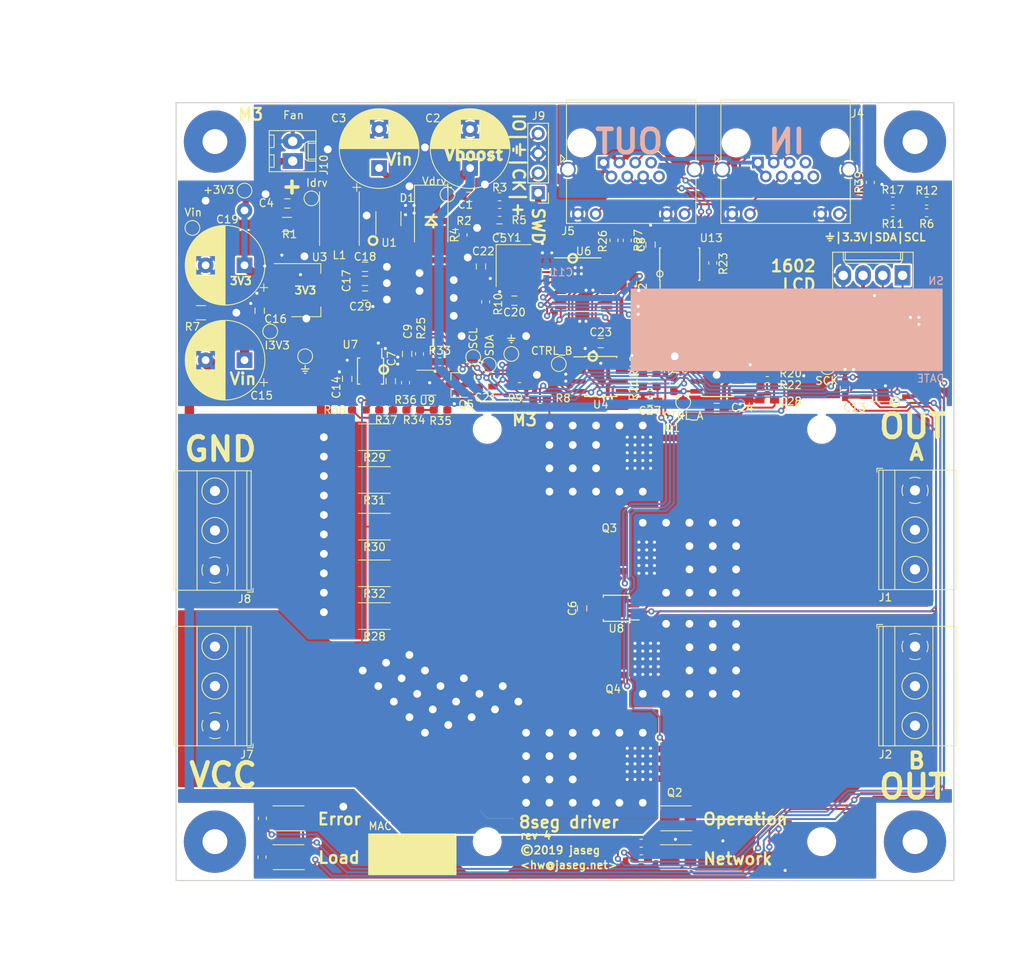
<source format=kicad_pcb>
(kicad_pcb (version 20190331) (host pcbnew "(5.1.0-344-gd281f051e)")
  (layers (0 "F.Cu" signal) (31 "B.Cu" signal) (34 "B.Paste" user) (35 "F.Paste" user) (36 "B.SilkS" user) (37 "F.SilkS" user) (38 "B.Mask" user) (39 "F.Mask" user) (44 "Edge.Cuts" user))
  (net 0 "")
  (net 1 "+VSW")
  (net 2 "GND")
  (net 3 "Net-(C3-Pad1)")
  (net 4 "/VBOOT_MON")
  (net 5 "+3V3")
  (net 6 "Net-(C15-Pad1)")
  (net 7 "/VIN_MON")
  (net 8 "Net-(D1-Pad2)")
  (net 9 "Net-(R2-Pad1)")
  (net 10 "Net-(U7-Pad3)")
  (net 11 "Net-(U8-Pad3)")
  (net 12 "/DRV1F")
  (net 13 "/DRV2F")
  (net 14 "/DRV3F")
  (net 15 "/DRV4F")
  (net 16 "/OUT_A")
  (net 17 "/OUT_B")
  (net 18 "/VIN")
  (net 19 "/GND_MEAS")
  (net 20 "/DRV1")
  (net 21 "/DRV2")
  (net 22 "/DRV3")
  (net 23 "/DRV4")
  (net 24 "/CTRL_B")
  (net 25 "/CTRL_A")
  (net 26 "/SWCLK")
  (net 27 "/SWDIO")
  (net 28 "/TX")
  (net 29 "/RX")
  (net 30 "/RX485_A")
  (net 31 "/RS485_B")
  (net 32 "/BUS_VCC")
  (net 33 "/SDA")
  (net 34 "/SCL")
  (net 35 "Net-(R6-Pad1)")
  (net 36 "Net-(R12-Pad1)")
  (net 37 "/DE")
  (net 38 "/SCK")
  (net 39 "/MOSI")
  (net 40 "/CLED1")
  (net 41 "/CLED2")
  (net 42 "Net-(J4-Pad8)")
  (net 43 "Net-(J4-Pad7)")
  (net 44 "Net-(J5-Pad7)")
  (net 45 "Net-(J5-Pad8)")
  (net 46 "/CLED4")
  (net 47 "/CLED3")
  (net 48 "Net-(U2-Pad9)")
  (net 49 "Net-(R11-Pad1)")
  (net 50 "/SLED1")
  (net 51 "/SLED2")
  (net 52 "/SLED3")
  (net 53 "/SLED4")
  (net 54 "Net-(R17-Pad1)")
  (net 55 "Net-(D4-Pad1)")
  (net 56 "Net-(D5-Pad1)")
  (net 57 "Net-(D6-Pad1)")
  (net 58 "Net-(D7-Pad1)")
  (net 59 "/XT1")
  (net 60 "/XT2")
  (net 61 "/RST")
  (net 62 "/VIsense")
  (net 63 "/GND_RS485")
  (net 64 "Net-(C7-Pad2)")
  (net 65 "Net-(C7-Pad1)")
  (net 66 "Net-(Q5-Pad3)")
  (net 67 "Net-(R33-Pad2)")
  (net 68 "Net-(R36-Pad1)")
  (module "TestPoint:TestPoint_Pad_D1.5mm" (layer "F.Cu") (at 156.6 84.6)
    (fp_text reference "TP15")
    (fp_text value "MOSI" (at -2.7 -0.9) (layer "F.SilkS"))
    (pad "1" smd circle (at 0 0) (size 1.5 1.5) (layers "F.Cu" "F.Mask") (net 39 "/MOSI"))
  )
  (module "TestPoint:TestPoint_Pad_D1.5mm" (layer "F.Cu") (at 153.75 89)
    (fp_text reference "TP14")
    (fp_text value "SCK" (at -0.1 1.75) (layer "F.SilkS"))
    (pad "1" smd circle (at 0 0) (size 1.5 1.5) (layers "F.Cu" "F.Mask") (net 38 "/SCK"))
  )
  (module "TestPoint:TestPoint_Pad_D1.5mm" (layer "F.Cu") (at 154.7 86.55)
    (fp_text reference "TP13")
    (fp_text value "LATCH" (at -3.4 0.05) (layer "F.SilkS"))
    (pad "1" smd circle (at 0 0) (size 1.5 1.5) (layers "F.Cu" "F.Mask") (net 7 "/VIN_MON"))
  )
  (module "TestPoint:TestPoint_Pad_D1.5mm" (layer "F.Cu") (at 113.1 87.3)
    (fp_text reference "TP12")
    (fp_text value "⏚" (at 0 -1.9 180) (layer "F.SilkS"))
    (pad "1" smd circle (at 0 0) (size 1.5 1.5) (layers "F.Cu" "F.Mask") (net 2 "GND"))
  )
  (module "TestPoint:TestPoint_Pad_D1.5mm" (layer "F.Cu") (at 110.2 88.7)
    (fp_text reference "TP11")
    (fp_text value "SDA" (at 0.1 -2.5 90) (layer "F.SilkS"))
    (pad "1" smd circle (at 0 0) (size 1.5 1.5) (layers "F.Cu" "F.Mask") (net 33 "/SDA"))
  )
  (module "TestPoint:TestPoint_Pad_D1.5mm" (layer "F.Cu") (at 108.2 87.7)
    (fp_text reference "TP10")
    (fp_text value "SCL" (at 0 -2.4 90) (layer "F.SilkS"))
    (pad "1" smd circle (at 0 0) (size 1.5 1.5) (layers "F.Cu" "F.Mask") (net 34 "/SCL"))
  )
  (module "TestPoint:TestPoint_Pad_D1.5mm" (layer "F.Cu") (at 136.3 86.6)
    (fp_text reference "TP9")
    (fp_text value "⏚" (at 0 -2) (layer "F.SilkS"))
    (pad "1" smd circle (at 0 0) (size 1.5 1.5) (layers "F.Cu" "F.Mask") (net 2 "GND"))
  )
  (module "TestPoint:TestPoint_Pad_D1.5mm" (layer "F.Cu") (at 135.2 93.5)
    (fp_text reference "TP8")
    (fp_text value "CTRL_A" (at 0 1.75) (layer "F.SilkS"))
    (pad "1" smd circle (at 0 0) (size 1.5 1.5) (layers "F.Cu" "F.Mask") (net 25 "/CTRL_A"))
  )
  (module "TestPoint:TestPoint_Pad_D1.5mm" (layer "F.Cu") (at 119.2 88.6)
    (fp_text reference "TP7")
    (fp_text value "CTRL_B" (at -0.9 -1.7) (layer "F.SilkS"))
    (pad "1" smd circle (at 0 0) (size 1.5 1.5) (layers "F.Cu" "F.Mask") (net 24 "/CTRL_B"))
  )
  (module "TestPoint:TestPoint_Pad_D1.5mm" (layer "F.Cu") (at 78.8 66.3)
    (fp_text reference "TP6")
    (fp_text value "+3V3" (at -3.3 -0.1) (layer "F.SilkS"))
    (pad "1" smd circle (at 0 0) (size 1.5 1.5) (layers "F.Cu" "F.Mask") (net 5 "+3V3"))
  )
  (module "TestPoint:TestPoint_Pad_D1.5mm" (layer "F.Cu") (at 82.1 84.4)
    (fp_text reference "TP5")
    (fp_text value "I3V3" (at 0.9 1.8) (layer "F.SilkS"))
    (pad "1" smd circle (at 0 0) (size 1.5 1.5) (layers "F.Cu" "F.Mask") (net 6 "Net-(C15-Pad1)"))
  )
  (module "TestPoint:TestPoint_Pad_D1.5mm" (layer "F.Cu") (at 72.1 71.1)
    (fp_text reference "TP4")
    (fp_text value "Vin" (at 0.1 -2) (layer "F.SilkS"))
    (pad "1" smd circle (at 0 0) (size 1.5 1.5) (layers "F.Cu" "F.Mask") (net 18 "/VIN"))
  )
  (module "TestPoint:TestPoint_Pad_D1.5mm" (layer "F.Cu") (at 86.6 87.6)
    (fp_text reference "TP3")
    (fp_text value "⏚" (at 0 1.75) (layer "F.SilkS"))
    (pad "1" smd circle (at 0 0) (size 1.5 1.5) (layers "F.Cu" "F.Mask") (net 2 "GND"))
  )
  (module "TestPoint:TestPoint_Pad_D1.5mm" (layer "F.Cu") (at 87.4 67.3)
    (fp_text reference "TP2")
    (fp_text value "Idrv" (at 0.7 -2) (layer "F.SilkS"))
    (pad "1" smd circle (at 0 0) (size 1.5 1.5) (layers "F.Cu" "F.Mask") (net 3 "Net-(C3-Pad1)"))
  )
  (module "TestPoint:TestPoint_Pad_D1.5mm" (layer "F.Cu") (at 104.9 66.8)
    (fp_text reference "TP1")
    (fp_text value "Vdrv" (at -1.7 -1.7) (layer "F.SilkS"))
    (pad "1" smd circle (at 0 0) (size 1.5 1.5) (layers "F.Cu" "F.Mask") (net 1 "+VSW"))
  )
  (module "Capacitors_SMD:C_0603_HandSoldering" (layer "F.Cu") (at 99.7 87.3 270)
    (fp_text reference "C9" (at -2.9 -0.1 90) (layer "F.SilkS"))
    (fp_text value "100n")
    (pad "2" smd rect (at 0.95 0 270) (size 1.2 0.75) (layers "F.Cu" "F.Paste" "F.Mask") (net 2 "GND"))
    (pad "1" smd rect (at -0.95 0 270) (size 1.2 0.75) (layers "F.Cu" "F.Paste" "F.Mask") (net 5 "+3V3"))
  )
  (module "Package_TO_SOT_SMD:SOT-23-5" (layer "F.Cu") (at 102.5 91)
    (fp_text reference "U9" (at -0.2 2.3) (layer "F.SilkS"))
    (fp_text value "NCS325")
    (pad "5" smd rect (at 1.1 -0.95) (size 1.06 0.65) (layers "F.Cu" "F.Paste" "F.Mask") (net 5 "+3V3"))
    (pad "4" smd rect (at 1.1 0.95) (size 1.06 0.65) (layers "F.Cu" "F.Paste" "F.Mask") (net 67 "Net-(R33-Pad2)"))
    (pad "3" smd rect (at -1.1 0.95) (size 1.06 0.65) (layers "F.Cu" "F.Paste" "F.Mask") (net 68 "Net-(R36-Pad1)"))
    (pad "2" smd rect (at -1.1 0) (size 1.06 0.65) (layers "F.Cu" "F.Paste" "F.Mask") (net 2 "GND"))
    (pad "1" smd rect (at -1.1 -0.95) (size 1.06 0.65) (layers "F.Cu" "F.Paste" "F.Mask") (net 62 "/VIsense"))
  )
  (module "Capacitors_SMD:C_0603_HandSoldering" (layer "F.Cu") (at 92 90.5 90)
    (fp_text reference "C14" (at -1.1 -1.4 270) (layer "F.SilkS"))
    (fp_text value "100n")
    (pad "1" smd rect (at -0.95 0 90) (size 1.2 0.75) (layers "F.Cu" "F.Paste" "F.Mask") (net 5 "+3V3"))
    (pad "2" smd rect (at 0.95 0 90) (size 1.2 0.75) (layers "F.Cu" "F.Paste" "F.Mask") (net 2 "GND"))
  )
  (module "Capacitors_SMD:C_0603_HandSoldering" (layer "F.Cu") (at 131 73.25 90)
    (fp_text reference "C8" (at 0 -1.25 90) (layer "F.SilkS"))
    (fp_text value "100n")
    (pad "2" smd rect (at 0.95 0 90) (size 1.2 0.75) (layers "F.Cu" "F.Paste" "F.Mask") (net 2 "GND"))
    (pad "1" smd rect (at -0.95 0 90) (size 1.2 0.75) (layers "F.Cu" "F.Paste" "F.Mask") (net 5 "+3V3"))
  )
  (module "Package_SO:SOIC-8_3.9x4.9mm_P1.27mm" (layer "F.Cu") (at 134.75 75.75 90)
    (fp_text reference "U13" (at 3.35 4.05 180) (layer "F.SilkS"))
    (fp_text value "MAX485E")
    (pad "8" smd rect (at 2.7 -1.905 90) (size 1.55 0.6) (layers "F.Cu" "F.Paste" "F.Mask") (net 5 "+3V3"))
    (pad "7" smd rect (at 2.7 -0.635 90) (size 1.55 0.6) (layers "F.Cu" "F.Paste" "F.Mask") (net 31 "/RS485_B"))
    (pad "6" smd rect (at 2.7 0.635 90) (size 1.55 0.6) (layers "F.Cu" "F.Paste" "F.Mask") (net 30 "/RX485_A"))
    (pad "5" smd rect (at 2.7 1.905 90) (size 1.55 0.6) (layers "F.Cu" "F.Paste" "F.Mask") (net 2 "GND"))
    (pad "4" smd rect (at -2.7 1.905 90) (size 1.55 0.6) (layers "F.Cu" "F.Paste" "F.Mask") (net 28 "/TX"))
    (pad "3" smd rect (at -2.7 0.635 90) (size 1.55 0.6) (layers "F.Cu" "F.Paste" "F.Mask") (net 37 "/DE"))
    (pad "2" smd rect (at -2.7 -0.635 90) (size 1.55 0.6) (layers "F.Cu" "F.Paste" "F.Mask") (net 37 "/DE"))
    (pad "1" smd rect (at -2.7 -1.905 90) (size 1.55 0.6) (layers "F.Cu" "F.Paste" "F.Mask") (net 29 "/RX"))
  )
  (module "Resistor_SMD:R_0603_1608Metric_Pad1.05x0.95mm_HandSolder" (layer "F.Cu") (at 159.25 65.25 90)
    (fp_text reference "R39" (at 0 -1.43 90) (layer "F.SilkS"))
    (fp_text value "10k")
    (pad "2" smd roundrect (at 0.875 0 90) (size 1.05 0.95) (layers "F.Cu" "F.Paste" "F.Mask") (net 63 "/GND_RS485"))
    (pad "1" smd roundrect (at -0.875 0 90) (size 1.05 0.95) (layers "F.Cu" "F.Paste" "F.Mask") (net 2 "GND"))
  )
  (module "Resistor_SMD:R_0603_1608Metric_Pad1.05x0.95mm_HandSolder" (layer "F.Cu") (at 93.5 94.5 180)
    (fp_text reference "R38" (at 3.1 0) (layer "F.SilkS"))
    (fp_text value "0")
    (pad "2" smd roundrect (at 0.875 0 180) (size 1.05 0.95) (layers "F.Cu" "F.Paste" "F.Mask") (net 2 "GND"))
    (pad "1" smd roundrect (at -0.875 0 180) (size 1.05 0.95) (layers "F.Cu" "F.Paste" "F.Mask") (net 64 "Net-(C7-Pad2)"))
  )
  (module "Resistor_SMD:R_0603_1608Metric_Pad1.05x0.95mm_HandSolder" (layer "F.Cu") (at 97 94.5 180)
    (fp_text reference "R37" (at 0 -1.3) (layer "F.SilkS"))
    (fp_text value "0")
    (pad "2" smd roundrect (at 0.875 0 180) (size 1.05 0.95) (layers "F.Cu" "F.Paste" "F.Mask") (net 65 "Net-(C7-Pad1)"))
    (pad "1" smd roundrect (at -0.875 0 180) (size 1.05 0.95) (layers "F.Cu" "F.Paste" "F.Mask") (net 19 "/GND_MEAS"))
  )
  (module "Resistor_SMD:R_0603_1608Metric_Pad1.05x0.95mm_HandSolder" (layer "F.Cu") (at 99.5 91 270)
    (fp_text reference "R36" (at 2.2 0 180) (layer "F.SilkS"))
    (fp_text value "10k")
    (pad "2" smd roundrect (at 0.875 0 270) (size 1.05 0.95) (layers "F.Cu" "F.Paste" "F.Mask") (net 19 "/GND_MEAS"))
    (pad "1" smd roundrect (at -0.875 0 270) (size 1.05 0.95) (layers "F.Cu" "F.Paste" "F.Mask") (net 68 "Net-(R36-Pad1)"))
  )
  (module "Resistor_SMD:R_0603_1608Metric_Pad1.05x0.95mm_HandSolder" (layer "F.Cu") (at 104 94.5)
    (fp_text reference "R35" (at 0 1.4) (layer "F.SilkS"))
    (fp_text value "3k6")
    (pad "2" smd roundrect (at 0.875 0) (size 1.05 0.95) (layers "F.Cu" "F.Paste" "F.Mask") (net 2 "GND"))
    (pad "1" smd roundrect (at -0.875 0) (size 1.05 0.95) (layers "F.Cu" "F.Paste" "F.Mask") (net 66 "Net-(Q5-Pad3)"))
  )
  (module "Resistor_SMD:R_0603_1608Metric_Pad1.05x0.95mm_HandSolder" (layer "F.Cu") (at 100.5 94.5)
    (fp_text reference "R34" (at 0.1 1.3) (layer "F.SilkS"))
    (fp_text value "100")
    (pad "2" smd roundrect (at 0.875 0) (size 1.05 0.95) (layers "F.Cu" "F.Paste" "F.Mask") (net 66 "Net-(Q5-Pad3)"))
    (pad "1" smd roundrect (at -0.875 0) (size 1.05 0.95) (layers "F.Cu" "F.Paste" "F.Mask") (net 67 "Net-(R33-Pad2)"))
  )
  (module "Resistor_SMD:R_0603_1608Metric_Pad1.05x0.95mm_HandSolder" (layer "F.Cu") (at 103.9 88.3)
    (fp_text reference "R33" (at 0 -1.43) (layer "F.SilkS"))
    (fp_text value "150k")
    (pad "2" smd roundrect (at 0.875 0) (size 1.05 0.95) (layers "F.Cu" "F.Paste" "F.Mask") (net 67 "Net-(R33-Pad2)"))
    (pad "1" smd roundrect (at -0.875 0) (size 1.05 0.95) (layers "F.Cu" "F.Paste" "F.Mask") (net 62 "/VIsense"))
  )
  (module "Resistor_SMD:R_0603_1608Metric_Pad1.05x0.95mm_HandSolder" (layer "F.Cu") (at 101.3 87.3 90)
    (fp_text reference "R25" (at 3.3 0.2 90) (layer "F.SilkS"))
    (fp_text value "10k")
    (pad "2" smd roundrect (at 0.875 0 90) (size 1.05 0.95) (layers "F.Cu" "F.Paste" "F.Mask") (net 38 "/SCK"))
    (pad "1" smd roundrect (at -0.875 0 90) (size 1.05 0.95) (layers "F.Cu" "F.Paste" "F.Mask") (net 62 "/VIsense"))
  )
  (module "Resistor_SMD:R_0603_1608Metric_Pad1.05x0.95mm_HandSolder" (layer "F.Cu") (at 134 91.2 90)
    (fp_text reference "R24" (at 2 0 180) (layer "F.SilkS"))
    (fp_text value "1k")
    (pad "2" smd roundrect (at 0.875 0 90) (size 1.05 0.95) (layers "F.Cu" "F.Paste" "F.Mask") (net 2 "GND"))
    (pad "1" smd roundrect (at -0.875 0 90) (size 1.05 0.95) (layers "F.Cu" "F.Paste" "F.Mask") (net 25 "/CTRL_A"))
  )
  (module "Resistor_SMD:R_0603_1608Metric_Pad1.05x0.95mm_HandSolder" (layer "F.Cu") (at 139.4 86.4)
    (fp_text reference "R18" (at 0 -1.43) (layer "F.SilkS"))
    (fp_text value "1k")
    (pad "2" smd roundrect (at 0.875 0) (size 1.05 0.95) (layers "F.Cu" "F.Paste" "F.Mask") (net 2 "GND"))
    (pad "1" smd roundrect (at -0.875 0) (size 1.05 0.95) (layers "F.Cu" "F.Paste" "F.Mask") (net 24 "/CTRL_B"))
  )
  (module "Package_TO_SOT_SMD:SOT-23" (layer "F.Cu") (at 106.1 91.3 180)
    (fp_text reference "Q5" (at -1.2 -2.5) (layer "F.SilkS"))
    (fp_text value "AO3400")
    (pad "3" smd rect (at 1 0 180) (size 0.9 0.8) (layers "F.Cu" "F.Paste" "F.Mask") (net 66 "Net-(Q5-Pad3)"))
    (pad "2" smd rect (at -1 0.95 180) (size 0.9 0.8) (layers "F.Cu" "F.Paste" "F.Mask") (net 2 "GND"))
    (pad "1" smd rect (at -1 -0.95 180) (size 0.9 0.8) (layers "F.Cu" "F.Paste" "F.Mask") (net 39 "/MOSI"))
  )
  (module "Capacitors_SMD:C_0603_HandSoldering" (layer "F.Cu") (at 97.6 90.8 90)
    (fp_text reference "C7" (at 2.9 0.1 90) (layer "F.SilkS"))
    (fp_text value "0")
    (pad "2" smd rect (at 0.95 0 90) (size 1.2 0.75) (layers "F.Cu" "F.Paste" "F.Mask") (net 64 "Net-(C7-Pad2)"))
    (pad "1" smd rect (at -0.95 0 90) (size 1.2 0.75) (layers "F.Cu" "F.Paste" "F.Mask") (net 65 "Net-(C7-Pad1)"))
  )
  (module "Capacitors_SMD:C_0603_HandSoldering" (layer "F.Cu") (at 122.2 120 90)
    (fp_text reference "C6" (at 0 -1.25 90) (layer "F.SilkS"))
    (fp_text value "100n")
    (pad "2" smd rect (at 0.95 0 90) (size 1.2 0.75) (layers "F.Cu" "F.Paste" "F.Mask") (net 19 "/GND_MEAS"))
    (pad "1" smd rect (at -0.95 0 90) (size 1.2 0.75) (layers "F.Cu" "F.Paste" "F.Mask") (net 5 "+3V3"))
  )
  (module "Capacitors_SMD:C_0603_HandSoldering" (layer "F.Cu") (at 94.3 79.8)
    (fp_text reference "C29" (at -0.6 1.4) (layer "F.SilkS"))
    (fp_text value "100n")
    (pad "2" smd rect (at 0.95 0) (size 1.2 0.75) (layers "F.Cu" "F.Paste" "F.Mask") (net 2 "GND"))
    (pad "1" smd rect (at -0.95 0) (size 1.2 0.75) (layers "F.Cu" "F.Paste" "F.Mask") (net 5 "+3V3"))
  )
  (module "Connectors_Molex:Molex_KK-6410-04_04x2.54mm_Straight" (layer "F.Cu") (at 163.4 77.2 180)
    (fp_text reference "J6" (at -0.45 -4 180) (layer "F.SilkS"))
    (fp_text value "1602 I2C LCD")
    (pad "4" thru_hole oval (at 7.62 0 180) (size 2 2.6) (drill 1.2) (layers *.Cu *.Mask) (net 2 "GND"))
    (pad "3" thru_hole oval (at 5.08 0 180) (size 2 2.6) (drill 1.2) (layers *.Cu *.Mask) (net 5 "+3V3"))
    (pad "2" thru_hole oval (at 2.54 0 180) (size 2 2.6) (drill 1.2) (layers *.Cu *.Mask) (net 33 "/SDA"))
    (pad "1" thru_hole rect (at 0 0 180) (size 2 2.6) (drill 1.2) (layers *.Cu *.Mask) (net 34 "/SCL"))
  )
  (module "Package_SO:MSOP-10_3x3mm_P0.5mm" (layer "F.Cu") (at 95 89.5 270)
    (fp_text reference "U7" (at -3.4 2.6) (layer "F.SilkS"))
    (fp_text value "INA226")
    (pad "1" smd rect (at -2.2 -1 270) (size 1.4 0.3) (layers "F.Cu" "F.Paste" "F.Mask") (net 2 "GND"))
    (pad "2" smd rect (at -2.2 -0.5 270) (size 1.4 0.3) (layers "F.Cu" "F.Paste" "F.Mask") (net 2 "GND"))
    (pad "3" smd rect (at -2.2 0 270) (size 1.4 0.3) (layers "F.Cu" "F.Paste" "F.Mask") (net 10 "Net-(U7-Pad3)"))
    (pad "4" smd rect (at -2.2 0.5 270) (size 1.4 0.3) (layers "F.Cu" "F.Paste" "F.Mask") (net 33 "/SDA"))
    (pad "5" smd rect (at -2.2 1 270) (size 1.4 0.3) (layers "F.Cu" "F.Paste" "F.Mask") (net 34 "/SCL"))
    (pad "6" smd rect (at 2.2 1 270) (size 1.4 0.3) (layers "F.Cu" "F.Paste" "F.Mask") (net 5 "+3V3"))
    (pad "7" smd rect (at 2.2 0.5 270) (size 1.4 0.3) (layers "F.Cu" "F.Paste" "F.Mask") (net 2 "GND"))
    (pad "8" smd rect (at 2.2 0 270) (size 1.4 0.3) (layers "F.Cu" "F.Paste" "F.Mask") (net 18 "/VIN"))
    (pad "9" smd rect (at 2.2 -0.5 270) (size 1.4 0.3) (layers "F.Cu" "F.Paste" "F.Mask") (net 64 "Net-(C7-Pad2)"))
    (pad "10" smd rect (at 2.2 -1 270) (size 1.4 0.3) (layers "F.Cu" "F.Paste" "F.Mask") (net 65 "Net-(C7-Pad1)"))
  )
  (module "Package_SO:TSSOP-20_4.4x6.5mm_P0.65mm" (layer "F.Cu") (at 122.4 78.4)
    (fp_text reference "U6" (at 0 -4.3) (layer "F.SilkS"))
    (fp_text value "STM32F030F4Px")
    (pad "1" smd rect (at -2.95 -2.925) (size 1.45 0.45) (layers "F.Cu" "F.Paste" "F.Mask") (net 2 "GND"))
    (pad "2" smd rect (at -2.95 -2.275) (size 1.45 0.45) (layers "F.Cu" "F.Paste" "F.Mask") (net 60 "/XT2"))
    (pad "3" smd rect (at -2.95 -1.625) (size 1.45 0.45) (layers "F.Cu" "F.Paste" "F.Mask") (net 59 "/XT1"))
    (pad "4" smd rect (at -2.95 -0.975) (size 1.45 0.45) (layers "F.Cu" "F.Paste" "F.Mask") (net 61 "/RST"))
    (pad "5" smd rect (at -2.95 -0.325) (size 1.45 0.45) (layers "F.Cu" "F.Paste" "F.Mask") (net 5 "+3V3"))
    (pad "6" smd rect (at -2.95 0.325) (size 1.45 0.45) (layers "F.Cu" "F.Paste" "F.Mask") (net 4 "/VBOOT_MON"))
    (pad "7" smd rect (at -2.95 0.975) (size 1.45 0.45) (layers "F.Cu" "F.Paste" "F.Mask") (net 37 "/DE"))
    (pad "8" smd rect (at -2.95 1.625) (size 1.45 0.45) (layers "F.Cu" "F.Paste" "F.Mask") (net 28 "/TX"))
    (pad "9" smd rect (at -2.95 2.275) (size 1.45 0.45) (layers "F.Cu" "F.Paste" "F.Mask") (net 29 "/RX"))
    (pad "10" smd rect (at -2.95 2.925) (size 1.45 0.45) (layers "F.Cu" "F.Paste" "F.Mask") (net 7 "/VIN_MON"))
    (pad "11" smd rect (at 2.95 2.925) (size 1.45 0.45) (layers "F.Cu" "F.Paste" "F.Mask") (net 38 "/SCK"))
    (pad "12" smd rect (at 2.95 2.275) (size 1.45 0.45) (layers "F.Cu" "F.Paste" "F.Mask") (net 25 "/CTRL_A"))
    (pad "13" smd rect (at 2.95 1.625) (size 1.45 0.45) (layers "F.Cu" "F.Paste" "F.Mask") (net 39 "/MOSI"))
    (pad "14" smd rect (at 2.95 0.975) (size 1.45 0.45) (layers "F.Cu" "F.Paste" "F.Mask") (net 24 "/CTRL_B"))
    (pad "15" smd rect (at 2.95 0.325) (size 1.45 0.45) (layers "F.Cu" "F.Paste" "F.Mask") (net 2 "GND"))
    (pad "16" smd rect (at 2.95 -0.325) (size 1.45 0.45) (layers "F.Cu" "F.Paste" "F.Mask") (net 5 "+3V3"))
    (pad "17" smd rect (at 2.95 -0.975) (size 1.45 0.45) (layers "F.Cu" "F.Paste" "F.Mask") (net 34 "/SCL"))
    (pad "18" smd rect (at 2.95 -1.625) (size 1.45 0.45) (layers "F.Cu" "F.Paste" "F.Mask") (net 33 "/SDA"))
    (pad "19" smd rect (at 2.95 -2.275) (size 1.45 0.45) (layers "F.Cu" "F.Paste" "F.Mask") (net 27 "/SWDIO"))
    (pad "20" smd rect (at 2.95 -2.925) (size 1.45 0.45) (layers "F.Cu" "F.Paste" "F.Mask") (net 26 "/SWCLK"))
  )
  (module "Resistor_SMD:R_0603_1608Metric_Pad1.05x0.95mm_HandSolder" (layer "F.Cu") (at 111.6 67.1)
    (fp_text reference "R3" (at 0 -1.2) (layer "F.SilkS"))
    (fp_text value "47k")
    (pad "1" smd roundrect (at -0.875 0) (size 1.05 0.95) (layers "F.Cu" "F.Paste" "F.Mask") (net 1 "+VSW"))
    (pad "2" smd roundrect (at 0.875 0) (size 1.05 0.95) (layers "F.Cu" "F.Paste" "F.Mask") (net 4 "/VBOOT_MON"))
  )
  (module "footprints:Toshiba SOP Advance" (layer "F.Cu") (at 130 100 90)
    (fp_text reference "Q1" (at 3.2 3.8 180) (layer "F.SilkS"))
    (fp_text value "TPHR6503PL")
    (pad "1" smd rect (at 0 -0.55 90) (size 4.7 3.75) (layers "F.Cu" "F.Paste" "F.Mask") (net 18 "/VIN"))
    (pad "3" smd rect (at -1.905 3.5 90) (size 0.85 2.95) (layers "F.Cu" "F.Paste" "F.Mask") (net 16 "/OUT_A"))
    (pad "3" smd rect (at -0.635 3.5 90) (size 0.85 2.95) (layers "F.Cu" "F.Paste" "F.Mask") (net 16 "/OUT_A"))
    (pad "3" smd rect (at 0.635 3.5 90) (size 0.85 2.95) (layers "F.Cu" "F.Paste" "F.Mask") (net 16 "/OUT_A"))
    (pad "2" smd rect (at 1.905 3.5 90) (size 0.85 2.95) (layers "F.Cu" "F.Paste" "F.Mask") (net 15 "/DRV4F"))
    (pad "1" smd rect (at 1.905 -3.475 90) (size 0.85 3) (layers "F.Cu" "F.Paste" "F.Mask") (net 18 "/VIN"))
    (pad "1" smd rect (at 0.635 -3.475 90) (size 0.85 3) (layers "F.Cu" "F.Paste" "F.Mask") (net 18 "/VIN"))
    (pad "1" smd rect (at -0.635 -3.475 90) (size 0.85 3) (layers "F.Cu" "F.Paste" "F.Mask") (net 18 "/VIN"))
    (pad "1" smd rect (at -1.905 -3.475 90) (size 0.85 3) (layers "F.Cu" "F.Paste" "F.Mask") (net 18 "/VIN"))
  )
  (module "footprints:Toshiba SOP Advance" (layer "F.Cu") (at 130 140 90)
    (fp_text reference "Q2" (at -3.7 4.1 180) (layer "F.SilkS"))
    (fp_text value "TPHR6503PL")
    (pad "1" smd rect (at 0 -0.55 90) (size 4.7 3.75) (layers "F.Cu" "F.Paste" "F.Mask") (net 18 "/VIN"))
    (pad "3" smd rect (at -1.905 3.5 90) (size 0.85 2.95) (layers "F.Cu" "F.Paste" "F.Mask") (net 17 "/OUT_B"))
    (pad "3" smd rect (at -0.635 3.5 90) (size 0.85 2.95) (layers "F.Cu" "F.Paste" "F.Mask") (net 17 "/OUT_B"))
    (pad "3" smd rect (at 0.635 3.5 90) (size 0.85 2.95) (layers "F.Cu" "F.Paste" "F.Mask") (net 17 "/OUT_B"))
    (pad "2" smd rect (at 1.905 3.5 90) (size 0.85 2.95) (layers "F.Cu" "F.Paste" "F.Mask") (net 13 "/DRV2F"))
    (pad "1" smd rect (at 1.905 -3.475 90) (size 0.85 3) (layers "F.Cu" "F.Paste" "F.Mask") (net 18 "/VIN"))
    (pad "1" smd rect (at 0.635 -3.475 90) (size 0.85 3) (layers "F.Cu" "F.Paste" "F.Mask") (net 18 "/VIN"))
    (pad "1" smd rect (at -0.635 -3.475 90) (size 0.85 3) (layers "F.Cu" "F.Paste" "F.Mask") (net 18 "/VIN"))
    (pad "1" smd rect (at -1.905 -3.475 90) (size 0.85 3) (layers "F.Cu" "F.Paste" "F.Mask") (net 18 "/VIN"))
  )
  (module "footprints:Toshiba SOP Advance" (layer "F.Cu") (at 130 113.3333 270)
    (fp_text reference "Q3" (at -3.6333 4.3) (layer "F.SilkS"))
    (fp_text value "TPHR6503PL")
    (pad "1" smd rect (at 0 -0.55 270) (size 4.7 3.75) (layers "F.Cu" "F.Paste" "F.Mask") (net 16 "/OUT_A"))
    (pad "3" smd rect (at -1.905 3.5 270) (size 0.85 2.95) (layers "F.Cu" "F.Paste" "F.Mask") (net 19 "/GND_MEAS"))
    (pad "3" smd rect (at -0.635 3.5 270) (size 0.85 2.95) (layers "F.Cu" "F.Paste" "F.Mask") (net 19 "/GND_MEAS"))
    (pad "3" smd rect (at 0.635 3.5 270) (size 0.85 2.95) (layers "F.Cu" "F.Paste" "F.Mask") (net 19 "/GND_MEAS"))
    (pad "2" smd rect (at 1.905 3.5 270) (size 0.85 2.95) (layers "F.Cu" "F.Paste" "F.Mask") (net 14 "/DRV3F"))
    (pad "1" smd rect (at 1.905 -3.475 270) (size 0.85 3) (layers "F.Cu" "F.Paste" "F.Mask") (net 16 "/OUT_A"))
    (pad "1" smd rect (at 0.635 -3.475 270) (size 0.85 3) (layers "F.Cu" "F.Paste" "F.Mask") (net 16 "/OUT_A"))
    (pad "1" smd rect (at -0.635 -3.475 270) (size 0.85 3) (layers "F.Cu" "F.Paste" "F.Mask") (net 16 "/OUT_A"))
    (pad "1" smd rect (at -1.905 -3.475 270) (size 0.85 3) (layers "F.Cu" "F.Paste" "F.Mask") (net 16 "/OUT_A"))
  )
  (module "footprints:Toshiba SOP Advance" (layer "F.Cu") (at 130 126.6667 270)
    (fp_text reference "Q4" (at 3.7333 3.8) (layer "F.SilkS"))
    (fp_text value "TPHR6503PL")
    (pad "1" smd rect (at 0 -0.55 270) (size 4.7 3.75) (layers "F.Cu" "F.Paste" "F.Mask") (net 17 "/OUT_B"))
    (pad "3" smd rect (at -1.905 3.5 270) (size 0.85 2.95) (layers "F.Cu" "F.Paste" "F.Mask") (net 19 "/GND_MEAS"))
    (pad "3" smd rect (at -0.635 3.5 270) (size 0.85 2.95) (layers "F.Cu" "F.Paste" "F.Mask") (net 19 "/GND_MEAS"))
    (pad "3" smd rect (at 0.635 3.5 270) (size 0.85 2.95) (layers "F.Cu" "F.Paste" "F.Mask") (net 19 "/GND_MEAS"))
    (pad "2" smd rect (at 1.905 3.5 270) (size 0.85 2.95) (layers "F.Cu" "F.Paste" "F.Mask") (net 12 "/DRV1F"))
    (pad "1" smd rect (at 1.905 -3.475 270) (size 0.85 3) (layers "F.Cu" "F.Paste" "F.Mask") (net 17 "/OUT_B"))
    (pad "1" smd rect (at 0.635 -3.475 270) (size 0.85 3) (layers "F.Cu" "F.Paste" "F.Mask") (net 17 "/OUT_B"))
    (pad "1" smd rect (at -0.635 -3.475 270) (size 0.85 3) (layers "F.Cu" "F.Paste" "F.Mask") (net 17 "/OUT_B"))
    (pad "1" smd rect (at -1.905 -3.475 270) (size 0.85 3) (layers "F.Cu" "F.Paste" "F.Mask") (net 17 "/OUT_B"))
  )
  (module "Capacitors_SMD:C_0603_HandSoldering" (layer "F.Cu") (at 107.7 67.1)
    (fp_text reference "C1" (at -0.5 1 180) (layer "F.SilkS"))
    (fp_text value "10u")
    (pad "1" smd rect (at -0.95 0) (size 1.2 0.75) (layers "F.Cu" "F.Paste" "F.Mask") (net 1 "+VSW"))
    (pad "2" smd rect (at 0.95 0) (size 1.2 0.75) (layers "F.Cu" "F.Paste" "F.Mask") (net 2 "GND"))
  )
  (module "Capacitors_SMD:C_0603_HandSoldering" (layer "F.Cu") (at 84.3 67.95 180)
    (fp_text reference "C4" (at 2.7 0.05 180) (layer "F.SilkS"))
    (fp_text value "10u")
    (pad "1" smd rect (at -0.95 0 180) (size 1.2 0.75) (layers "F.Cu" "F.Paste" "F.Mask") (net 3 "Net-(C3-Pad1)"))
    (pad "2" smd rect (at 0.95 0 180) (size 1.2 0.75) (layers "F.Cu" "F.Paste" "F.Mask") (net 2 "GND"))
  )
  (module "Capacitors_SMD:C_0603_HandSoldering" (layer "F.Cu") (at 111.574999 71.174999 180)
    (fp_text reference "C5" (at 0 -1.25 180) (layer "F.SilkS"))
    (fp_text value "100n")
    (pad "1" smd rect (at -0.95 0 180) (size 1.2 0.75) (layers "F.Cu" "F.Paste" "F.Mask") (net 4 "/VBOOT_MON"))
    (pad "2" smd rect (at 0.95 0 180) (size 1.2 0.75) (layers "F.Cu" "F.Paste" "F.Mask") (net 2 "GND"))
  )
  (module "Capacitors_SMD:C_0603_HandSoldering" (layer "B.Cu") (at 117.6 76.8 90)
    (fp_text reference "C11" (at 0 2 180) (layer "B.SilkS") (effects (justify mirror)))
    (fp_text value "100n")
    (pad "2" smd rect (at 0.95 0 90) (size 1.2 0.75) (layers "B.Cu" "B.Paste" "B.Mask") (net 2 "GND"))
    (pad "1" smd rect (at -0.95 0 90) (size 1.2 0.75) (layers "B.Cu" "B.Paste" "B.Mask") (net 5 "+3V3"))
  )
  (module "Capacitors_SMD:C_0603_HandSoldering" (layer "F.Cu") (at 128.6 78.3 270)
    (fp_text reference "C12" (at 1.3 -1.4 270) (layer "F.SilkS"))
    (fp_text value "100n")
    (pad "1" smd rect (at -0.95 0 270) (size 1.2 0.75) (layers "F.Cu" "F.Paste" "F.Mask") (net 5 "+3V3"))
    (pad "2" smd rect (at 0.95 0 270) (size 1.2 0.75) (layers "F.Cu" "F.Paste" "F.Mask") (net 2 "GND"))
  )
  (module "Capacitors_SMD:C_0603_HandSoldering" (layer "F.Cu") (at 156 91.8 90)
    (fp_text reference "C13" (at -2.4 1.25 180) (layer "F.SilkS"))
    (fp_text value "100n")
    (pad "2" smd rect (at 0.95 0 90) (size 1.2 0.75) (layers "F.Cu" "F.Paste" "F.Mask") (net 2 "GND"))
    (pad "1" smd rect (at -0.95 0 90) (size 1.2 0.75) (layers "F.Cu" "F.Paste" "F.Mask") (net 5 "+3V3"))
  )
  (module "Capacitors_SMD:C_0603_HandSoldering" (layer "F.Cu") (at 80.75 81.75 90)
    (fp_text reference "C16" (at -1.05 2.05 180) (layer "F.SilkS"))
    (fp_text value "1u")
    (pad "1" smd rect (at -0.95 0 90) (size 1.2 0.75) (layers "F.Cu" "F.Paste" "F.Mask") (net 6 "Net-(C15-Pad1)"))
    (pad "2" smd rect (at 0.95 0 90) (size 1.2 0.75) (layers "F.Cu" "F.Paste" "F.Mask") (net 2 "GND"))
  )
  (module "Capacitors_SMD:C_0603_HandSoldering" (layer "F.Cu") (at 94.3 77.9)
    (fp_text reference "C17" (at -2.4 0 90) (layer "F.SilkS"))
    (fp_text value "1u")
    (pad "2" smd rect (at 0.95 0) (size 1.2 0.75) (layers "F.Cu" "F.Paste" "F.Mask") (net 2 "GND"))
    (pad "1" smd rect (at -0.95 0) (size 1.2 0.75) (layers "F.Cu" "F.Paste" "F.Mask") (net 5 "+3V3"))
  )
  (module "Capacitors_SMD:C_0603_HandSoldering" (layer "F.Cu") (at 94.3 76.1)
    (fp_text reference "C18" (at 0 -1.3) (layer "F.SilkS"))
    (fp_text value "10u")
    (pad "2" smd rect (at 0.95 0) (size 1.2 0.75) (layers "F.Cu" "F.Paste" "F.Mask") (net 2 "GND"))
    (pad "1" smd rect (at -0.95 0) (size 1.2 0.75) (layers "F.Cu" "F.Paste" "F.Mask") (net 5 "+3V3"))
  )
  (module "Capacitors_SMD:C_0603_HandSoldering" (layer "F.Cu") (at 113.5 80.45)
    (fp_text reference "C20" (at 0 1.5) (layer "F.SilkS"))
    (fp_text value "12p")
    (pad "2" smd rect (at 0.95 0) (size 1.2 0.75) (layers "F.Cu" "F.Paste" "F.Mask") (net 59 "/XT1"))
    (pad "1" smd rect (at -0.95 0) (size 1.2 0.75) (layers "F.Cu" "F.Paste" "F.Mask") (net 2 "GND"))
  )
  (module "Capacitors_SMD:C_0603_HandSoldering" (layer "F.Cu") (at 109.8 91.5 180)
    (fp_text reference "C21" (at 0 -1.4) (layer "F.SilkS"))
    (fp_text value "100n")
    (pad "2" smd rect (at 0.95 0 180) (size 1.2 0.75) (layers "F.Cu" "F.Paste" "F.Mask") (net 2 "GND"))
    (pad "1" smd rect (at -0.95 0 180) (size 1.2 0.75) (layers "F.Cu" "F.Paste" "F.Mask") (net 7 "/VIN_MON"))
  )
  (module "Capacitors_SMD:C_0603_HandSoldering" (layer "F.Cu") (at 109.2 76.05 90)
    (fp_text reference "C22" (at 1.95 0.3) (layer "F.SilkS"))
    (fp_text value "12p")
    (pad "1" smd rect (at -0.95 0 90) (size 1.2 0.75) (layers "F.Cu" "F.Paste" "F.Mask") (net 60 "/XT2"))
    (pad "2" smd rect (at 0.95 0 90) (size 1.2 0.75) (layers "F.Cu" "F.Paste" "F.Mask") (net 2 "GND"))
  )
  (module "Capacitors_SMD:C_0603_HandSoldering" (layer "F.Cu") (at 124.6 85.9 180)
    (fp_text reference "C23" (at 0 1.4 180) (layer "F.SilkS"))
    (fp_text value "100n")
    (pad "2" smd rect (at 0.95 0 180) (size 1.2 0.75) (layers "F.Cu" "F.Paste" "F.Mask") (net 2 "GND"))
    (pad "1" smd rect (at -0.95 0 180) (size 1.2 0.75) (layers "F.Cu" "F.Paste" "F.Mask") (net 1 "+VSW"))
  )
  (module "Capacitors_SMD:C_0603_HandSoldering" (layer "F.Cu") (at 139.5 94.25 180)
    (fp_text reference "C24" (at -3.3 0.05 180) (layer "F.SilkS"))
    (fp_text value "100n")
    (pad "1" smd rect (at -0.95 0 180) (size 1.2 0.75) (layers "F.Cu" "F.Paste" "F.Mask") (net 1 "+VSW"))
    (pad "2" smd rect (at 0.95 0 180) (size 1.2 0.75) (layers "F.Cu" "F.Paste" "F.Mask") (net 2 "GND"))
  )
  (module "Capacitors_SMD:C_0603_HandSoldering" (layer "F.Cu") (at 130.9 87.9 180)
    (fp_text reference "C25" (at 0 1.3 180) (layer "F.SilkS"))
    (fp_text value "0")
    (pad "2" smd rect (at 0.95 0 180) (size 1.2 0.75) (layers "F.Cu" "F.Paste" "F.Mask") (net 2 "GND"))
    (pad "1" smd rect (at -0.95 0 180) (size 1.2 0.75) (layers "F.Cu" "F.Paste" "F.Mask") (net 12 "/DRV1F"))
  )
  (module "Capacitors_SMD:C_0603_HandSoldering" (layer "F.Cu") (at 146 87.9 180)
    (fp_text reference "C26" (at -3 -0.1 180) (layer "F.SilkS"))
    (fp_text value "0")
    (pad "2" smd rect (at 0.95 0 180) (size 1.2 0.75) (layers "F.Cu" "F.Paste" "F.Mask") (net 2 "GND"))
    (pad "1" smd rect (at -0.95 0 180) (size 1.2 0.75) (layers "F.Cu" "F.Paste" "F.Mask") (net 13 "/DRV2F"))
  )
  (module "Capacitors_SMD:C_0603_HandSoldering" (layer "F.Cu") (at 130.95 93.3)
    (fp_text reference "C27" (at -0.05 1.3) (layer "F.SilkS"))
    (fp_text value "0")
    (pad "1" smd rect (at -0.95 0) (size 1.2 0.75) (layers "F.Cu" "F.Paste" "F.Mask") (net 2 "GND"))
    (pad "2" smd rect (at 0.95 0) (size 1.2 0.75) (layers "F.Cu" "F.Paste" "F.Mask") (net 14 "/DRV3F"))
  )
  (module "Capacitors_SMD:C_0603_HandSoldering" (layer "F.Cu") (at 146 93.3)
    (fp_text reference "C28" (at 3 0.1) (layer "F.SilkS"))
    (fp_text value "0")
    (pad "2" smd rect (at 0.95 0) (size 1.2 0.75) (layers "F.Cu" "F.Paste" "F.Mask") (net 15 "/DRV4F"))
    (pad "1" smd rect (at -0.95 0) (size 1.2 0.75) (layers "F.Cu" "F.Paste" "F.Mask") (net 2 "GND"))
  )
  (module "Diode_SMD:D_SMB_Handsoldering" (layer "F.Cu") (at 102.8 70.2 270)
    (fp_text reference "D1" (at -2.95 3.1) (layer "F.SilkS"))
    (fp_text value "2A schottky")
    (pad "1" smd rect (at -2.7 0 270) (size 3.5 2.3) (layers "F.Cu" "F.Paste" "F.Mask") (net 1 "+VSW"))
    (pad "2" smd rect (at 2.7 0 270) (size 3.5 2.3) (layers "F.Cu" "F.Paste" "F.Mask") (net 8 "Net-(D1-Pad2)"))
  )
  (module "LED_SMD:LED_PLCC_2835_Handsoldering" (layer "F.Cu") (at 134.8 152)
    (fp_text reference "D4" hide)
    (fp_text value "cyan")
    (pad "1" smd rect (at -1.33 0 180) (size 2.5 2.1) (layers "F.Cu" "F.Paste" "F.Mask") (net 55 "Net-(D4-Pad1)"))
    (pad "2" smd rect (at 1.33 0 180) (size 1.5 2.1) (layers "F.Cu" "F.Paste" "F.Mask") (net 5 "+3V3"))
  )
  (module "LED_SMD:LED_PLCC_2835_Handsoldering" (layer "F.Cu") (at 85 152)
    (fp_text reference "D5" hide)
    (fp_text value "cyan")
    (pad "2" smd rect (at 1.33 0 180) (size 1.5 2.1) (layers "F.Cu" "F.Paste" "F.Mask") (net 5 "+3V3"))
    (pad "1" smd rect (at -1.33 0 180) (size 2.5 2.1) (layers "F.Cu" "F.Paste" "F.Mask") (net 56 "Net-(D5-Pad1)"))
  )
  (module "LED_SMD:LED_PLCC_2835_Handsoldering" (layer "F.Cu") (at 85 147)
    (fp_text reference "D6" hide)
    (fp_text value "pink")
    (pad "2" smd rect (at 1.33 0 180) (size 1.5 2.1) (layers "F.Cu" "F.Paste" "F.Mask") (net 5 "+3V3"))
    (pad "1" smd rect (at -1.33 0 180) (size 2.5 2.1) (layers "F.Cu" "F.Paste" "F.Mask") (net 57 "Net-(D6-Pad1)"))
  )
  (module "LED_SMD:LED_PLCC_2835_Handsoldering" (layer "F.Cu") (at 134.8 147)
    (fp_text reference "D7" hide)
    (fp_text value "pink")
    (pad "1" smd rect (at -1.33 0 180) (size 2.5 2.1) (layers "F.Cu" "F.Paste" "F.Mask") (net 58 "Net-(D7-Pad1)"))
    (pad "2" smd rect (at 1.33 0 180) (size 1.5 2.1) (layers "F.Cu" "F.Paste" "F.Mask") (net 5 "+3V3"))
  )
  (module "TerminalBlock_Phoenix:TerminalBlock_Phoenix_MKDS-1,5-3-5.08_1x03_P5.08mm_Horizontal" (layer "F.Cu") (at 165 104.84 270)
    (fp_text reference "J1" (at 13.76 3.8) (layer "F.SilkS"))
    (fp_text value "OUT_A")
    (pad "1" thru_hole rect (at 0 0 270) (size 2.6 2.6) (drill 1.3) (layers *.Cu *.Mask) (net 16 "/OUT_A"))
    (pad "2" thru_hole circle (at 5.08 0 270) (size 2.6 2.6) (drill 1.3) (layers *.Cu *.Mask) (net 16 "/OUT_A"))
    (pad "3" thru_hole circle (at 10.16 0 270) (size 2.6 2.6) (drill 1.3) (layers *.Cu *.Mask) (net 16 "/OUT_A"))
  )
  (module "TerminalBlock_Phoenix:TerminalBlock_Phoenix_MKDS-1,5-3-5.08_1x03_P5.08mm_Horizontal" (layer "F.Cu") (at 165 124.92 270)
    (fp_text reference "J2" (at 13.88 3.8) (layer "F.SilkS"))
    (fp_text value "OUT_B")
    (pad "3" thru_hole circle (at 10.16 0 270) (size 2.6 2.6) (drill 1.3) (layers *.Cu *.Mask) (net 17 "/OUT_B"))
    (pad "2" thru_hole circle (at 5.08 0 270) (size 2.6 2.6) (drill 1.3) (layers *.Cu *.Mask) (net 17 "/OUT_B"))
    (pad "1" thru_hole rect (at 0 0 270) (size 2.6 2.6) (drill 1.3) (layers *.Cu *.Mask) (net 17 "/OUT_B"))
  )
  (module "TerminalBlock_Phoenix:TerminalBlock_Phoenix_MKDS-1,5-3-5.08_1x03_P5.08mm_Horizontal" (layer "F.Cu") (at 75 135.08 90)
    (fp_text reference "J7" (at -3.72 4.1 180) (layer "F.SilkS"))
    (fp_text value "IN_VCC")
    (pad "3" thru_hole circle (at 10.16 0 90) (size 2.6 2.6) (drill 1.3) (layers *.Cu *.Mask) (net 18 "/VIN"))
    (pad "2" thru_hole circle (at 5.08 0 90) (size 2.6 2.6) (drill 1.3) (layers *.Cu *.Mask) (net 18 "/VIN"))
    (pad "1" thru_hole rect (at 0 0 90) (size 2.6 2.6) (drill 1.3) (layers *.Cu *.Mask) (net 18 "/VIN"))
  )
  (module "TerminalBlock_Phoenix:TerminalBlock_Phoenix_MKDS-1,5-3-5.08_1x03_P5.08mm_Horizontal" (layer "F.Cu") (at 75 115.08 90)
    (fp_text reference "J8" (at -3.72 3.8 180) (layer "F.SilkS"))
    (fp_text value "IN_GND")
    (pad "1" thru_hole rect (at 0 0 90) (size 2.6 2.6) (drill 1.3) (layers *.Cu *.Mask) (net 2 "GND"))
    (pad "2" thru_hole circle (at 5.08 0 90) (size 2.6 2.6) (drill 1.3) (layers *.Cu *.Mask) (net 2 "GND"))
    (pad "3" thru_hole circle (at 10.16 0 90) (size 2.6 2.6) (drill 1.3) (layers *.Cu *.Mask) (net 2 "GND"))
  )
  (module "Inductor_SMD:L_Taiyo-Yuden_NR-50xx_HandSoldering" (layer "F.Cu") (at 91 69.9 270)
    (fp_text reference "L1" (at 4.7 0) (layer "F.SilkS"))
    (fp_text value "10u")
    (pad "1" smd rect (at -2.25 0 270) (size 2.4 4.2) (layers "F.Cu" "F.Paste" "F.Mask") (net 3 "Net-(C3-Pad1)"))
    (pad "2" smd rect (at 2.25 0 270) (size 2.4 4.2) (layers "F.Cu" "F.Paste" "F.Mask") (net 8 "Net-(D1-Pad2)"))
  )
  (module "Resistor_SMD:R_0603_1608Metric_Pad1.05x0.95mm_HandSolder" (layer "F.Cu") (at 107.7 69.1)
    (fp_text reference "R2" (at -0.7 1.1 180) (layer "F.SilkS"))
    (fp_text value "100k")
    (pad "1" smd roundrect (at -0.875 0) (size 1.05 0.95) (layers "F.Cu" "F.Paste" "F.Mask") (net 9 "Net-(R2-Pad1)"))
    (pad "2" smd roundrect (at 0.875 0) (size 1.05 0.95) (layers "F.Cu" "F.Paste" "F.Mask") (net 1 "+VSW"))
  )
  (module "Resistor_SMD:R_0603_1608Metric_Pad1.05x0.95mm_HandSolder" (layer "F.Cu") (at 106.9 72 90)
    (fp_text reference "R4" (at 0 -1.1 270) (layer "F.SilkS"))
    (fp_text value "3k3")
    (pad "2" smd roundrect (at 0.875 0 90) (size 1.05 0.95) (layers "F.Cu" "F.Paste" "F.Mask") (net 9 "Net-(R2-Pad1)"))
    (pad "1" smd roundrect (at -0.875 0 90) (size 1.05 0.95) (layers "F.Cu" "F.Paste" "F.Mask") (net 2 "GND"))
  )
  (module "Resistor_SMD:R_0603_1608Metric_Pad1.05x0.95mm_HandSolder" (layer "F.Cu") (at 111.6 69.1)
    (fp_text reference "R5" (at 2.5 1) (layer "F.SilkS"))
    (fp_text value "10k")
    (pad "1" smd roundrect (at -0.875 0) (size 1.05 0.95) (layers "F.Cu" "F.Paste" "F.Mask") (net 2 "GND"))
    (pad "2" smd roundrect (at 0.875 0) (size 1.05 0.95) (layers "F.Cu" "F.Paste" "F.Mask") (net 4 "/VBOOT_MON"))
  )
  (module "Resistor_SMD:R_1206_3216Metric_Pad1.42x1.75mm_HandSolder" (layer "F.Cu") (at 73.2 82)
    (fp_text reference "R7" (at -1.1 1.8) (layer "F.SilkS"))
    (fp_text value "10R .5W")
    (pad "1" smd roundrect (at -1.4875 0) (size 1.425 1.75) (layers "F.Cu" "F.Paste" "F.Mask") (roundrect_rratio 0.175439) (net 18 "/VIN"))
    (pad "2" smd roundrect (at 1.4875 0) (size 1.425 1.75) (layers "F.Cu" "F.Paste" "F.Mask") (roundrect_rratio 0.175439) (net 6 "Net-(C15-Pad1)"))
  )
  (module "Resistor_SMD:R_0603_1608Metric_Pad1.05x0.95mm_HandSolder" (layer "F.Cu") (at 116.8 93.15 180)
    (fp_text reference "R8" (at -2.95 0.15) (layer "F.SilkS"))
    (fp_text value "47k")
    (pad "2" smd roundrect (at 0.875 0 180) (size 1.05 0.95) (layers "F.Cu" "F.Paste" "F.Mask") (net 7 "/VIN_MON"))
    (pad "1" smd roundrect (at -0.875 0 180) (size 1.05 0.95) (layers "F.Cu" "F.Paste" "F.Mask") (net 18 "/VIN"))
  )
  (module "Resistor_SMD:R_0603_1608Metric_Pad1.05x0.95mm_HandSolder" (layer "F.Cu") (at 114.15 91.5 180)
    (fp_text reference "R9" (at 0.55 -1.5) (layer "F.SilkS"))
    (fp_text value "10k")
    (pad "1" smd roundrect (at -0.875 0 180) (size 1.05 0.95) (layers "F.Cu" "F.Paste" "F.Mask") (net 2 "GND"))
    (pad "2" smd roundrect (at 0.875 0 180) (size 1.05 0.95) (layers "F.Cu" "F.Paste" "F.Mask") (net 7 "/VIN_MON"))
  )
  (module "Resistor_SMD:R_0603_1608Metric_Pad1.05x0.95mm_HandSolder" (layer "F.Cu") (at 109.8 80.6 90)
    (fp_text reference "R10" (at -0.3 1.6 90) (layer "F.SilkS"))
    (fp_text value "10k")
    (pad "2" smd roundrect (at 0.875 0 90) (size 1.05 0.95) (layers "F.Cu" "F.Paste" "F.Mask") (net 5 "+3V3"))
    (pad "1" smd roundrect (at -0.875 0 90) (size 1.05 0.95) (layers "F.Cu" "F.Paste" "F.Mask") (net 61 "/RST"))
  )
  (module "Resistor_SMD:R_0603_1608Metric_Pad1.05x0.95mm_HandSolder" (layer "F.Cu") (at 129.8 150.2)
    (fp_text reference "R13" hide)
    (fp_text value "150")
    (pad "1" smd roundrect (at -0.875 0) (size 1.05 0.95) (layers "F.Cu" "F.Paste" "F.Mask") (net 50 "/SLED1"))
    (pad "2" smd roundrect (at 0.875 0) (size 1.05 0.95) (layers "F.Cu" "F.Paste" "F.Mask") (net 58 "Net-(D7-Pad1)"))
  )
  (module "Resistor_SMD:R_0603_1608Metric_Pad1.05x0.95mm_HandSolder" (layer "F.Cu") (at 81.05 152 90)
    (fp_text reference "R14" hide)
    (fp_text value "150")
    (pad "2" smd roundrect (at 0.875 0 90) (size 1.05 0.95) (layers "F.Cu" "F.Paste" "F.Mask") (net 56 "Net-(D5-Pad1)"))
    (pad "1" smd roundrect (at -0.875 0 90) (size 1.05 0.95) (layers "F.Cu" "F.Paste" "F.Mask") (net 51 "/SLED2"))
  )
  (module "Resistor_SMD:R_0603_1608Metric_Pad1.05x0.95mm_HandSolder" (layer "F.Cu") (at 81.1 147 90)
    (fp_text reference "R15" hide)
    (fp_text value "150")
    (pad "2" smd roundrect (at 0.875 0 90) (size 1.05 0.95) (layers "F.Cu" "F.Paste" "F.Mask") (net 57 "Net-(D6-Pad1)"))
    (pad "1" smd roundrect (at -0.875 0 90) (size 1.05 0.95) (layers "F.Cu" "F.Paste" "F.Mask") (net 52 "/SLED3"))
  )
  (module "Resistor_SMD:R_0603_1608Metric_Pad1.05x0.95mm_HandSolder" (layer "F.Cu") (at 129.8 152.2)
    (fp_text reference "R16" hide)
    (fp_text value "150")
    (pad "2" smd roundrect (at 0.875 0) (size 1.05 0.95) (layers "F.Cu" "F.Paste" "F.Mask") (net 55 "Net-(D4-Pad1)"))
    (pad "1" smd roundrect (at -0.875 0) (size 1.05 0.95) (layers "F.Cu" "F.Paste" "F.Mask") (net 53 "/SLED4"))
  )
  (module "Resistor_SMD:R_0603_1608Metric_Pad1.05x0.95mm_HandSolder" (layer "F.Cu") (at 130.9 89.7 180)
    (fp_text reference "R19" (at 2 0.8 270) (layer "F.SilkS"))
    (fp_text value "0R")
    (pad "1" smd roundrect (at -0.875 0 180) (size 1.05 0.95) (layers "F.Cu" "F.Paste" "F.Mask") (net 12 "/DRV1F"))
    (pad "2" smd roundrect (at 0.875 0 180) (size 1.05 0.95) (layers "F.Cu" "F.Paste" "F.Mask") (net 20 "/DRV1"))
  )
  (module "Resistor_SMD:R_0603_1608Metric_Pad1.05x0.95mm_HandSolder" (layer "F.Cu") (at 146 89.7 180)
    (fp_text reference "R20" (at -3 -0.1) (layer "F.SilkS"))
    (fp_text value "0R")
    (pad "2" smd roundrect (at 0.875 0 180) (size 1.05 0.95) (layers "F.Cu" "F.Paste" "F.Mask") (net 21 "/DRV2"))
    (pad "1" smd roundrect (at -0.875 0 180) (size 1.05 0.95) (layers "F.Cu" "F.Paste" "F.Mask") (net 13 "/DRV2F"))
  )
  (module "Resistor_SMD:R_0603_1608Metric_Pad1.05x0.95mm_HandSolder" (layer "F.Cu") (at 130.9 91.5 180)
    (fp_text reference "R21" (at 2.1 -0.4 270) (layer "F.SilkS"))
    (fp_text value "0R")
    (pad "1" smd roundrect (at -0.875 0 180) (size 1.05 0.95) (layers "F.Cu" "F.Paste" "F.Mask") (net 14 "/DRV3F"))
    (pad "2" smd roundrect (at 0.875 0 180) (size 1.05 0.95) (layers "F.Cu" "F.Paste" "F.Mask") (net 22 "/DRV3"))
  )
  (module "Resistor_SMD:R_0603_1608Metric_Pad1.05x0.95mm_HandSolder" (layer "F.Cu") (at 146 91.5 180)
    (fp_text reference "R22" (at -3 0.2 180) (layer "F.SilkS"))
    (fp_text value "0R")
    (pad "2" smd roundrect (at 0.875 0 180) (size 1.05 0.95) (layers "F.Cu" "F.Paste" "F.Mask") (net 23 "/DRV4"))
    (pad "1" smd roundrect (at -0.875 0 180) (size 1.05 0.95) (layers "F.Cu" "F.Paste" "F.Mask") (net 15 "/DRV4F"))
  )
  (module "Resistor_SMD:R_0603_1608Metric_Pad1.05x0.95mm_HandSolder" (layer "F.Cu") (at 139 75.6 90)
    (fp_text reference "R23" (at -0.1 1.35 270) (layer "F.SilkS"))
    (fp_text value "10k")
    (pad "1" smd roundrect (at -0.875 0 90) (size 1.05 0.95) (layers "F.Cu" "F.Paste" "F.Mask") (net 37 "/DE"))
    (pad "2" smd roundrect (at 0.875 0 90) (size 1.05 0.95) (layers "F.Cu" "F.Paste" "F.Mask") (net 2 "GND"))
  )
  (module "Resistor_SMD:R_0603_1608Metric_Pad1.05x0.95mm_HandSolder" (layer "F.Cu") (at 126.3 72.7 270)
    (fp_text reference "R26" (at 0.1 1.45 270) (layer "F.SilkS"))
    (fp_text value "1k5")
    (pad "1" smd roundrect (at -0.875 0 270) (size 1.05 0.95) (layers "F.Cu" "F.Paste" "F.Mask") (net 5 "+3V3"))
    (pad "2" smd roundrect (at 0.875 0 270) (size 1.05 0.95) (layers "F.Cu" "F.Paste" "F.Mask") (net 33 "/SDA"))
  )
  (module "Resistor_SMD:R_0603_1608Metric_Pad1.05x0.95mm_HandSolder" (layer "F.Cu") (at 128 72.7 270)
    (fp_text reference "R27" (at 0 -1.43 270) (layer "F.SilkS"))
    (fp_text value "1k5")
    (pad "2" smd roundrect (at 0.875 0 270) (size 1.05 0.95) (layers "F.Cu" "F.Paste" "F.Mask") (net 34 "/SCL"))
    (pad "1" smd roundrect (at -0.875 0 270) (size 1.05 0.95) (layers "F.Cu" "F.Paste" "F.Mask") (net 5 "+3V3"))
  )
  (module "Resistor_SMD:R_2512_6332Metric_Pad1.52x3.35mm_HandSolder" (layer "F.Cu") (at 95.5 121 180)
    (fp_text reference "R28" (at 0 -2.62 180) (layer "F.SilkS"))
    (fp_text value "5mR 1W 2512")
    (pad "2" smd roundrect (at 2.9875 0 180) (size 1.525 3.35) (layers "F.Cu" "F.Paste" "F.Mask") (roundrect_rratio 0.163934) (net 2 "GND"))
    (pad "1" smd roundrect (at -2.9875 0 180) (size 1.525 3.35) (layers "F.Cu" "F.Paste" "F.Mask") (roundrect_rratio 0.163934) (net 19 "/GND_MEAS"))
  )
  (module "Resistor_SMD:R_2512_6332Metric_Pad1.52x3.35mm_HandSolder" (layer "F.Cu") (at 95.5 98 180)
    (fp_text reference "R29" (at 0 -2.62 180) (layer "F.SilkS"))
    (fp_text value "5mR 1W")
    (pad "1" smd roundrect (at -2.9875 0 180) (size 1.525 3.35) (layers "F.Cu" "F.Paste" "F.Mask") (roundrect_rratio 0.163934) (net 19 "/GND_MEAS"))
    (pad "2" smd roundrect (at 2.9875 0 180) (size 1.525 3.35) (layers "F.Cu" "F.Paste" "F.Mask") (roundrect_rratio 0.163934) (net 2 "GND"))
  )
  (module "Resistor_SMD:R_2512_6332Metric_Pad1.52x3.35mm_HandSolder" (layer "F.Cu") (at 95.5 109.5 180)
    (fp_text reference "R30" (at 0 -2.62 180) (layer "F.SilkS"))
    (fp_text value "5mR 1W")
    (pad "1" smd roundrect (at -2.9875 0 180) (size 1.525 3.35) (layers "F.Cu" "F.Paste" "F.Mask") (roundrect_rratio 0.163934) (net 19 "/GND_MEAS"))
    (pad "2" smd roundrect (at 2.9875 0 180) (size 1.525 3.35) (layers "F.Cu" "F.Paste" "F.Mask") (roundrect_rratio 0.163934) (net 2 "GND"))
  )
  (module "Resistor_SMD:R_2512_6332Metric_Pad1.52x3.35mm_HandSolder" (layer "F.Cu") (at 95.5 103.5 180)
    (fp_text reference "R31" (at 0 -2.62 180) (layer "F.SilkS"))
    (fp_text value "5mR 1W")
    (pad "2" smd roundrect (at 2.9875 0 180) (size 1.525 3.35) (layers "F.Cu" "F.Paste" "F.Mask") (roundrect_rratio 0.163934) (net 2 "GND"))
    (pad "1" smd roundrect (at -2.9875 0 180) (size 1.525 3.35) (layers "F.Cu" "F.Paste" "F.Mask") (roundrect_rratio 0.163934) (net 19 "/GND_MEAS"))
  )
  (module "Resistor_SMD:R_2512_6332Metric_Pad1.52x3.35mm_HandSolder" (layer "F.Cu") (at 95.5 115.5 180)
    (fp_text reference "R32" (at 0 -2.62 180) (layer "F.SilkS"))
    (fp_text value "5mR 1W")
    (pad "1" smd roundrect (at -2.9875 0 180) (size 1.525 3.35) (layers "F.Cu" "F.Paste" "F.Mask") (roundrect_rratio 0.163934) (net 19 "/GND_MEAS"))
    (pad "2" smd roundrect (at 2.9875 0 180) (size 1.525 3.35) (layers "F.Cu" "F.Paste" "F.Mask") (roundrect_rratio 0.163934) (net 2 "GND"))
  )
  (module "Package_TO_SOT_SMD:SOT-23-6_Handsoldering" (layer "F.Cu") (at 97.3 69.9 90)
    (fp_text reference "U1" (at -3.1 0.1 180) (layer "F.SilkS"))
    (fp_text value "MT3608")
    (pad "1" smd rect (at -1.35 -0.95 90) (size 1.56 0.65) (layers "F.Cu" "F.Paste" "F.Mask") (net 8 "Net-(D1-Pad2)"))
    (pad "2" smd rect (at -1.35 0 90) (size 1.56 0.65) (layers "F.Cu" "F.Paste" "F.Mask") (net 2 "GND"))
    (pad "3" smd rect (at -1.35 0.95 90) (size 1.56 0.65) (layers "F.Cu" "F.Paste" "F.Mask") (net 9 "Net-(R2-Pad1)"))
    (pad "4" smd rect (at 1.35 0.95 90) (size 1.56 0.65) (layers "F.Cu" "F.Paste" "F.Mask") (net 3 "Net-(C3-Pad1)"))
    (pad "6" smd rect (at 1.35 -0.95 90) (size 1.56 0.65) (layers "F.Cu" "F.Paste" "F.Mask"))
    (pad "5" smd rect (at 1.35 0 90) (size 1.56 0.65) (layers "F.Cu" "F.Paste" "F.Mask") (net 3 "Net-(C3-Pad1)"))
  )
  (module "Package_TO_SOT_SMD:SOT-223-3_TabPin2" (layer "F.Cu") (at 86.7 79.1)
    (fp_text reference "U3" (at 1.75 -4.25) (layer "F.SilkS"))
    (fp_text value "AMS1117-3.3")
    (pad "2" smd rect (at 3.15 0) (size 2 3.8) (layers "F.Cu" "F.Paste" "F.Mask") (net 5 "+3V3"))
    (pad "2" smd rect (at -3.15 0) (size 2 1.5) (layers "F.Cu" "F.Paste" "F.Mask") (net 5 "+3V3"))
    (pad "3" smd rect (at -3.15 2.3) (size 2 1.5) (layers "F.Cu" "F.Paste" "F.Mask") (net 6 "Net-(C15-Pad1)"))
    (pad "1" smd rect (at -3.15 -2.3) (size 2 1.5) (layers "F.Cu" "F.Paste" "F.Mask") (net 2 "GND"))
  )
  (module "Crystal:Crystal_SMD_3225-4Pin_3.2x2.5mm_HandSoldering" (layer "F.Cu") (at 113.4 75.95 270)
    (fp_text reference "Y1" (at -3.6 -0.1) (layer "F.SilkS"))
    (fp_text value "8MHz")
    (pad "1" smd rect (at -1.45 1.15 270) (size 2.1 1.8) (layers "F.Cu" "F.Paste" "F.Mask") (net 60 "/XT2"))
    (pad "2" smd rect (at 1.45 1.15 270) (size 2.1 1.8) (layers "F.Cu" "F.Paste" "F.Mask") (net 2 "GND"))
    (pad "3" smd rect (at 1.45 -1.15 270) (size 2.1 1.8) (layers "F.Cu" "F.Paste" "F.Mask") (net 59 "/XT1"))
    (pad "4" smd rect (at -1.45 -1.15 270) (size 2.1 1.8) (layers "F.Cu" "F.Paste" "F.Mask") (net 2 "GND"))
  )
  (module "MountingHole:MountingHole_3.2mm_M3" (layer "F.Cu") (at 75 60)
    (fp_text reference "H1" hide)
    (fp_text value "MountingHole")
    (pad "1" np_thru_hole circle (at 0 0) (size 8 8) (drill 3.2) (layers *.Cu *.Mask))
  )
  (module "MountingHole:MountingHole_3.2mm_M3" (layer "F.Cu") (at 165 60)
    (fp_text reference "H2" hide)
    (fp_text value "MountingHole")
    (pad "1" np_thru_hole circle (at 0 0) (size 8 8) (drill 3.2) (layers *.Cu *.Mask))
  )
  (module "MountingHole:MountingHole_3.2mm_M3" (layer "F.Cu") (at 75 150)
    (fp_text reference "H3" hide)
    (fp_text value "MountingHole")
    (pad "1" np_thru_hole circle (at 0 0) (size 8 8) (drill 3.2) (layers *.Cu *.Mask))
  )
  (module "MountingHole:MountingHole_3.2mm_M3" (layer "F.Cu") (at 165 150)
    (fp_text reference "H4" hide)
    (fp_text value "MountingHole")
    (pad "1" np_thru_hole circle (at 0 0) (size 8 8) (drill 3.2) (layers *.Cu *.Mask))
  )
  (module "Package_SO:SOIC-8_3.9x4.9mm_P1.27mm" (layer "F.Cu") (at 124.6 90.2)
    (fp_text reference "U4" (at 0 3.6) (layer "F.SilkS"))
    (fp_text value "TC4427")
    (pad "8" smd rect (at 2.7 -1.905) (size 1.55 0.6) (layers "F.Cu" "F.Paste" "F.Mask"))
    (pad "7" smd rect (at 2.7 -0.635) (size 1.55 0.6) (layers "F.Cu" "F.Paste" "F.Mask") (net 20 "/DRV1"))
    (pad "6" smd rect (at 2.7 0.635) (size 1.55 0.6) (layers "F.Cu" "F.Paste" "F.Mask") (net 1 "+VSW"))
    (pad "5" smd rect (at 2.7 1.905) (size 1.55 0.6) (layers "F.Cu" "F.Paste" "F.Mask") (net 22 "/DRV3"))
    (pad "4" smd rect (at -2.7 1.905) (size 1.55 0.6) (layers "F.Cu" "F.Paste" "F.Mask") (net 24 "/CTRL_B"))
    (pad "3" smd rect (at -2.7 0.635) (size 1.55 0.6) (layers "F.Cu" "F.Paste" "F.Mask") (net 2 "GND"))
    (pad "2" smd rect (at -2.7 -0.635) (size 1.55 0.6) (layers "F.Cu" "F.Paste" "F.Mask") (net 25 "/CTRL_A"))
    (pad "1" smd rect (at -2.7 -1.905) (size 1.55 0.6) (layers "F.Cu" "F.Paste" "F.Mask"))
  )
  (module "Package_SO:SOIC-8_3.9x4.9mm_P1.27mm" (layer "F.Cu") (at 139.6 90.2)
    (fp_text reference "U5" (at 2.4 -3.175) (layer "F.SilkS"))
    (fp_text value "TC4427")
    (pad "1" smd rect (at -2.7 -1.905) (size 1.55 0.6) (layers "F.Cu" "F.Paste" "F.Mask"))
    (pad "2" smd rect (at -2.7 -0.635) (size 1.55 0.6) (layers "F.Cu" "F.Paste" "F.Mask") (net 24 "/CTRL_B"))
    (pad "3" smd rect (at -2.7 0.635) (size 1.55 0.6) (layers "F.Cu" "F.Paste" "F.Mask") (net 2 "GND"))
    (pad "4" smd rect (at -2.7 1.905) (size 1.55 0.6) (layers "F.Cu" "F.Paste" "F.Mask") (net 25 "/CTRL_A"))
    (pad "5" smd rect (at 2.7 1.905) (size 1.55 0.6) (layers "F.Cu" "F.Paste" "F.Mask") (net 23 "/DRV4"))
    (pad "6" smd rect (at 2.7 0.635) (size 1.55 0.6) (layers "F.Cu" "F.Paste" "F.Mask") (net 1 "+VSW"))
    (pad "7" smd rect (at 2.7 -0.635) (size 1.55 0.6) (layers "F.Cu" "F.Paste" "F.Mask") (net 21 "/DRV2"))
    (pad "8" smd rect (at 2.7 -1.905) (size 1.55 0.6) (layers "F.Cu" "F.Paste" "F.Mask"))
  )
  (module "Capacitor_THT:CP_Radial_D10.0mm_P5.00mm" (layer "F.Cu") (at 107.8 63.4 90)
    (fp_text reference "C2" (at 6.4 -4.8 180) (layer "F.SilkS"))
    (fp_text value "470u")
    (pad "2" thru_hole circle (at 5 0 90) (size 2 2) (drill 1) (layers *.Cu *.Mask) (net 2 "GND"))
    (pad "1" thru_hole rect (at 0 0 90) (size 2 2) (drill 1) (layers *.Cu *.Mask) (net 1 "+VSW"))
  )
  (module "Capacitor_THT:CP_Radial_D10.0mm_P5.00mm" (layer "F.Cu") (at 96.1 63.4 90)
    (fp_text reference "C3" (at 6.4 -5.2 180) (layer "F.SilkS"))
    (fp_text value "470u")
    (pad "1" thru_hole rect (at 0 0 90) (size 2 2) (drill 1) (layers *.Cu *.Mask) (net 3 "Net-(C3-Pad1)"))
    (pad "2" thru_hole circle (at 5 0 90) (size 2 2) (drill 1) (layers *.Cu *.Mask) (net 2 "GND"))
  )
  (module "Capacitor_THT:CP_Radial_D10.0mm_P5.00mm" (layer "F.Cu") (at 78.8 88.1 180)
    (fp_text reference "C15" (at -2.2 -4.55 180) (layer "F.SilkS"))
    (fp_text value "100u")
    (pad "2" thru_hole circle (at 5 0 180) (size 2 2) (drill 1) (layers *.Cu *.Mask) (net 2 "GND"))
    (pad "1" thru_hole rect (at 0 0 180) (size 2 2) (drill 1) (layers *.Cu *.Mask) (net 6 "Net-(C15-Pad1)"))
  )
  (module "Capacitor_THT:CP_Radial_D10.0mm_P5.00mm" (layer "F.Cu") (at 78.8 75.9 180)
    (fp_text reference "C19" (at 2.2 5.9 180) (layer "F.SilkS"))
    (fp_text value "470u")
    (pad "1" thru_hole rect (at 0 0 180) (size 2 2) (drill 1) (layers *.Cu *.Mask) (net 5 "+3V3"))
    (pad "2" thru_hole circle (at 5 0 180) (size 2 2) (drill 1) (layers *.Cu *.Mask) (net 2 "GND"))
  )
  (module "Pin_Headers:Pin_Header_Straight_1x04_Pitch2.54mm" (layer "F.Cu") (at 116.55 66.59 180)
    (fp_text reference "J9" (at -0.05 9.89) (layer "F.SilkS"))
    (fp_text value "SWD")
    (pad "1" thru_hole rect (at 0 0 180) (size 1.7 1.7) (drill 1) (layers *.Cu *.Mask) (net 5 "+3V3"))
    (pad "2" thru_hole oval (at 0 2.54 180) (size 1.7 1.7) (drill 1) (layers *.Cu *.Mask) (net 26 "/SWCLK"))
    (pad "3" thru_hole oval (at 0 5.08 180) (size 1.7 1.7) (drill 1) (layers *.Cu *.Mask) (net 2 "GND"))
    (pad "4" thru_hole oval (at 0 7.62 180) (size 1.7 1.7) (drill 1) (layers *.Cu *.Mask) (net 27 "/SWDIO"))
  )
  (module "Resistor_SMD:R_1206_3216Metric_Pad1.42x1.75mm_HandSolder" (layer "F.Cu") (at 84.25 70.65)
    (fp_text reference "R1" (at 0.35 1.25) (layer "F.SilkS"))
    (fp_text value "10R .5W")
    (pad "1" smd roundrect (at -1.4875 0) (size 1.425 1.75) (layers "F.Cu" "F.Paste" "F.Mask") (roundrect_rratio 0.175439) (net 18 "/VIN"))
    (pad "2" smd roundrect (at 1.4875 0) (size 1.425 1.75) (layers "F.Cu" "F.Paste" "F.Mask") (roundrect_rratio 0.175439) (net 3 "Net-(C3-Pad1)"))
  )
  (module "Connectors_Molex:Molex_KK-6410-02_02x2.54mm_Straight" (layer "F.Cu") (at 85 62.5 90)
    (fp_text reference "J10" (at -0.5 4 270) (layer "F.SilkS"))
    (fp_text value "FAN")
    (pad "1" thru_hole rect (at 0 0 90) (size 2 2.6) (drill 1.2) (layers *.Cu *.Mask) (net 5 "+3V3"))
    (pad "2" thru_hole oval (at 2.54 0 90) (size 2 2.6) (drill 1.2) (layers *.Cu *.Mask) (net 2 "GND"))
  )
  (module "Package_SO:MSOP-8_3x3mm_P0.65mm" (layer "F.Cu") (at 126.6 119.99995 180)
    (fp_text reference "U8" (at 0 -2.6 180) (layer "F.SilkS"))
    (fp_text value "MCP9804_MSOP")
    (pad "1" smd rect (at -2.2 -0.975 180) (size 1.45 0.45) (layers "F.Cu" "F.Paste" "F.Mask") (net 33 "/SDA"))
    (pad "2" smd rect (at -2.2 -0.325 180) (size 1.45 0.45) (layers "F.Cu" "F.Paste" "F.Mask") (net 34 "/SCL"))
    (pad "3" smd rect (at -2.2 0.325 180) (size 1.45 0.45) (layers "F.Cu" "F.Paste" "F.Mask") (net 11 "Net-(U8-Pad3)"))
    (pad "4" smd rect (at -2.2 0.975 180) (size 1.45 0.45) (layers "F.Cu" "F.Paste" "F.Mask") (net 19 "/GND_MEAS"))
    (pad "5" smd rect (at 2.2 0.975 180) (size 1.45 0.45) (layers "F.Cu" "F.Paste" "F.Mask") (net 19 "/GND_MEAS"))
    (pad "6" smd rect (at 2.2 0.325 180) (size 1.45 0.45) (layers "F.Cu" "F.Paste" "F.Mask") (net 19 "/GND_MEAS"))
    (pad "7" smd rect (at 2.2 -0.325 180) (size 1.45 0.45) (layers "F.Cu" "F.Paste" "F.Mask") (net 19 "/GND_MEAS"))
    (pad "8" smd rect (at 2.2 -0.975 180) (size 1.45 0.45) (layers "F.Cu" "F.Paste" "F.Mask") (net 5 "+3V3"))
  )
  (module "Resistor_SMD:R_0603_1608Metric_Pad1.05x0.95mm_HandSolder" (layer "F.Cu") (at 166.5 69.15 180)
    (fp_text reference "R6" (at 0 -1.43 180) (layer "F.SilkS"))
    (fp_text value "150")
    (pad "2" smd roundrect (at 0.875 0 180) (size 1.05 0.95) (layers "F.Cu" "F.Paste" "F.Mask") (net 47 "/CLED3"))
    (pad "1" smd roundrect (at -0.875 0 180) (size 1.05 0.95) (layers "F.Cu" "F.Paste" "F.Mask") (net 35 "Net-(R6-Pad1)"))
  )
  (module "Resistor_SMD:R_0603_1608Metric_Pad1.05x0.95mm_HandSolder" (layer "F.Cu") (at 166.5 67.65 180)
    (fp_text reference "R12" (at 0 1.35 180) (layer "F.SilkS"))
    (fp_text value "150")
    (pad "1" smd roundrect (at -0.875 0 180) (size 1.05 0.95) (layers "F.Cu" "F.Paste" "F.Mask") (net 36 "Net-(R12-Pad1)"))
    (pad "2" smd roundrect (at 0.875 0 180) (size 1.05 0.95) (layers "F.Cu" "F.Paste" "F.Mask") (net 46 "/CLED4"))
  )
  (module "Connector_RJ:RJ45_Amphenol_RJHSE538X" (layer "F.Cu") (at 144.8 62.7)
    (fp_text reference "J4" (at 12.8 -6.3) (layer "F.SilkS"))
    (fp_text value "RJ45_LED_Shielded")
    (pad "12" thru_hole circle (at 10.42 6.6) (size 1.5 1.5) (drill 0.89) (layers *.Cu *.Mask) (net 40 "/CLED1"))
    (pad "11" thru_hole circle (at 8.13 6.6) (size 1.5 1.5) (drill 0.89) (layers *.Cu *.Mask) (net 2 "GND"))
    (pad "10" thru_hole circle (at -1.01 6.6) (size 1.5 1.5) (drill 0.89) (layers *.Cu *.Mask) (net 41 "/CLED2"))
    (pad "9" thru_hole circle (at -3.3 6.6) (size 1.5 1.5) (drill 0.89) (layers *.Cu *.Mask) (net 2 "GND"))
    (pad "SH" thru_hole circle (at -4.57 0.89) (size 2 2) (drill 1.57) (layers *.Cu *.Mask) (net 63 "/GND_RS485"))
    (pad "SH" thru_hole circle (at 11.69 0.89) (size 2 2) (drill 1.57) (layers *.Cu *.Mask) (net 63 "/GND_RS485"))
    (pad "" np_thru_hole circle (at 9.91 -2.54) (size 3.25 3.25) (drill 3.25) (layers *.Cu *.Mask))
    (pad "" np_thru_hole circle (at -2.79 -2.54) (size 3.25 3.25) (drill 3.25) (layers *.Cu *.Mask))
    (pad "8" thru_hole circle (at 7.14 1.78) (size 1.5 1.5) (drill 0.89) (layers *.Cu *.Mask) (net 42 "Net-(J4-Pad8)"))
    (pad "6" thru_hole circle (at 5.1 1.78) (size 1.5 1.5) (drill 0.89) (layers *.Cu *.Mask) (net 63 "/GND_RS485"))
    (pad "4" thru_hole circle (at 3.06 1.78) (size 1.5 1.5) (drill 0.89) (layers *.Cu *.Mask) (net 31 "/RS485_B"))
    (pad "2" thru_hole circle (at 1.02 1.78) (size 1.5 1.5) (drill 0.89) (layers *.Cu *.Mask) (net 32 "/BUS_VCC"))
    (pad "7" thru_hole circle (at 6.12 0) (size 1.5 1.5) (drill 0.89) (layers *.Cu *.Mask) (net 43 "Net-(J4-Pad7)"))
    (pad "5" thru_hole circle (at 4.08 0) (size 1.5 1.5) (drill 0.89) (layers *.Cu *.Mask) (net 30 "/RX485_A"))
    (pad "3" thru_hole circle (at 2.04 0) (size 1.5 1.5) (drill 0.89) (layers *.Cu *.Mask) (net 63 "/GND_RS485"))
    (pad "1" thru_hole rect (at 0 0) (size 1.5 1.5) (drill 0.89) (layers *.Cu *.Mask) (net 32 "/BUS_VCC"))
  )
  (module "Connector_RJ:RJ45_Amphenol_RJHSE538X" (layer "F.Cu") (at 124.95 62.7)
    (fp_text reference "J5" (at -4.55 8.8) (layer "F.SilkS"))
    (fp_text value "RJ45_LED_Shielded")
    (pad "1" thru_hole rect (at 0 0) (size 1.5 1.5) (drill 0.89) (layers *.Cu *.Mask) (net 32 "/BUS_VCC"))
    (pad "3" thru_hole circle (at 2.04 0) (size 1.5 1.5) (drill 0.89) (layers *.Cu *.Mask) (net 63 "/GND_RS485"))
    (pad "5" thru_hole circle (at 4.08 0) (size 1.5 1.5) (drill 0.89) (layers *.Cu *.Mask) (net 30 "/RX485_A"))
    (pad "7" thru_hole circle (at 6.12 0) (size 1.5 1.5) (drill 0.89) (layers *.Cu *.Mask) (net 44 "Net-(J5-Pad7)"))
    (pad "2" thru_hole circle (at 1.02 1.78) (size 1.5 1.5) (drill 0.89) (layers *.Cu *.Mask) (net 32 "/BUS_VCC"))
    (pad "4" thru_hole circle (at 3.06 1.78) (size 1.5 1.5) (drill 0.89) (layers *.Cu *.Mask) (net 31 "/RS485_B"))
    (pad "6" thru_hole circle (at 5.1 1.78) (size 1.5 1.5) (drill 0.89) (layers *.Cu *.Mask) (net 63 "/GND_RS485"))
    (pad "8" thru_hole circle (at 7.14 1.78) (size 1.5 1.5) (drill 0.89) (layers *.Cu *.Mask) (net 45 "Net-(J5-Pad8)"))
    (pad "" np_thru_hole circle (at -2.79 -2.54) (size 3.25 3.25) (drill 3.25) (layers *.Cu *.Mask))
    (pad "" np_thru_hole circle (at 9.91 -2.54) (size 3.25 3.25) (drill 3.25) (layers *.Cu *.Mask))
    (pad "SH" thru_hole circle (at 11.69 0.89) (size 2 2) (drill 1.57) (layers *.Cu *.Mask) (net 63 "/GND_RS485"))
    (pad "SH" thru_hole circle (at -4.57 0.89) (size 2 2) (drill 1.57) (layers *.Cu *.Mask) (net 63 "/GND_RS485"))
    (pad "9" thru_hole circle (at -3.3 6.6) (size 1.5 1.5) (drill 0.89) (layers *.Cu *.Mask) (net 2 "GND"))
    (pad "10" thru_hole circle (at -1.01 6.6) (size 1.5 1.5) (drill 0.89) (layers *.Cu *.Mask) (net 46 "/CLED4"))
    (pad "11" thru_hole circle (at 8.13 6.6) (size 1.5 1.5) (drill 0.89) (layers *.Cu *.Mask) (net 2 "GND"))
    (pad "12" thru_hole circle (at 10.42 6.6) (size 1.5 1.5) (drill 0.89) (layers *.Cu *.Mask) (net 47 "/CLED3"))
  )
  (module "Package_SO:SOIC-16_3.9x9.9mm_P1.27mm" (layer "F.Cu") (at 161.4 88.35 180)
    (fp_text reference "U2" (at -5 3.35 180) (layer "F.SilkS"))
    (fp_text value "74HC595")
    (pad "1" smd rect (at -2.7 -4.445 180) (size 1.5 0.6) (layers "F.Cu" "F.Paste" "F.Mask") (net 52 "/SLED3"))
    (pad "2" smd rect (at -2.7 -3.175 180) (size 1.5 0.6) (layers "F.Cu" "F.Paste" "F.Mask") (net 51 "/SLED2"))
    (pad "3" smd rect (at -2.7 -1.905 180) (size 1.5 0.6) (layers "F.Cu" "F.Paste" "F.Mask") (net 50 "/SLED1"))
    (pad "4" smd rect (at -2.7 -0.635 180) (size 1.5 0.6) (layers "F.Cu" "F.Paste" "F.Mask") (net 36 "Net-(R12-Pad1)"))
    (pad "5" smd rect (at -2.7 0.635 180) (size 1.5 0.6) (layers "F.Cu" "F.Paste" "F.Mask") (net 35 "Net-(R6-Pad1)"))
    (pad "6" smd rect (at -2.7 1.905 180) (size 1.5 0.6) (layers "F.Cu" "F.Paste" "F.Mask") (net 54 "Net-(R17-Pad1)"))
    (pad "7" smd rect (at -2.7 3.175 180) (size 1.5 0.6) (layers "F.Cu" "F.Paste" "F.Mask") (net 49 "Net-(R11-Pad1)"))
    (pad "8" smd rect (at -2.7 4.445 180) (size 1.5 0.6) (layers "F.Cu" "F.Paste" "F.Mask") (net 2 "GND"))
    (pad "9" smd rect (at 2.7 4.445 180) (size 1.5 0.6) (layers "F.Cu" "F.Paste" "F.Mask") (net 48 "Net-(U2-Pad9)"))
    (pad "10" smd rect (at 2.7 3.175 180) (size 1.5 0.6) (layers "F.Cu" "F.Paste" "F.Mask") (net 5 "+3V3"))
    (pad "11" smd rect (at 2.7 1.905 180) (size 1.5 0.6) (layers "F.Cu" "F.Paste" "F.Mask") (net 38 "/SCK"))
    (pad "12" smd rect (at 2.7 0.635 180) (size 1.5 0.6) (layers "F.Cu" "F.Paste" "F.Mask") (net 7 "/VIN_MON"))
    (pad "13" smd rect (at 2.7 -0.635 180) (size 1.5 0.6) (layers "F.Cu" "F.Paste" "F.Mask") (net 2 "GND"))
    (pad "14" smd rect (at 2.7 -1.905 180) (size 1.5 0.6) (layers "F.Cu" "F.Paste" "F.Mask") (net 39 "/MOSI"))
    (pad "15" smd rect (at 2.7 -3.175 180) (size 1.5 0.6) (layers "F.Cu" "F.Paste" "F.Mask") (net 53 "/SLED4"))
    (pad "16" smd rect (at 2.7 -4.445 180) (size 1.5 0.6) (layers "F.Cu" "F.Paste" "F.Mask") (net 5 "+3V3"))
  )
  (module "Resistor_SMD:R_0603_1608Metric_Pad1.05x0.95mm_HandSolder" (layer "F.Cu") (at 162.15 69.15 180)
    (fp_text reference "R11" (at 0 -1.43 180) (layer "F.SilkS"))
    (fp_text value "150")
    (pad "1" smd roundrect (at -0.875 0 180) (size 1.05 0.95) (layers "F.Cu" "F.Paste" "F.Mask") (net 49 "Net-(R11-Pad1)"))
    (pad "2" smd roundrect (at 0.875 0 180) (size 1.05 0.95) (layers "F.Cu" "F.Paste" "F.Mask") (net 40 "/CLED1"))
  )
  (module "Resistor_SMD:R_0603_1608Metric_Pad1.05x0.95mm_HandSolder" (layer "F.Cu") (at 162.15 67.65 180)
    (fp_text reference "R17" (at 0 1.45 180) (layer "F.SilkS"))
    (fp_text value "150")
    (pad "2" smd roundrect (at 0.875 0 180) (size 1.05 0.95) (layers "F.Cu" "F.Paste" "F.Mask") (net 41 "/CLED2"))
    (pad "1" smd roundrect (at -0.875 0 180) (size 1.05 0.95) (layers "F.Cu" "F.Paste" "F.Mask") (net 54 "Net-(R17-Pad1)"))
  )
  (module "MountingHole:MountingHole_3.2mm_M3" (layer "F.Cu") (at 110 97)
    (fp_text reference "H5" hide)
    (fp_text value "MountingHole")
    (pad "" np_thru_hole circle (at 0 0) (size 3.2 3.2) (drill 3.2) (layers "F.Cu" "F.Mask"))
  )
  (module "MountingHole:MountingHole_3.2mm_M3" (layer "F.Cu") (at 110 150)
    (fp_text reference "H6" hide)
    (fp_text value "MountingHole")
    (pad "" np_thru_hole circle (at 0 0) (size 3.2 3.2) (drill 3.2) (layers "F.Cu" "F.Mask"))
  )
  (module "MountingHole:MountingHole_3.2mm_M3" (layer "F.Cu") (at 153 150)
    (fp_text reference "H7" hide)
    (fp_text value "MountingHole")
    (pad "" np_thru_hole circle (at 0 0) (size 3.2 3.2) (drill 3.2) (layers "F.Cu" "F.Mask"))
  )
  (module "MountingHole:MountingHole_3.2mm_M3" (layer "F.Cu") (at 153 97)
    (fp_text reference "H8" hide)
    (fp_text value "MountingHole")
    (pad "" np_thru_hole circle (at 0 0) (size 3.2 3.2) (drill 3.2) (layers "F.Cu" "F.Mask"))
  )
  (gr_text "Fan" (at 85.1 56.6) (layer "F.SilkS") (effects (font (size 1 1))))
  (gr_text "+" (at 84.9 65.7) (layer "F.SilkS") (effects (font (size 2 2) (thickness 0.45))))
  (gr_circle (center 132.2 77) (end 132.6 77) (layer "F.SilkS") (width 0.15))
  (gr_text "DATE" (at 167 90.45) (layer "B.SilkS") (effects (font (size 1 1)) (justify mirror)))
  (gr_text "SN" (at 167.7 77.9) (layer "B.SilkS") (effects (font (size 1 1)) (justify mirror)))
  (gr_poly (pts (xy 168.5 78.95) (xy 168.5 89.45) (xy 128.5 89.45) (xy 128.5 78.95)) (layer "B.SilkS") (width 0.1))
  (gr_text "MAC" (at 96.25 148) (layer "F.SilkS") (effects (font (size 1 1))))
  (gr_poly (pts (xy 106 149) (xy 94.75 149) (xy 94.75 154.25) (xy 106 154.25)) (layer "F.SilkS") (width 0.1))
  (gr_text "OUT" (at 128.25 60) (layer "B.SilkS") (effects (font (size 3 3) (thickness 0.6)) (justify mirror)))
  (gr_text "IN" (at 148.5 60) (layer "B.SilkS") (effects (font (size 3 3) (thickness 0.6)) (justify mirror)))
  (gr_text "M3" (at 114.8 95.8) (layer "F.SilkS") (effects (font (size 1.5 1.5) (thickness 0.3))))
  (gr_text "rev 4" (at 116.238095 149.21) (layer "F.SilkS") (effects (font (size 1 1) (thickness 0.2))))
  (gr_text "<hw@jaseg.net>" (at 120.5 153) (layer "F.SilkS") (effects (font (size 1 1) (thickness 0.2))))
  (gr_text "Vboost" (at 108.3 61.6) (layer "F.SilkS") (effects (font (size 1.5 1.5) (thickness 0.3))))
  (gr_text "3V3" (at 78.325 77.9) (layer "F.SilkS") (effects (font (size 1 1) (thickness 0.2))))
  (gr_circle (center 162.4 93.5) (end 162.95 93.5) (layer "F.SilkS") (width 0.3))
  (gr_circle (center 121 75) (end 121.55 75) (layer "F.SilkS") (width 0.3))
  (gr_text "IO|⏚|CK|+" (at 114.05 63.05 270) (layer "F.SilkS") (effects (font (size 1.5 1.5) (thickness 0.3))))
  (gr_text "OUT" (at 164.75 96.6) (layer "F.SilkS") (effects (font (size 3 3) (thickness 0.6))))
  (gr_circle (center 96.7 89.3) (end 97.25 89.3) (layer "F.SilkS") (width 0.3))
  (gr_text "Vin" (at 78.6 90.5) (layer "F.SilkS") (effects (font (size 1.5 1.5) (thickness 0.3))))
  (gr_text "Vboost" (at 108.2 61.7) (layer "F.SilkS") (effects (font (size 1.5 1.5) (thickness 0.3))))
  (gr_text "Vin" (at 98.7 62.3) (layer "F.SilkS") (effects (font (size 1.5 1.5) (thickness 0.3))))
  (gr_line (start 102.1 69.7) (end 103.5 69.7) (layer "F.SilkS") (width 0.3))
  (gr_line (start 102.8 69.9) (end 102.1 70.7) (layer "F.SilkS") (width 0.3))
  (gr_line (start 103.5 70.7) (end 102.8 69.9) (layer "F.SilkS") (width 0.3))
  (gr_line (start 102.2 70.7) (end 103.5 70.7) (layer "F.SilkS") (width 0.3))
  (gr_text "3V3" (at 86.625 79.125) (layer "F.SilkS") (effects (font (size 1 1) (thickness 0.2))))
  (gr_text "3V3" (at 78.325 77.925) (layer "F.SilkS") (effects (font (size 1 1) (thickness 0.2))))
  (gr_text "Load" (at 90.95 152.05) (layer "F.SilkS") (effects (font (size 1.5 1.5) (thickness 0.3))))
  (gr_text "Error" (at 91 147.1) (layer "F.SilkS") (effects (font (size 1.5 1.5) (thickness 0.3))))
  (gr_text "Network" (at 142.2 152.2) (layer "F.SilkS") (effects (font (size 1.5 1.5) (thickness 0.3))))
  (gr_text "Operation" (at 143.2 147.1) (layer "F.SilkS") (effects (font (size 1.5 1.5) (thickness 0.3))))
  (gr_text "M3" (at 79.6 56.5) (layer "F.SilkS") (effects (font (size 1.5 1.5) (thickness 0.3))))
  (gr_text "©2019 jaseg" (at 119.380952 151.105) (layer "F.SilkS") (effects (font (size 1 1) (thickness 0.2))))
  (gr_text "8seg driver" (at 120.5 147.5) (layer "F.SilkS") (effects (font (size 1.5 1.5) (thickness 0.3))))
  (gr_circle (center 95.325 72.725) (end 95.875 72.725) (layer "F.SilkS") (width 0.3))
  (gr_circle (center 138.45 87.625) (end 139 87.625) (layer "F.SilkS") (width 0.3))
  (gr_circle (center 123.575 87.625) (end 124.125 87.625) (layer "F.SilkS") (width 0.3))
  (gr_text "⏚|3.3V|SDA|SCL" (at 159.9 72.3) (layer "F.SilkS") (effects (font (size 1 1) (thickness 0.2))))
  (gr_text "1602\nLCD" (at 152.4 77.2) (layer "F.SilkS") (effects (font (size 1.5 1.5) (thickness 0.3)) (justify right)))
  (gr_text "SWD" (at 116.55 70.85 270) (layer "F.SilkS") (effects (font (size 1.5 1.5) (thickness 0.3))))
  (gr_text "B" (at 165.2 139.6) (layer "F.SilkS") (effects (font (size 2 2) (thickness 0.45))))
  (gr_text "OUT" (at 164.75 142.95) (layer "F.SilkS") (effects (font (size 3 3) (thickness 0.6))))
  (gr_text "A" (at 165.2 99.95) (layer "F.SilkS") (effects (font (size 2 2) (thickness 0.45))))
  (gr_text "GND" (at 75.7 99.55) (layer "F.SilkS") (effects (font (size 3 3) (thickness 0.6))))
  (gr_text "VCC" (at 76.05 141.45) (layer "F.SilkS") (effects (font (size 3 3) (thickness 0.6))))
  (gr_line (start 170 55) (end 70 55) (layer "Edge.Cuts") (width 0.15))
  (gr_line (start 170 155) (end 170 55) (layer "Edge.Cuts") (width 0.15))
  (gr_line (start 70 155) (end 170 155) (layer "Edge.Cuts") (width 0.15))
  (gr_line (start 70 55) (end 70 155) (layer "Edge.Cuts") (width 0.15))
  (segment (start 108.575 69.1) (end 108.575 68.925) (width 0.5) (layer "F.Cu") (net 1))
  (segment (start 140.45 93.375) (end 140.45 94.25) (width 0.5) (layer "F.Cu") (net 1))
  (segment (start 140.45 91.41) (end 140.45 91.5) (width 0.5) (layer "F.Cu") (net 1))
  (segment (start 141.025 90.835) (end 140.45 91.41) (width 0.5) (layer "F.Cu") (net 1))
  (segment (start 142.3 90.835) (end 141.025 90.835) (width 0.5) (layer "F.Cu") (net 1))
  (segment (start 140.45 93.375) (end 140.45 91.5) (width 0.5) (layer "F.Cu") (net 1))
  (segment (start 126.025 90.835) (end 127.3 90.835) (width 0.5) (layer "F.Cu") (net 1))
  (segment (start 125.55 90.36) (end 126.025 90.835) (width 0.5) (layer "F.Cu") (net 1))
  (segment (start 125.55 85.9) (end 125.55 90.36) (width 0.5) (layer "F.Cu") (net 1))
  (via (at 142.5 93.75) (size 0.8) (drill 0.4) (layers "F.Cu" "B.Cu") (net 1))
  (segment (start 140.45 94.25) (end 142 94.25) (width 0.5) (layer "F.Cu") (net 1))
  (segment (start 142 94.25) (end 142.5 93.75) (width 0.5) (layer "F.Cu") (net 1))
  (segment (start 125.5 92.459325) (end 125.5 93.02501) (width 0.5) (layer "F.Cu") (net 1))
  (via (at 125.5 93.02501) (size 0.8) (drill 0.4) (layers "F.Cu" "B.Cu") (net 1))
  (segment (start 125.5 91.36) (end 125.5 92.459325) (width 0.5) (layer "F.Cu") (net 1))
  (segment (start 126.025 90.835) (end 125.5 91.36) (width 0.5) (layer "F.Cu") (net 1))
  (segment (start 108.575 68.925) (end 106.75 67.1) (width 0.5) (layer "F.Cu") (net 1))
  (segment (start 107.8 66.05) (end 106.75 67.1) (width 0.8) (layer "F.Cu") (net 1))
  (segment (start 107.8 63.4) (end 107.8 66.05) (width 0.8) (layer "F.Cu") (net 1))
  (segment (start 103.7 67.5) (end 102.8 67.5) (width 1.2) (layer "F.Cu") (net 1))
  (segment (start 107.8 63.4) (end 103.7 67.5) (width 1.2) (layer "F.Cu") (net 1))
  (segment (start 125.5 93.65) (end 125.4 93.75) (width 0.5) (layer "B.Cu") (net 1))
  (segment (start 125.5 93.02501) (end 125.5 93.65) (width 0.5) (layer "B.Cu") (net 1))
  (segment (start 142.5 93.75) (end 125.4 93.75) (width 1.2) (layer "B.Cu") (net 1))
  (segment (start 108.725 69.1) (end 110.725 67.1) (width 0.5) (layer "F.Cu") (net 1))
  (segment (start 108.575 69.1) (end 108.725 69.1) (width 0.5) (layer "F.Cu") (net 1))
  (segment (start 125.024967 94.125033) (end 125.4 93.75) (width 1.2) (layer "B.Cu") (net 1))
  (segment (start 103.8 89.069892) (end 108.855141 94.125033) (width 1.2) (layer "B.Cu") (net 1))
  (segment (start 108.855141 94.125033) (end 125.024967 94.125033) (width 1.2) (layer "B.Cu") (net 1))
  (segment (start 107.8 63.4) (end 107.8 65.6) (width 1.2) (layer "B.Cu") (net 1))
  (segment (start 103.8 69.6) (end 103.8 89.069892) (width 1.2) (layer "B.Cu") (net 1))
  (segment (start 107.8 65.6) (end 103.8 69.6) (width 1.2) (layer "B.Cu") (net 1))
  (via (at 89.5 61) (size 2) (drill 1) (layers "F.Cu" "B.Cu") (net 2))
  (via (at 102 60.75) (size 2) (drill 1) (layers "F.Cu" "B.Cu") (net 2))
  (via (at 94.5 69.5) (size 2) (drill 1) (layers "F.Cu" "B.Cu") (net 2))
  (via (at 100 65.75) (size 2) (drill 1) (layers "F.Cu" "B.Cu") (net 2))
  (via (at 77.75 82) (size 2) (drill 1) (layers "F.Cu" "B.Cu") (net 2))
  (via (at 89 98) (size 2) (drill 1) (layers "F.Cu" "B.Cu") (net 2))
  (via (at 89 103) (size 2) (drill 1) (layers "F.Cu" "B.Cu") (net 2))
  (via (at 89 100.5) (size 2) (drill 1) (layers "F.Cu" "B.Cu") (net 2))
  (via (at 89 105.5) (size 2) (drill 1) (layers "F.Cu" "B.Cu") (net 2))
  (via (at 89 108) (size 2) (drill 1) (layers "F.Cu" "B.Cu") (net 2))
  (via (at 89 110.5) (size 2) (drill 1) (layers "F.Cu" "B.Cu") (net 2))
  (via (at 89 113) (size 2) (drill 1) (layers "F.Cu" "B.Cu") (net 2))
  (via (at 89 115.5) (size 2) (drill 1) (layers "F.Cu" "B.Cu") (net 2))
  (via (at 89 118) (size 2) (drill 1) (layers "F.Cu" "B.Cu") (net 2))
  (via (at 89 120.5) (size 2) (drill 1) (layers "F.Cu" "B.Cu") (net 2))
  (via (at 91.5 145.5) (size 2) (drill 1) (layers "F.Cu" "B.Cu") (net 2))
  (via (at 86.5 74.75) (size 2) (drill 1) (layers "F.Cu" "B.Cu") (net 2))
  (via (at 86.75 82.75) (size 2) (drill 1) (layers "F.Cu" "B.Cu") (net 2))
  (segment (start 97.3 70.284998) (end 96.815002 69.8) (width 0.5) (layer "F.Cu") (net 2))
  (segment (start 97.3 71.25) (end 97.3 70.284998) (width 0.5) (layer "F.Cu") (net 2))
  (via (at 139.5 90) (size 2) (drill 1) (layers "F.Cu" "B.Cu") (net 2))
  (segment (start 144.2 87.9) (end 143.9 87.6) (width 0.25) (layer "F.Cu") (net 2))
  (segment (start 145.05 87.9) (end 144.2 87.9) (width 0.25) (layer "F.Cu") (net 2))
  (segment (start 138.55 90.95) (end 139.5 90) (width 0.25) (layer "F.Cu") (net 2))
  (segment (start 138.55 94.25) (end 138.55 90.95) (width 0.25) (layer "F.Cu") (net 2))
  (segment (start 138.665 90.835) (end 139.5 90) (width 0.25) (layer "F.Cu") (net 2))
  (segment (start 136.9 90.835) (end 138.665 90.835) (width 0.25) (layer "F.Cu") (net 2))
  (segment (start 145.97501 88.60001) (end 145.275 87.9) (width 0.25) (layer "F.Cu") (net 2))
  (segment (start 145.275 87.9) (end 145.05 87.9) (width 0.25) (layer "F.Cu") (net 2))
  (segment (start 145.97501 92.59999) (end 145.97501 88.60001) (width 0.25) (layer "F.Cu") (net 2))
  (segment (start 145.275 93.3) (end 145.97501 92.59999) (width 0.25) (layer "F.Cu") (net 2))
  (segment (start 145.05 93.3) (end 145.275 93.3) (width 0.25) (layer "F.Cu") (net 2))
  (segment (start 94.8 69.8) (end 94.5 69.5) (width 0.5) (layer "F.Cu") (net 2))
  (segment (start 96.815002 69.8) (end 94.8 69.8) (width 0.5) (layer "F.Cu") (net 2))
  (segment (start 130.175 87.9) (end 129.95 87.9) (width 0.25) (layer "F.Cu") (net 2))
  (via (at 134.1 87.6) (size 2) (drill 1) (layers "F.Cu" "B.Cu") (net 2))
  (segment (start 130.989999 87.199999) (end 132.710001 87.199999) (width 0.25) (layer "F.Cu") (net 2))
  (segment (start 132.710001 87.199999) (end 132.742074 87.232072) (width 0.25) (layer "F.Cu") (net 2))
  (segment (start 130.957926 87.232072) (end 130.989999 87.199999) (width 0.25) (layer "F.Cu") (net 2))
  (segment (start 132.742074 87.232072) (end 133.688143 87.232072) (width 0.25) (layer "F.Cu") (net 2))
  (segment (start 130.175 87.9) (end 130.842928 87.232072) (width 0.25) (layer "F.Cu") (net 2))
  (segment (start 130.842928 87.232072) (end 130.957926 87.232072) (width 0.25) (layer "F.Cu") (net 2))
  (segment (start 140.6 88.9) (end 139.5 90) (width 0.25) (layer "F.Cu") (net 2))
  (segment (start 140.6 88.334998) (end 140.6 88.9) (width 0.25) (layer "F.Cu") (net 2))
  (segment (start 144.2 87.9) (end 143.969999 87.669999) (width 0.25) (layer "F.Cu") (net 2))
  (segment (start 141.264999 87.669999) (end 140.6 88.334998) (width 0.25) (layer "F.Cu") (net 2))
  (segment (start 143.969999 87.669999) (end 141.264999 87.669999) (width 0.25) (layer "F.Cu") (net 2))
  (via (at 99.5 69.4) (size 0.8) (drill 0.4) (layers "F.Cu" "B.Cu") (net 2))
  (via (at 99.5 68.2) (size 0.8) (drill 0.4) (layers "F.Cu" "B.Cu") (net 2))
  (via (at 100.6 68.2) (size 0.8) (drill 0.4) (layers "F.Cu" "B.Cu") (net 2))
  (via (at 100.6 69.2) (size 0.8) (drill 0.4) (layers "F.Cu" "B.Cu") (net 2))
  (via (at 80.4 79.5) (size 0.8) (drill 0.4) (layers "F.Cu" "B.Cu") (net 2))
  (via (at 79.6 80.8) (size 0.8) (drill 0.4) (layers "F.Cu" "B.Cu") (net 2))
  (via (at 86 77.1) (size 0.8) (drill 0.4) (layers "F.Cu" "B.Cu") (net 2))
  (via (at 81.4 76) (size 0.8) (drill 0.4) (layers "F.Cu" "B.Cu") (net 2))
  (via (at 83.6 74.6) (size 0.8) (drill 0.4) (layers "F.Cu" "B.Cu") (net 2))
  (via (at 95.3 81.2) (size 0.8) (drill 0.4) (layers "F.Cu" "B.Cu") (net 2))
  (via (at 91 89.6) (size 0.8) (drill 0.4) (layers "F.Cu" "B.Cu") (net 2))
  (via (at 128.6 87.5) (size 0.8) (drill 0.4) (layers "F.Cu" "B.Cu") (net 2))
  (via (at 143.8 88.7) (size 0.8) (drill 0.4) (layers "F.Cu" "B.Cu") (net 2))
  (segment (start 121.350002 94.250002) (end 119.5 92.4) (width 0.5) (layer "F.Cu") (net 2))
  (segment (start 127.949998 94.250002) (end 121.350002 94.250002) (width 0.5) (layer "F.Cu") (net 2))
  (segment (start 130 93.3) (end 128.9 93.3) (width 0.5) (layer "F.Cu") (net 2))
  (segment (start 128.9 93.3) (end 127.949998 94.250002) (width 0.5) (layer "F.Cu") (net 2))
  (segment (start 120.135 90.835) (end 120.1 90.8) (width 0.25) (layer "F.Cu") (net 2))
  (segment (start 121.9 90.835) (end 120.135 90.835) (width 0.25) (layer "F.Cu") (net 2))
  (via (at 120.1 90.8) (size 0.8) (drill 0.4) (layers "F.Cu" "B.Cu") (net 2))
  (via (at 118.3 74.3) (size 0.8) (drill 0.4) (layers "F.Cu" "B.Cu") (net 2))
  (via (at 117.1 74.3) (size 0.8) (drill 0.4) (layers "F.Cu" "B.Cu") (net 2))
  (via (at 117.1 73.1) (size 0.8) (drill 0.4) (layers "F.Cu" "B.Cu") (net 2))
  (via (at 165.5 83.5) (size 0.8) (drill 0.4) (layers "F.Cu" "B.Cu") (net 2))
  (via (at 164.4 82.6) (size 0.8) (drill 0.4) (layers "F.Cu" "B.Cu") (net 2))
  (via (at 115 85) (size 2) (drill 1) (layers "F.Cu" "B.Cu") (net 2))
  (via (at 101.3 76.9) (size 2) (drill 1) (layers "F.Cu" "B.Cu") (net 2))
  (via (at 101.3 79.2) (size 2) (drill 1) (layers "F.Cu" "B.Cu") (net 2))
  (via (at 105.7 77.8) (size 2) (drill 1) (layers "F.Cu" "B.Cu") (net 2))
  (via (at 105.7 80.1) (size 2) (drill 1) (layers "F.Cu" "B.Cu") (net 2))
  (via (at 123.7 87) (size 0.8) (drill 0.4) (layers "F.Cu" "B.Cu") (net 2))
  (via (at 109.7 65.5) (size 2) (drill 1) (layers "F.Cu" "B.Cu") (net 2))
  (via (at 108.7 71.1) (size 2) (drill 1) (layers "F.Cu" "B.Cu") (net 2))
  (via (at 97.1 76.1) (size 2) (drill 1) (layers "F.Cu" "B.Cu") (net 2))
  (via (at 97.1 78.2) (size 2) (drill 1) (layers "F.Cu" "B.Cu") (net 2))
  (via (at 97.1 80.3) (size 2) (drill 1) (layers "F.Cu" "B.Cu") (net 2))
  (via (at 107.5 74.9) (size 2) (drill 1) (layers "F.Cu" "B.Cu") (net 2))
  (via (at 110.4 77.6) (size 0.8) (drill 0.4) (layers "F.Cu" "B.Cu") (net 2))
  (via (at 111.6 79.3) (size 0.8) (drill 0.4) (layers "F.Cu" "B.Cu") (net 2))
  (via (at 121.3 76.2) (size 0.8) (drill 0.4) (layers "F.Cu" "B.Cu") (net 2))
  (via (at 122.1 76.2) (size 0.8) (drill 0.4) (layers "F.Cu" "B.Cu") (net 2))
  (via (at 121.3 77) (size 0.8) (drill 0.4) (layers "F.Cu" "B.Cu") (net 2))
  (via (at 122.1 77) (size 0.8) (drill 0.4) (layers "F.Cu" "B.Cu") (net 2))
  (via (at 123.6 79.1) (size 0.8) (drill 0.4) (layers "F.Cu" "B.Cu") (net 2))
  (via (at 121.9 83.1) (size 0.8) (drill 0.4) (layers "F.Cu" "B.Cu") (net 2))
  (via (at 122.7 83.1) (size 0.8) (drill 0.4) (layers "F.Cu" "B.Cu") (net 2))
  (via (at 122.6 86.6) (size 0.8) (drill 0.4) (layers "F.Cu" "B.Cu") (net 2))
  (via (at 157.1 89.3) (size 0.8) (drill 0.4) (layers "F.Cu" "B.Cu") (net 2))
  (via (at 165.5 82.6) (size 0.8) (drill 0.4) (layers "F.Cu" "B.Cu") (net 2))
  (via (at 120.1 89.9) (size 0.8) (drill 0.4) (layers "F.Cu" "B.Cu") (net 2))
  (via (at 124.6 88.5) (size 0.8) (drill 0.4) (layers "F.Cu" "B.Cu") (net 2))
  (via (at 150.7 90.1) (size 0.8) (drill 0.4) (layers "F.Cu" "B.Cu") (net 2))
  (via (at 140.3 149.9) (size 0.8) (drill 0.4) (layers "F.Cu" "B.Cu") (net 2))
  (via (at 122.71266 79.11266) (size 0.8) (drill 0.4) (layers "F.Cu" "B.Cu") (net 2))
  (segment (start 71.7 119.3) (end 71.7 143.8) (width 1.2) (layer "B.Cu") (net 2))
  (segment (start 75 115.08) (end 75 116) (width 1.2) (layer "B.Cu") (net 2))
  (segment (start 75 116) (end 71.7 119.3) (width 1.2) (layer "B.Cu") (net 2))
  (via (at 131 70.75) (size 0.8) (drill 0.4) (layers "F.Cu" "B.Cu") (net 2))
  (via (at 157.75 66.25) (size 0.8) (drill 0.4) (layers "F.Cu" "B.Cu") (net 2))
  (via (at 160.75 65.5) (size 0.8) (drill 0.4) (layers "F.Cu" "B.Cu") (net 2))
  (via (at 129.486456 79.149988) (size 0.8) (drill 0.4) (layers "F.Cu" "B.Cu") (net 2))
  (via (at 159.8 79.8) (size 0.8) (drill 0.4) (layers "F.Cu" "B.Cu") (net 2))
  (via (at 161.2 91.4) (size 0.8) (drill 0.4) (layers "F.Cu" "B.Cu") (net 2))
  (via (at 81.506378 66.756378) (size 2) (drill 1) (layers "F.Cu" "B.Cu") (net 2))
  (segment (start 89 93) (end 89 98) (width 1.8) (layer "F.Cu") (net 2))
  (segment (start 88.5 92.5) (end 89 93) (width 1.8) (layer "F.Cu") (net 2))
  (segment (start 73.8 88.1) (end 78.2 92.5) (width 1.8) (layer "F.Cu") (net 2))
  (segment (start 78.2 92.5) (end 88.5 92.5) (width 1.8) (layer "F.Cu") (net 2))
  (segment (start 95.04999 95.79999) (end 95.04999 109.5) (width 0.25) (layer "F.Cu") (net 2))
  (segment (start 94.75 95.5) (end 95.04999 95.79999) (width 0.25) (layer "F.Cu") (net 2))
  (segment (start 95.04999 109.5) (end 92.5125 109.5) (width 0.25) (layer "F.Cu") (net 2))
  (segment (start 92.625 94.5) (end 93.625 95.5) (width 0.25) (layer "F.Cu") (net 2))
  (segment (start 93.625 95.5) (end 94.75 95.5) (width 0.25) (layer "F.Cu") (net 2))
  (segment (start 104.875 94.5) (end 104.875 93.625) (width 0.25) (layer "F.Cu") (net 2))
  (via (at 96 85.9) (size 0.8) (drill 0.4) (layers "F.Cu" "B.Cu") (net 2))
  (via (at 96.9 86.6) (size 0.8) (drill 0.4) (layers "F.Cu" "B.Cu") (net 2))
  (segment (start 99.7 88.475) (end 99.7 88.25) (width 0.25) (layer "F.Cu") (net 2))
  (segment (start 100.325 89.1) (end 99.7 88.475) (width 0.25) (layer "F.Cu") (net 2))
  (segment (start 100.325 90.31359) (end 100.325 89.1) (width 0.25) (layer "F.Cu") (net 2))
  (segment (start 101.01141 91) (end 100.325 90.31359) (width 0.25) (layer "F.Cu") (net 2))
  (segment (start 101.4 91) (end 101.01141 91) (width 0.25) (layer "F.Cu") (net 2))
  (via (at 98.5 88.6) (size 0.8) (drill 0.4) (layers "F.Cu" "B.Cu") (net 2))
  (via (at 98.5 87.7) (size 0.8) (drill 0.4) (layers "F.Cu" "B.Cu") (net 2))
  (via (at 102.6 91) (size 0.8) (drill 0.4) (layers "F.Cu" "B.Cu") (net 2))
  (via (at 146.3 152.9) (size 0.8) (drill 0.4) (layers "F.Cu" "B.Cu") (net 2))
  (via (at 148.3 153.7) (size 0.8) (drill 0.4) (layers "F.Cu" "B.Cu") (net 2))
  (via (at 134.2 149.7) (size 0.8) (drill 0.4) (layers "F.Cu" "B.Cu") (net 2))
  (segment (start 95.5 88.25) (end 95.4 88.35) (width 0.25) (layer "F.Cu") (net 2))
  (segment (start 95.5 87.3) (end 95.5 88.25) (width 0.25) (layer "F.Cu") (net 2))
  (segment (start 96 88.25) (end 95.85 88.4) (width 0.25) (layer "F.Cu") (net 2))
  (segment (start 96 87.3) (end 96 88.25) (width 0.25) (layer "F.Cu") (net 2))
  (segment (start 95.5 86.4) (end 96 85.9) (width 0.25) (layer "F.Cu") (net 2))
  (segment (start 95.5 87.3) (end 95.5 86.4) (width 0.25) (layer "F.Cu") (net 2))
  (via (at 92 88.1) (size 0.8) (drill 0.4) (layers "F.Cu" "B.Cu") (net 2))
  (segment (start 92.625 89.55) (end 92 89.55) (width 0.25) (layer "F.Cu") (net 2))
  (segment (start 93.3 89.55) (end 92.625 89.55) (width 0.25) (layer "F.Cu") (net 2))
  (segment (start 94.5 90.75) (end 93.3 89.55) (width 0.25) (layer "F.Cu") (net 2))
  (segment (start 94.5 91.7) (end 94.5 90.75) (width 0.25) (layer "F.Cu") (net 2))
  (via (at 156 89.3) (size 0.8) (drill 0.4) (layers "F.Cu" "B.Cu") (net 2))
  (via (at 105.766518 92.733482) (size 0.8) (drill 0.4) (layers "F.Cu" "B.Cu") (net 2))
  (via (at 105.766518 93.7) (size 0.8) (drill 0.4) (layers "F.Cu" "B.Cu") (net 2))
  (via (at 105.7 82.4) (size 2) (drill 1) (layers "F.Cu" "B.Cu") (net 2))
  (via (at 106.7 85) (size 2) (drill 1) (layers "F.Cu" "B.Cu") (net 2))
  (via (at 116.389257 89.984482) (size 2) (drill 1) (layers "F.Cu" "B.Cu") (net 2))
  (via (at 73.8 67.6) (size 2) (drill 1) (layers "F.Cu" "B.Cu") (net 2))
  (segment (start 97.3 66.32) (end 97.3 65.5) (width 0.5) (layer "F.Cu") (net 3))
  (segment (start 98.25 68.55) (end 98.25 67.27) (width 0.5) (layer "F.Cu") (net 3))
  (segment (start 98.25 67.27) (end 97.3 66.32) (width 0.5) (layer "F.Cu") (net 3))
  (segment (start 97.3 65.5) (end 97.3 64.6) (width 0.5) (layer "F.Cu") (net 3))
  (segment (start 97.3 68.55) (end 97.3 67.2) (width 0.5) (layer "F.Cu") (net 3))
  (segment (start 97.3 67.2) (end 97.3 65.5) (width 0.5) (layer "F.Cu") (net 3))
  (segment (start 96.1 63.4) (end 97.3 64.6) (width 0.8) (layer "F.Cu") (net 3))
  (segment (start 93.9 67.65) (end 91 67.65) (width 0.8) (layer "F.Cu") (net 3))
  (segment (start 94.75 66.8) (end 93.9 67.65) (width 0.8) (layer "F.Cu") (net 3))
  (segment (start 96.9 66.8) (end 94.75 66.8) (width 0.8) (layer "F.Cu") (net 3))
  (segment (start 97.3 67.2) (end 96.9 66.8) (width 0.8) (layer "F.Cu") (net 3))
  (segment (start 97.355 67.2) (end 97.3 67.2) (width 0.8) (layer "F.Cu") (net 3))
  (segment (start 98.25 68.095) (end 97.355 67.2) (width 0.8) (layer "F.Cu") (net 3))
  (segment (start 98.25 68.55) (end 98.25 68.095) (width 0.8) (layer "F.Cu") (net 3))
  (segment (start 85.7375 68.4375) (end 85.25 67.95) (width 1.2) (layer "F.Cu") (net 3))
  (segment (start 85.7375 70.65) (end 85.7375 68.4375) (width 1.2) (layer "F.Cu") (net 3))
  (segment (start 90.7 67.95) (end 91 67.65) (width 1.2) (layer "F.Cu") (net 3))
  (segment (start 94.3 67.65) (end 91 67.65) (width 1.2) (layer "F.Cu") (net 3))
  (segment (start 95.35 66.6) (end 94.3 67.65) (width 1.2) (layer "F.Cu") (net 3))
  (segment (start 97.3 66.6) (end 95.35 66.6) (width 1.2) (layer "F.Cu") (net 3))
  (segment (start 97.3 66.6) (end 97.3 67.2) (width 0.8) (layer "F.Cu") (net 3))
  (segment (start 97.3 64.6) (end 97.3 66.6) (width 0.8) (layer "F.Cu") (net 3))
  (segment (start 87.4 67.8) (end 87.25 67.95) (width 0.25) (layer "F.Cu") (net 3))
  (segment (start 87.4 67.3) (end 87.4 67.8) (width 0.25) (layer "F.Cu") (net 3))
  (segment (start 85.25 67.95) (end 87.25 67.95) (width 1.2) (layer "F.Cu") (net 3))
  (segment (start 87.25 67.95) (end 90.7 67.95) (width 1.2) (layer "F.Cu") (net 3))
  (segment (start 112.475 67.1) (end 112.475 69.1) (width 0.5) (layer "F.Cu") (net 4))
  (segment (start 112.475 71.125) (end 112.524999 71.174999) (width 0.5) (layer "F.Cu") (net 4))
  (segment (start 112.475 69.1) (end 112.475 71.125) (width 0.5) (layer "F.Cu") (net 4))
  (segment (start 120.500001 78.649999) (end 120.425 78.725) (width 0.25) (layer "F.Cu") (net 4))
  (segment (start 120.425 78.725) (end 119.45 78.725) (width 0.25) (layer "F.Cu") (net 4))
  (segment (start 120.500001 74.989999) (end 120.500001 78.649999) (width 0.25) (layer "F.Cu") (net 4))
  (segment (start 116.685001 71.174999) (end 120.500001 74.989999) (width 0.25) (layer "F.Cu") (net 4))
  (segment (start 112.524999 71.174999) (end 116.685001 71.174999) (width 0.25) (layer "F.Cu") (net 4))
  (segment (start 82 79.1) (end 83.55 79.1) (width 1.2) (layer "F.Cu") (net 5))
  (segment (start 78.8 75.9) (end 82 79.1) (width 1.2) (layer "F.Cu") (net 5))
  (segment (start 89.85 79.1) (end 83.55 79.1) (width 1.2) (layer "F.Cu") (net 5))
  (segment (start 93.35 79.8) (end 93.35 76.1) (width 1.2) (layer "F.Cu") (net 5))
  (segment (start 92.65 79.1) (end 93.35 79.8) (width 1.2) (layer "F.Cu") (net 5))
  (segment (start 89.85 79.1) (end 92.65 79.1) (width 1.2) (layer "F.Cu") (net 5))
  (segment (start 86.33 147) (end 86.33 152) (width 0.25) (layer "F.Cu") (net 5))
  (segment (start 127.425 71.725) (end 128 71.725) (width 0.25) (layer "F.Cu") (net 5))
  (segment (start 120.585 71.725) (end 127.425 71.725) (width 0.25) (layer "F.Cu") (net 5))
  (segment (start 116.55 67.69) (end 120.585 71.725) (width 0.25) (layer "F.Cu") (net 5))
  (segment (start 116.55 66.59) (end 116.55 67.69) (width 0.25) (layer "F.Cu") (net 5))
  (via (at 117.2 79) (size 0.8) (drill 0.4) (layers "F.Cu" "B.Cu") (net 5))
  (segment (start 119.45 78.075) (end 118.125 78.075) (width 0.25) (layer "F.Cu") (net 5))
  (segment (start 118.125 78.075) (end 117.2 79) (width 0.25) (layer "F.Cu") (net 5))
  (via (at 129.6 77.3) (size 0.8) (drill 0.4) (layers "F.Cu" "B.Cu") (net 5))
  (segment (start 127.85 77.35) (end 128.6 77.35) (width 0.25) (layer "F.Cu") (net 5))
  (segment (start 125.35 78.075) (end 127.125 78.075) (width 0.25) (layer "F.Cu") (net 5))
  (segment (start 127.125 78.075) (end 127.85 77.35) (width 0.25) (layer "F.Cu") (net 5))
  (segment (start 117.2 79) (end 116.942001 79) (width 0.5) (layer "F.Cu") (net 5))
  (segment (start 115.97501 79.966991) (end 115.97501 81.62499) (width 0.5) (layer "F.Cu") (net 5))
  (segment (start 116.942001 79) (end 115.97501 79.966991) (width 0.5) (layer "F.Cu") (net 5))
  (segment (start 109.300928 80.224072) (end 109.8 79.725) (width 0.5) (layer "F.Cu") (net 5))
  (segment (start 108.87499 80.65001) (end 109.300928 80.224072) (width 0.5) (layer "F.Cu") (net 5))
  (segment (start 108.87499 80.65001) (end 108.300009 80.65001) (width 0.5) (layer "F.Cu") (net 5))
  (segment (start 157.689999 90.899999) (end 157.689999 90.910001) (width 0.25) (layer "F.Cu") (net 5))
  (segment (start 157.689999 90.910001) (end 157.614999 90.910001) (width 0.25) (layer "F.Cu") (net 5))
  (segment (start 117.6 78.6) (end 117.2 79) (width 0.5) (layer "B.Cu") (net 5))
  (segment (start 117.6 77.75) (end 117.6 78.6) (width 0.5) (layer "B.Cu") (net 5))
  (segment (start 117.765685 79) (end 117.2 79) (width 0.8) (layer "B.Cu") (net 5))
  (segment (start 118.890686 80.125001) (end 117.765685 79) (width 0.8) (layer "B.Cu") (net 5))
  (segment (start 126.774999 80.125001) (end 118.890686 80.125001) (width 0.8) (layer "B.Cu") (net 5))
  (segment (start 129.6 77.3) (end 126.774999 80.125001) (width 0.8) (layer "B.Cu") (net 5))
  (segment (start 128.65 77.3) (end 128.6 77.35) (width 0.8) (layer "F.Cu") (net 5))
  (segment (start 129.6 77.3) (end 128.65 77.3) (width 0.8) (layer "F.Cu") (net 5))
  (segment (start 116.55 66.59) (end 116.55 67.849684) (width 0.8) (layer "F.Cu") (net 5))
  (segment (start 120.525316 71.825) (end 128 71.825) (width 0.8) (layer "F.Cu") (net 5))
  (segment (start 116.55 67.849684) (end 120.525316 71.825) (width 0.8) (layer "F.Cu") (net 5))
  (segment (start 128.72501 77.22499) (end 128.6 77.35) (width 0.8) (layer "F.Cu") (net 5))
  (segment (start 128.72501 75) (end 128.72501 77.22499) (width 0.8) (layer "F.Cu") (net 5))
  (segment (start 129.2 74.52501) (end 128.72501 75) (width 0.8) (layer "F.Cu") (net 5))
  (segment (start 128 71.825) (end 128.725 71.825) (width 0.8) (layer "F.Cu") (net 5))
  (segment (start 129.2 72.3) (end 129.2 74.52501) (width 0.8) (layer "F.Cu") (net 5))
  (segment (start 128.725 71.825) (end 129.2 72.3) (width 0.8) (layer "F.Cu") (net 5))
  (segment (start 108.300009 78.100009) (end 108.300009 80.65001) (width 0.8) (layer "F.Cu") (net 5))
  (segment (start 93.35 74.925) (end 94.075 74.2) (width 0.8) (layer "F.Cu") (net 5))
  (segment (start 93.35 76.1) (end 93.35 74.925) (width 0.8) (layer "F.Cu") (net 5))
  (segment (start 94.075 74.2) (end 100.119998 74.2) (width 0.8) (layer "F.Cu") (net 5))
  (segment (start 100.119998 74.2) (end 101.169999 75.250001) (width 0.8) (layer "F.Cu") (net 5))
  (segment (start 101.169999 75.250001) (end 105.450001 75.250001) (width 0.8) (layer "F.Cu") (net 5))
  (segment (start 105.450001 75.250001) (end 108.300009 78.100009) (width 0.8) (layer "F.Cu") (net 5))
  (segment (start 114.9 82.7) (end 115.97501 81.62499) (width 0.8) (layer "F.Cu") (net 5))
  (segment (start 109.1 82.7) (end 114.9 82.7) (width 0.8) (layer "F.Cu") (net 5))
  (segment (start 108.300009 80.65001) (end 108.300009 81.900009) (width 0.8) (layer "F.Cu") (net 5))
  (segment (start 108.300009 81.900009) (end 109.1 82.7) (width 0.8) (layer "F.Cu") (net 5))
  (segment (start 156.045 92.795) (end 156 92.75) (width 0.5) (layer "F.Cu") (net 5))
  (segment (start 158.7 92.795) (end 156.045 92.795) (width 0.5) (layer "F.Cu") (net 5))
  (segment (start 156 92.525) (end 157.525 91) (width 0.5) (layer "F.Cu") (net 5))
  (segment (start 156 92.75) (end 156 92.525) (width 0.5) (layer "F.Cu") (net 5))
  (segment (start 157.614999 90.910001) (end 157.525 91) (width 0.25) (layer "F.Cu") (net 5))
  (segment (start 159.690003 90.899999) (end 157.689999 90.899999) (width 0.25) (layer "F.Cu") (net 5))
  (segment (start 159.900001 90.790002) (end 159.690003 90.899999) (width 0.25) (layer "F.Cu") (net 5))
  (segment (start 132.2 120.373002) (end 167.7 120.373002) (width 0.25) (layer "F.Cu") (net 5))
  (segment (start 131.048051 121.524951) (end 132.2 120.373002) (width 0.25) (layer "F.Cu") (net 5))
  (segment (start 125.925001 121.524951) (end 131.048051 121.524951) (width 0.25) (layer "F.Cu") (net 5))
  (segment (start 124.4 120.97495) (end 125.375 120.97495) (width 0.25) (layer "F.Cu") (net 5))
  (segment (start 125.375 120.97495) (end 125.925001 121.524951) (width 0.25) (layer "F.Cu") (net 5))
  (via (at 88.087339 150.112659) (size 0.8) (drill 0.4) (layers "F.Cu" "B.Cu") (net 5))
  (segment (start 86.33 150.112659) (end 88.087339 150.112659) (width 0.25) (layer "F.Cu") (net 5))
  (segment (start 86.33 147) (end 86.33 150.112659) (width 0.25) (layer "F.Cu") (net 5))
  (segment (start 129.52501 74.2) (end 131 74.2) (width 0.8) (layer "F.Cu") (net 5))
  (segment (start 129.2 74.52501) (end 129.52501 74.2) (width 0.8) (layer "F.Cu") (net 5))
  (segment (start 132.845 73.995) (end 132.64 74.2) (width 0.5) (layer "F.Cu") (net 5))
  (segment (start 132.845 73.05) (end 132.845 73.995) (width 0.5) (layer "F.Cu") (net 5))
  (segment (start 132.64 74.2) (end 131 74.2) (width 0.5) (layer "F.Cu") (net 5))
  (via (at 127.25 79.75) (size 0.8) (drill 0.4) (layers "F.Cu" "B.Cu") (net 5))
  (segment (start 158.7 85.175) (end 159.95 85.175) (width 0.5) (layer "F.Cu") (net 5))
  (segment (start 127.25 80.315685) (end 127.25 79.75) (width 0.5) (layer "F.Cu") (net 5))
  (segment (start 159.95 83.294998) (end 159.734535 83.079533) (width 0.5) (layer "F.Cu") (net 5))
  (segment (start 159.95 85.175) (end 159.95 83.294998) (width 0.5) (layer "F.Cu") (net 5))
  (segment (start 127.818682 83.079533) (end 127.25 82.510851) (width 0.5) (layer "F.Cu") (net 5))
  (segment (start 127.25 82.510851) (end 127.25 80.315685) (width 0.5) (layer "F.Cu") (net 5))
  (segment (start 166.848001 94.074999) (end 164.525001 94.074999) (width 0.25) (layer "F.Cu") (net 5))
  (segment (start 167.7 94.926998) (end 166.848001 94.074999) (width 0.25) (layer "F.Cu") (net 5))
  (segment (start 167.7 95.1) (end 167.7 94.926998) (width 0.25) (layer "F.Cu") (net 5))
  (segment (start 167.7 95.1) (end 167.7 120.373002) (width 0.25) (layer "F.Cu") (net 5))
  (segment (start 164.525001 94.074999) (end 164 94.6) (width 0.25) (layer "F.Cu") (net 5))
  (segment (start 164 94.6) (end 158 94.6) (width 0.25) (layer "F.Cu") (net 5))
  (segment (start 158 94.6) (end 157.2 94.6) (width 0.25) (layer "F.Cu") (net 5))
  (segment (start 158.32 77.2) (end 158.32 83.074999) (width 0.5) (layer "F.Cu") (net 5))
  (segment (start 158.315466 83.079533) (end 158.079533 83.079533) (width 0.5) (layer "F.Cu") (net 5))
  (segment (start 158.32 83.074999) (end 158.315466 83.079533) (width 0.5) (layer "F.Cu") (net 5))
  (segment (start 159.734535 83.079533) (end 158.079533 83.079533) (width 0.5) (layer "F.Cu") (net 5))
  (segment (start 158.079533 83.079533) (end 127.818682 83.079533) (width 0.5) (layer "F.Cu") (net 5))
  (segment (start 156 92.75) (end 156 93) (width 0.25) (layer "F.Cu") (net 5))
  (segment (start 157.6 94.6) (end 158 94.6) (width 0.25) (layer "F.Cu") (net 5))
  (segment (start 156 93) (end 157.6 94.6) (width 0.25) (layer "F.Cu") (net 5))
  (via (at 157.2 144.624979) (size 0.8) (drill 0.4) (layers "F.Cu" "B.Cu") (net 5))
  (segment (start 167.225032 143.774968) (end 158.050011 143.774968) (width 0.25) (layer "F.Cu") (net 5))
  (segment (start 157.599999 144.22498) (end 157.2 144.624979) (width 0.25) (layer "F.Cu") (net 5))
  (segment (start 158.050011 143.774968) (end 157.599999 144.22498) (width 0.25) (layer "F.Cu") (net 5))
  (segment (start 167.7 143.3) (end 167.225032 143.774968) (width 0.25) (layer "F.Cu") (net 5))
  (segment (start 167.7 120.373002) (end 167.7 143.3) (width 0.25) (layer "F.Cu") (net 5))
  (segment (start 91.924713 153.950033) (end 142.784698 153.950033) (width 0.25) (layer "B.Cu") (net 5))
  (segment (start 88.087339 150.112659) (end 91.924713 153.950033) (width 0.25) (layer "B.Cu") (net 5))
  (segment (start 142.784698 153.950033) (end 145.555865 151.178866) (width 0.25) (layer "B.Cu") (net 5))
  (segment (start 145.555865 151.178866) (end 145.555865 149.844135) (width 0.25) (layer "B.Cu") (net 5))
  (segment (start 122.22495 120.97495) (end 122.2 120.95) (width 0.25) (layer "F.Cu") (net 5))
  (segment (start 124.4 120.97495) (end 122.22495 120.97495) (width 0.25) (layer "F.Cu") (net 5))
  (segment (start 78.8 75.9) (end 78.8 69.2) (width 0.8) (layer "B.Cu") (net 5))
  (segment (start 78.8 69.2) (end 79 69) (width 0.8) (layer "B.Cu") (net 5))
  (via (at 78.8 68.85) (size 2) (drill 1) (layers "F.Cu" "B.Cu") (net 5))
  (segment (start 83.5 62.5) (end 85 62.5) (width 0.8) (layer "F.Cu") (net 5))
  (segment (start 78.95 69) (end 78.95 67.05) (width 0.8) (layer "F.Cu") (net 5))
  (segment (start 78.8 68.85) (end 78.95 69) (width 0.8) (layer "F.Cu") (net 5))
  (segment (start 99.7 86.575) (end 99.7 86.35) (width 0.25) (layer "F.Cu") (net 5))
  (segment (start 103.3705 87.32499) (end 101.12499 87.32499) (width 0.25) (layer "F.Cu") (net 5))
  (segment (start 100.44999 87.32499) (end 99.7 86.575) (width 0.25) (layer "F.Cu") (net 5))
  (segment (start 103.87501 87.8295) (end 103.3705 87.32499) (width 0.25) (layer "F.Cu") (net 5))
  (segment (start 103.87501 89.19999) (end 103.87501 87.8295) (width 0.25) (layer "F.Cu") (net 5))
  (segment (start 103.6 89.475) (end 103.87501 89.19999) (width 0.25) (layer "F.Cu") (net 5))
  (segment (start 103.6 90.05) (end 103.6 89.475) (width 0.25) (layer "F.Cu") (net 5))
  (segment (start 101.12499 87.32499) (end 100.44999 87.32499) (width 0.25) (layer "F.Cu") (net 5))
  (segment (start 136.13 147) (end 136.13 152) (width 0.25) (layer "F.Cu") (net 5))
  (segment (start 147.4 148.3) (end 147.462653 148.362653) (width 0.25) (layer "B.Cu") (net 5))
  (segment (start 147.4 148) (end 147.4 148.3) (width 0.25) (layer "B.Cu") (net 5))
  (via (at 147.462653 148.362653) (size 0.8) (drill 0.4) (layers "F.Cu" "B.Cu") (net 5))
  (segment (start 145.555865 149.844135) (end 147.4 148) (width 0.25) (layer "B.Cu") (net 5))
  (segment (start 146.3 154.1) (end 136.6 154.1) (width 0.25) (layer "F.Cu") (net 5))
  (segment (start 147.462653 148.362653) (end 147.462653 152.937346) (width 0.25) (layer "F.Cu") (net 5))
  (segment (start 136.13 153.63) (end 136.13 152) (width 0.25) (layer "F.Cu") (net 5))
  (segment (start 136.6 154.1) (end 136.13 153.63) (width 0.25) (layer "F.Cu") (net 5))
  (segment (start 147.462653 152.937346) (end 146.3 154.1) (width 0.25) (layer "F.Cu") (net 5))
  (segment (start 92.25 91.7) (end 92 91.45) (width 0.25) (layer "F.Cu") (net 5))
  (segment (start 94 91.7) (end 92.25 91.7) (width 0.25) (layer "F.Cu") (net 5))
  (segment (start 90.825 91.45) (end 89.999999 90.624999) (width 0.8) (layer "F.Cu") (net 5))
  (segment (start 92 91.45) (end 90.825 91.45) (width 0.8) (layer "F.Cu") (net 5))
  (segment (start 89.999999 90.624999) (end 89.999999 88.619999) (width 0.8) (layer "F.Cu") (net 5))
  (segment (start 93.35 85.269998) (end 93.35 80.975) (width 0.8) (layer "F.Cu") (net 5))
  (segment (start 93.35 80.975) (end 93.35 79.8) (width 0.8) (layer "F.Cu") (net 5))
  (segment (start 91.959999 86.986997) (end 91.959999 86.659999) (width 0.25) (layer "F.Cu") (net 5))
  (segment (start 91.959999 86.659999) (end 93.35 85.269998) (width 0.8) (layer "F.Cu") (net 5))
  (segment (start 93.873002 88.9) (end 91.959999 86.986997) (width 0.25) (layer "F.Cu") (net 5))
  (segment (start 89.999999 88.619999) (end 91.959999 86.659999) (width 0.8) (layer "F.Cu") (net 5))
  (segment (start 99.7 86.35) (end 98.85 86.35) (width 0.25) (layer "F.Cu") (net 5))
  (segment (start 96.3 88.9) (end 93.873002 88.9) (width 0.25) (layer "F.Cu") (net 5))
  (segment (start 98.85 86.35) (end 96.3 88.9) (width 0.25) (layer "F.Cu") (net 5))
  (segment (start 78.9 66.3) (end 79.3 66.7) (width 0.25) (layer "F.Cu") (net 5))
  (segment (start 78.8 66.3) (end 78.9 66.3) (width 0.25) (layer "F.Cu") (net 5))
  (segment (start 78.95 67.05) (end 79.3 66.7) (width 0.8) (layer "F.Cu") (net 5))
  (segment (start 79.3 66.7) (end 83.5 62.5) (width 0.8) (layer "F.Cu") (net 5))
  (segment (start 159.95 85.175) (end 161.175011 86.400011) (width 0.5) (layer "F.Cu") (net 5))
  (segment (start 161.175011 89.514992) (end 159.900001 90.790002) (width 0.5) (layer "F.Cu") (net 5))
  (segment (start 161.175011 86.400011) (end 161.175011 89.514992) (width 0.5) (layer "F.Cu") (net 5))
  (segment (start 154.724979 147.1) (end 157.2 144.624979) (width 0.25) (layer "B.Cu") (net 5))
  (segment (start 148.3 147.1) (end 154.724979 147.1) (width 0.25) (layer "B.Cu") (net 5))
  (segment (start 147.4 148) (end 148.3 147.1) (width 0.25) (layer "B.Cu") (net 5))
  (segment (start 78.8 88.1) (end 78.8 86.15) (width 1.2) (layer "F.Cu") (net 6))
  (segment (start 81.5 83.45) (end 80.75 82.7) (width 1.2) (layer "F.Cu") (net 6))
  (segment (start 81.5 83.45) (end 83.55 81.4) (width 1.2) (layer "F.Cu") (net 6))
  (segment (start 78.8 86.15) (end 81.5 83.45) (width 1.2) (layer "F.Cu") (net 6))
  (segment (start 78.8 86.1125) (end 78.8 86.15) (width 1.2) (layer "F.Cu") (net 6))
  (segment (start 74.6875 82) (end 78.8 86.1125) (width 1.2) (layer "F.Cu") (net 6))
  (segment (start 81.350001 83.599999) (end 81.5 83.45) (width 0.25) (layer "F.Cu") (net 6))
  (segment (start 81.350001 83.650001) (end 81.350001 83.599999) (width 0.25) (layer "F.Cu") (net 6))
  (segment (start 82.1 84.4) (end 81.350001 83.650001) (width 0.25) (layer "F.Cu") (net 6))
  (via (at 119.3 82.9) (size 0.8) (drill 0.4) (layers "F.Cu" "B.Cu") (net 7))
  (segment (start 119.45 81.325) (end 119.45 82.75) (width 0.25) (layer "F.Cu") (net 7))
  (segment (start 119.45 82.75) (end 119.3 82.9) (width 0.25) (layer "F.Cu") (net 7))
  (segment (start 114.925 93.15) (end 113.275 91.5) (width 0.25) (layer "F.Cu") (net 7))
  (segment (start 115.925 93.15) (end 114.925 93.15) (width 0.25) (layer "F.Cu") (net 7))
  (via (at 125.187343 82.612663) (size 0.8) (drill 0.4) (layers "F.Cu" "B.Cu") (net 7))
  (segment (start 119.987336 82.212664) (end 124.787344 82.212664) (width 0.25) (layer "B.Cu") (net 7))
  (segment (start 124.787344 82.212664) (end 125.187343 82.612663) (width 0.25) (layer "B.Cu") (net 7))
  (segment (start 119.3 82.9) (end 119.987336 82.212664) (width 0.25) (layer "B.Cu") (net 7))
  (segment (start 158.7 87.715) (end 157.515 87.715) (width 0.25) (layer "F.Cu") (net 7))
  (segment (start 154.354564 84.554564) (end 127.129244 84.554564) (width 0.25) (layer "F.Cu") (net 7))
  (segment (start 125.587342 83.012662) (end 125.187343 82.612663) (width 0.25) (layer "F.Cu") (net 7))
  (segment (start 127.129244 84.554564) (end 125.587342 83.012662) (width 0.25) (layer "F.Cu") (net 7))
  (segment (start 112.493499 88.699945) (end 111.927814 88.699945) (width 0.25) (layer "F.Cu") (net 7))
  (segment (start 119.3 82.9) (end 113.500055 88.699945) (width 0.25) (layer "F.Cu") (net 7))
  (segment (start 111.875033 90.599967) (end 112 90.599967) (width 0.25) (layer "F.Cu") (net 7))
  (segment (start 112 90.599967) (end 112 88.772131) (width 0.25) (layer "B.Cu") (net 7))
  (segment (start 112 88.772131) (end 111.927814 88.699945) (width 0.25) (layer "B.Cu") (net 7))
  (segment (start 110.75 91.5) (end 110.975 91.5) (width 0.25) (layer "F.Cu") (net 7))
  (segment (start 113.500055 88.699945) (end 112.493499 88.699945) (width 0.25) (layer "F.Cu") (net 7))
  (segment (start 110.975 91.5) (end 111.875033 90.599967) (width 0.25) (layer "F.Cu") (net 7))
  (segment (start 113.275 91.5) (end 112.374967 90.599967) (width 0.25) (layer "F.Cu") (net 7))
  (segment (start 112.374967 90.599967) (end 112 90.599967) (width 0.25) (layer "F.Cu") (net 7))
  (via (at 112 90.599967) (size 0.8) (drill 0.4) (layers "F.Cu" "B.Cu") (net 7))
  (via (at 111.927814 88.699945) (size 0.8) (drill 0.4) (layers "F.Cu" "B.Cu") (net 7))
  (segment (start 154.7 86.55) (end 154.75 86.55) (width 0.25) (layer "F.Cu") (net 7))
  (segment (start 155.525 85.775) (end 155.525 85.725) (width 0.25) (layer "F.Cu") (net 7))
  (segment (start 154.75 86.55) (end 155.525 85.775) (width 0.25) (layer "F.Cu") (net 7))
  (segment (start 157.515 87.715) (end 155.525 85.725) (width 0.25) (layer "F.Cu") (net 7))
  (segment (start 155.525 85.725) (end 154.354564 84.554564) (width 0.25) (layer "F.Cu") (net 7))
  (segment (start 91.9 71.25) (end 91 72.15) (width 0.8) (layer "F.Cu") (net 8))
  (segment (start 96.35 71.25) (end 91.9 71.25) (width 0.8) (layer "F.Cu") (net 8))
  (segment (start 100.85 72.9) (end 102.8 72.9) (width 0.8) (layer "F.Cu") (net 8))
  (segment (start 96.764998 72.9) (end 100.85 72.9) (width 0.8) (layer "F.Cu") (net 8))
  (segment (start 96.35 72.485002) (end 96.764998 72.9) (width 0.8) (layer "F.Cu") (net 8))
  (segment (start 96.35 71.25) (end 96.35 72.485002) (width 0.8) (layer "F.Cu") (net 8))
  (segment (start 105.975 70.2) (end 106.9 71.125) (width 0.8) (layer "F.Cu") (net 9))
  (segment (start 105.975 69.95) (end 106.825 69.1) (width 0.8) (layer "F.Cu") (net 9))
  (segment (start 105.975 70.2) (end 105.975 69.95) (width 0.8) (layer "F.Cu") (net 9))
  (segment (start 101.4 70.2) (end 105.975 70.2) (width 0.8) (layer "F.Cu") (net 9))
  (segment (start 98.25 71.25) (end 100.35 71.25) (width 0.8) (layer "F.Cu") (net 9))
  (segment (start 100.35 71.25) (end 101.4 70.2) (width 0.8) (layer "F.Cu") (net 9))
  (segment (start 131.775 87.975) (end 131.85 87.9) (width 0.25) (layer "F.Cu") (net 12))
  (segment (start 131.775 89.7) (end 131.775 87.975) (width 0.25) (layer "F.Cu") (net 12))
  (segment (start 127.55 128.5717) (end 128 129.0217) (width 0.25) (layer "F.Cu") (net 12))
  (segment (start 126.5 128.5717) (end 127.55 128.5717) (width 0.25) (layer "F.Cu") (net 12))
  (via (at 128 130) (size 0.8) (drill 0.4) (layers "F.Cu" "B.Cu") (net 12))
  (segment (start 128 129.0217) (end 128 130) (width 0.25) (layer "F.Cu") (net 12))
  (segment (start 133 106.83641) (end 132.93641 106.9) (width 0.25) (layer "B.Cu") (net 12))
  (via (at 133.519082 95.522671) (size 0.8) (drill 0.4) (layers "F.Cu" "B.Cu") (net 12))
  (segment (start 133.5 95.541753) (end 133.519082 95.522671) (width 0.25) (layer "B.Cu") (net 12))
  (segment (start 133 106.83641) (end 133.5 106.33641) (width 0.25) (layer "B.Cu") (net 12))
  (segment (start 133.5 106.33641) (end 133.5 95.541753) (width 0.25) (layer "B.Cu") (net 12))
  (segment (start 132.9 94.903589) (end 133.519082 95.522671) (width 0.25) (layer "F.Cu") (net 12))
  (segment (start 131.775 89.7) (end 132.9 90.825) (width 0.25) (layer "F.Cu") (net 12))
  (segment (start 132.9 90.825) (end 132.9 94.903589) (width 0.25) (layer "F.Cu") (net 12))
  (segment (start 128.6864 107.05001) (end 132.7864 107.05001) (width 0.25) (layer "B.Cu") (net 12))
  (segment (start 128 107.73641) (end 128.6864 107.05001) (width 0.25) (layer "B.Cu") (net 12))
  (segment (start 128 130) (end 127.600001 129.600001) (width 0.25) (layer "B.Cu") (net 12))
  (segment (start 127.600001 118.073001) (end 128.425001 117.248001) (width 0.25) (layer "B.Cu") (net 12))
  (segment (start 132.7864 107.05001) (end 133 106.83641) (width 0.25) (layer "B.Cu") (net 12))
  (segment (start 128.425001 117.248001) (end 128.425001 116.451999) (width 0.25) (layer "B.Cu") (net 12))
  (segment (start 128.425001 116.451999) (end 128 116.026998) (width 0.25) (layer "B.Cu") (net 12))
  (segment (start 127.600001 129.600001) (end 127.600001 118.073001) (width 0.25) (layer "B.Cu") (net 12))
  (segment (start 128 116.026998) (end 128 107.73641) (width 0.25) (layer "B.Cu") (net 12))
  (segment (start 146.95 89.625) (end 146.875 89.7) (width 0.25) (layer "F.Cu") (net 13))
  (segment (start 146.95 87.9) (end 146.95 89.625) (width 0.25) (layer "F.Cu") (net 13))
  (via (at 132.2 136.6) (size 0.8) (drill 0.4) (layers "F.Cu" "B.Cu") (net 13))
  (segment (start 133.5 138.095) (end 133.5 137.9) (width 0.25) (layer "F.Cu") (net 13))
  (segment (start 133.5 137.9) (end 132.2 136.6) (width 0.25) (layer "F.Cu") (net 13))
  (segment (start 128.45001 111.6) (end 128.45001 111.34999) (width 0.25) (layer "B.Cu") (net 13))
  (segment (start 148.199999 94.200001) (end 147.8 94.6) (width 0.25) (layer "F.Cu") (net 13))
  (segment (start 148.199999 91.024999) (end 148.199999 94.200001) (width 0.25) (layer "F.Cu") (net 13))
  (via (at 147.8 94.6) (size 0.8) (drill 0.4) (layers "F.Cu" "B.Cu") (net 13))
  (segment (start 146.875 89.7) (end 148.199999 91.024999) (width 0.25) (layer "F.Cu") (net 13))
  (segment (start 128.45001 115.75001) (end 128.45001 111.6) (width 0.25) (layer "B.Cu") (net 13))
  (segment (start 128.875011 117.434401) (end 128.875011 116.175011) (width 0.25) (layer "B.Cu") (net 13))
  (segment (start 128.050011 118.259401) (end 128.875011 117.434401) (width 0.25) (layer "B.Cu") (net 13))
  (segment (start 128.050011 128.977009) (end 128.050011 118.259401) (width 0.25) (layer "B.Cu") (net 13))
  (segment (start 128.725001 129.651999) (end 128.050011 128.977009) (width 0.25) (layer "B.Cu") (net 13))
  (segment (start 128.725001 130.348001) (end 128.725001 129.651999) (width 0.25) (layer "B.Cu") (net 13))
  (segment (start 128.4 130.673002) (end 128.725001 130.348001) (width 0.25) (layer "B.Cu") (net 13))
  (segment (start 131.2 133) (end 128.9 133) (width 0.25) (layer "B.Cu") (net 13))
  (segment (start 128.4 132.5) (end 128.4 130.673002) (width 0.25) (layer "B.Cu") (net 13))
  (segment (start 128.875011 116.175011) (end 128.45001 115.75001) (width 0.25) (layer "B.Cu") (net 13))
  (segment (start 132.2 134) (end 131.2 133) (width 0.25) (layer "B.Cu") (net 13))
  (segment (start 132.2 136.6) (end 132.2 134) (width 0.25) (layer "B.Cu") (net 13))
  (segment (start 128.9 133) (end 128.4 132.5) (width 0.25) (layer "B.Cu") (net 13))
  (segment (start 128.45001 108.04999) (end 128.45001 111.6) (width 0.25) (layer "B.Cu") (net 13))
  (segment (start 128.99998 107.50002) (end 128.45001 108.04999) (width 0.25) (layer "B.Cu") (net 13))
  (segment (start 147.7 94.7) (end 135.4 94.7) (width 0.25) (layer "B.Cu") (net 13))
  (segment (start 147.8 94.6) (end 147.7 94.7) (width 0.25) (layer "B.Cu") (net 13))
  (segment (start 135.4 94.7) (end 134 96.1) (width 0.25) (layer "B.Cu") (net 13))
  (segment (start 134 96.1) (end 134 106.47282) (width 0.25) (layer "B.Cu") (net 13))
  (segment (start 134 106.47282) (end 132.972801 107.500019) (width 0.25) (layer "B.Cu") (net 13))
  (segment (start 132.972801 107.500019) (end 128.99998 107.50002) (width 0.25) (layer "B.Cu") (net 13))
  (segment (start 131.9 91.625) (end 131.775 91.5) (width 0.25) (layer "F.Cu") (net 14))
  (segment (start 131.9 93.3) (end 131.9 91.625) (width 0.25) (layer "F.Cu") (net 14))
  (via (at 127.7 116.8) (size 0.8) (drill 0.4) (layers "F.Cu" "B.Cu") (net 14))
  (segment (start 126.5 115.2383) (end 127.1383 115.2383) (width 0.25) (layer "F.Cu") (net 14))
  (segment (start 127.7 115.8) (end 127.7 116.8) (width 0.25) (layer "F.Cu") (net 14))
  (segment (start 127.1383 115.2383) (end 127.7 115.8) (width 0.25) (layer "F.Cu") (net 14))
  (via (at 132.400002 95.5) (size 0.8) (drill 0.4) (layers "F.Cu" "B.Cu") (net 14))
  (segment (start 132.4 95.499998) (end 132.400002 95.5) (width 0.25) (layer "F.Cu") (net 14))
  (segment (start 132.4 93.8) (end 132.4 95.499998) (width 0.25) (layer "F.Cu") (net 14))
  (segment (start 131.9 93.3) (end 132.4 93.8) (width 0.25) (layer "F.Cu") (net 14))
  (segment (start 133 96.099998) (end 132.400002 95.5) (width 0.25) (layer "B.Cu") (net 14))
  (segment (start 127.5 116.6) (end 127.5 107.6) (width 0.25) (layer "B.Cu") (net 14))
  (segment (start 127.7 116.8) (end 127.5 116.6) (width 0.25) (layer "B.Cu") (net 14))
  (segment (start 128.5 106.6) (end 132.6 106.6) (width 0.25) (layer "B.Cu") (net 14))
  (segment (start 127.5 107.6) (end 128.5 106.6) (width 0.25) (layer "B.Cu") (net 14))
  (segment (start 132.6 106.6) (end 133 106.2) (width 0.25) (layer "B.Cu") (net 14))
  (segment (start 133 106.2) (end 133 96.099998) (width 0.25) (layer "B.Cu") (net 14))
  (segment (start 146.875 93.225) (end 146.95 93.3) (width 0.25) (layer "F.Cu") (net 15))
  (segment (start 146.875 91.5) (end 146.875 93.225) (width 0.25) (layer "F.Cu") (net 15))
  (segment (start 146.95 93.925) (end 146.675 94.2) (width 0.25) (layer "F.Cu") (net 15))
  (segment (start 146.675 94.2) (end 143.4 94.2) (width 0.25) (layer "F.Cu") (net 15))
  (segment (start 146.95 93.3) (end 146.95 93.925) (width 0.25) (layer "F.Cu") (net 15))
  (segment (start 143.4 94.2) (end 142.6 95) (width 0.25) (layer "F.Cu") (net 15))
  (segment (start 142.6 95) (end 135.1 95) (width 0.25) (layer "F.Cu") (net 15))
  (segment (start 133.5 96.6) (end 133.5 98.095) (width 0.25) (layer "F.Cu") (net 15))
  (segment (start 135.1 95) (end 133.5 96.6) (width 0.25) (layer "F.Cu") (net 15))
  (via (at 131.5 113.5) (size 0.8) (drill 0.4) (layers "F.Cu" "B.Cu") (net 16))
  (via (at 130.5 114.5) (size 0.8) (drill 0.4) (layers "F.Cu" "B.Cu") (net 16))
  (via (at 131.5 114.5) (size 0.8) (drill 0.4) (layers "F.Cu" "B.Cu") (net 16))
  (via (at 130.5 113.5) (size 0.8) (drill 0.4) (layers "F.Cu" "B.Cu") (net 16))
  (via (at 130.5 112.5) (size 0.8) (drill 0.4) (layers "F.Cu" "B.Cu") (net 16))
  (via (at 131.5 112.5) (size 0.8) (drill 0.4) (layers "F.Cu" "B.Cu") (net 16))
  (via (at 131.5 115.5) (size 0.8) (drill 0.4) (layers "F.Cu" "B.Cu") (net 16))
  (via (at 130.5 115.5) (size 0.8) (drill 0.4) (layers "F.Cu" "B.Cu") (net 16))
  (via (at 129.5 115.5) (size 0.8) (drill 0.4) (layers "F.Cu" "B.Cu") (net 16))
  (via (at 129.5 114.5) (size 0.8) (drill 0.4) (layers "F.Cu" "B.Cu") (net 16))
  (via (at 129.5 113.5) (size 0.8) (drill 0.4) (layers "F.Cu" "B.Cu") (net 16))
  (via (at 129.5 112.5) (size 0.8) (drill 0.4) (layers "F.Cu" "B.Cu") (net 16))
  (via (at 129.5 111.5) (size 0.8) (drill 0.4) (layers "F.Cu" "B.Cu") (net 16))
  (via (at 130.5 111.5) (size 0.8) (drill 0.4) (layers "F.Cu" "B.Cu") (net 16))
  (via (at 131.5 111.5) (size 0.8) (drill 0.4) (layers "F.Cu" "B.Cu") (net 16))
  (via (at 130 109) (size 2) (drill 1) (layers "F.Cu" "B.Cu") (net 16))
  (via (at 133 109) (size 2) (drill 1) (layers "F.Cu" "B.Cu") (net 16))
  (via (at 136 109) (size 2) (drill 1) (layers "F.Cu" "B.Cu") (net 16))
  (via (at 136 109) (size 2) (drill 1) (layers "F.Cu" "B.Cu") (net 16))
  (via (at 136 109) (size 2) (drill 1) (layers "F.Cu" "B.Cu") (net 16))
  (via (at 139 109) (size 2) (drill 1) (layers "F.Cu" "B.Cu") (net 16))
  (via (at 136 112) (size 2) (drill 1) (layers "F.Cu" "B.Cu") (net 16))
  (via (at 136 115) (size 2) (drill 1) (layers "F.Cu" "B.Cu") (net 16))
  (via (at 136 118) (size 2) (drill 1) (layers "F.Cu" "B.Cu") (net 16))
  (via (at 133 118) (size 2) (drill 1) (layers "F.Cu" "B.Cu") (net 16))
  (via (at 139 118) (size 2) (drill 1) (layers "F.Cu" "B.Cu") (net 16))
  (via (at 139 115) (size 2) (drill 1) (layers "F.Cu" "B.Cu") (net 16))
  (via (at 139 112) (size 2) (drill 1) (layers "F.Cu" "B.Cu") (net 16))
  (via (at 142 115) (size 2) (drill 1) (layers "F.Cu" "B.Cu") (net 16))
  (via (at 142 118) (size 2) (drill 1) (layers "F.Cu" "B.Cu") (net 16))
  (via (at 142 109) (size 2) (drill 1) (layers "F.Cu" "B.Cu") (net 16))
  (via (at 142 112) (size 2) (drill 1) (layers "F.Cu" "B.Cu") (net 16))
  (via (at 131 126.5) (size 0.8) (drill 0.4) (layers "F.Cu" "B.Cu") (net 17))
  (via (at 131 127.5) (size 0.8) (drill 0.4) (layers "F.Cu" "B.Cu") (net 17))
  (via (at 130 127.5) (size 0.8) (drill 0.4) (layers "F.Cu" "B.Cu") (net 17))
  (via (at 130 126.5) (size 0.8) (drill 0.4) (layers "F.Cu" "B.Cu") (net 17))
  (via (at 130 125.5) (size 0.8) (drill 0.4) (layers "F.Cu" "B.Cu") (net 17))
  (via (at 131 125.5) (size 0.8) (drill 0.4) (layers "F.Cu" "B.Cu") (net 17))
  (via (at 132 126.5) (size 0.8) (drill 0.4) (layers "F.Cu" "B.Cu") (net 17))
  (via (at 132 125.5) (size 0.8) (drill 0.4) (layers "F.Cu" "B.Cu") (net 17))
  (via (at 132 124.5) (size 0.8) (drill 0.4) (layers "F.Cu" "B.Cu") (net 17))
  (via (at 132 127.5) (size 0.8) (drill 0.4) (layers "F.Cu" "B.Cu") (net 17))
  (via (at 129 124.5) (size 0.8) (drill 0.4) (layers "F.Cu" "B.Cu") (net 17))
  (via (at 129 125.5) (size 0.8) (drill 0.4) (layers "F.Cu" "B.Cu") (net 17))
  (via (at 129 126.5) (size 0.8) (drill 0.4) (layers "F.Cu" "B.Cu") (net 17))
  (via (at 129 127.5) (size 0.8) (drill 0.4) (layers "F.Cu" "B.Cu") (net 17))
  (via (at 129 128.5) (size 0.8) (drill 0.4) (layers "F.Cu" "B.Cu") (net 17))
  (via (at 130 128.5) (size 0.8) (drill 0.4) (layers "F.Cu" "B.Cu") (net 17))
  (via (at 131 128.5) (size 0.8) (drill 0.4) (layers "F.Cu" "B.Cu") (net 17))
  (via (at 132 128.5) (size 0.8) (drill 0.4) (layers "F.Cu" "B.Cu") (net 17))
  (via (at 130 131) (size 2) (drill 1) (layers "F.Cu" "B.Cu") (net 17))
  (via (at 133 131) (size 2) (drill 1) (layers "F.Cu" "B.Cu") (net 17))
  (via (at 136 131) (size 2) (drill 1) (layers "F.Cu" "B.Cu") (net 17))
  (via (at 139 131) (size 2) (drill 1) (layers "F.Cu" "B.Cu") (net 17))
  (via (at 142 131) (size 2) (drill 1) (layers "F.Cu" "B.Cu") (net 17))
  (via (at 142 128) (size 2) (drill 1) (layers "F.Cu" "B.Cu") (net 17))
  (via (at 142 125) (size 2) (drill 1) (layers "F.Cu" "B.Cu") (net 17))
  (via (at 142 122) (size 2) (drill 1) (layers "F.Cu" "B.Cu") (net 17))
  (via (at 139 122) (size 2) (drill 1) (layers "F.Cu" "B.Cu") (net 17))
  (via (at 136 122) (size 2) (drill 1) (layers "F.Cu" "B.Cu") (net 17))
  (via (at 133 122) (size 2) (drill 1) (layers "F.Cu" "B.Cu") (net 17))
  (via (at 136 125) (size 2) (drill 1) (layers "F.Cu" "B.Cu") (net 17))
  (via (at 136 128) (size 2) (drill 1) (layers "F.Cu" "B.Cu") (net 17))
  (via (at 139 128) (size 2) (drill 1) (layers "F.Cu" "B.Cu") (net 17))
  (via (at 139 125) (size 2) (drill 1) (layers "F.Cu" "B.Cu") (net 17))
  (via (at 131 124.5) (size 0.8) (drill 0.4) (layers "F.Cu" "B.Cu") (net 17))
  (via (at 130 124.5) (size 0.8) (drill 0.4) (layers "F.Cu" "B.Cu") (net 17))
  (via (at 130 140) (size 0.8) (drill 0.4) (layers "F.Cu" "B.Cu") (net 18))
  (via (at 130 141) (size 0.8) (drill 0.4) (layers "F.Cu" "B.Cu") (net 18))
  (via (at 129 141) (size 0.8) (drill 0.4) (layers "F.Cu" "B.Cu") (net 18))
  (via (at 129 140) (size 0.8) (drill 0.4) (layers "F.Cu" "B.Cu") (net 18))
  (via (at 129 139) (size 0.8) (drill 0.4) (layers "F.Cu" "B.Cu") (net 18))
  (via (at 129 138) (size 0.8) (drill 0.4) (layers "F.Cu" "B.Cu") (net 18))
  (via (at 130 138) (size 0.8) (drill 0.4) (layers "F.Cu" "B.Cu") (net 18))
  (via (at 131 138) (size 0.8) (drill 0.4) (layers "F.Cu" "B.Cu") (net 18))
  (via (at 131 140) (size 0.8) (drill 0.4) (layers "F.Cu" "B.Cu") (net 18))
  (via (at 131 141) (size 0.8) (drill 0.4) (layers "F.Cu" "B.Cu") (net 18))
  (via (at 131 142) (size 0.8) (drill 0.4) (layers "F.Cu" "B.Cu") (net 18))
  (via (at 130 142) (size 0.8) (drill 0.4) (layers "F.Cu" "B.Cu") (net 18))
  (via (at 129 142) (size 0.8) (drill 0.4) (layers "F.Cu" "B.Cu") (net 18))
  (via (at 128 142) (size 0.8) (drill 0.4) (layers "F.Cu" "B.Cu") (net 18))
  (via (at 128 141) (size 0.8) (drill 0.4) (layers "F.Cu" "B.Cu") (net 18))
  (via (at 128 140) (size 0.8) (drill 0.4) (layers "F.Cu" "B.Cu") (net 18))
  (via (at 128 139) (size 0.8) (drill 0.4) (layers "F.Cu" "B.Cu") (net 18))
  (via (at 128 138) (size 0.8) (drill 0.4) (layers "F.Cu" "B.Cu") (net 18))
  (via (at 130 100) (size 0.8) (drill 0.4) (layers "F.Cu" "B.Cu") (net 18))
  (via (at 130 101) (size 0.8) (drill 0.4) (layers "F.Cu" "B.Cu") (net 18))
  (via (at 129 101) (size 0.8) (drill 0.4) (layers "F.Cu" "B.Cu") (net 18))
  (via (at 129 100) (size 0.8) (drill 0.4) (layers "F.Cu" "B.Cu") (net 18))
  (via (at 129 99) (size 0.8) (drill 0.4) (layers "F.Cu" "B.Cu") (net 18))
  (via (at 130 99) (size 0.8) (drill 0.4) (layers "F.Cu" "B.Cu") (net 18))
  (via (at 131 99) (size 0.8) (drill 0.4) (layers "F.Cu" "B.Cu") (net 18))
  (via (at 131 100) (size 0.8) (drill 0.4) (layers "F.Cu" "B.Cu") (net 18))
  (via (at 131 101) (size 0.8) (drill 0.4) (layers "F.Cu" "B.Cu") (net 18))
  (via (at 131 102) (size 0.8) (drill 0.4) (layers "F.Cu" "B.Cu") (net 18))
  (via (at 130 102) (size 0.8) (drill 0.4) (layers "F.Cu" "B.Cu") (net 18))
  (via (at 129 102) (size 0.8) (drill 0.4) (layers "F.Cu" "B.Cu") (net 18))
  (via (at 128 102) (size 0.8) (drill 0.4) (layers "F.Cu" "B.Cu") (net 18))
  (via (at 128 101) (size 0.8) (drill 0.4) (layers "F.Cu" "B.Cu") (net 18))
  (via (at 128 100) (size 0.8) (drill 0.4) (layers "F.Cu" "B.Cu") (net 18))
  (via (at 128 99) (size 0.8) (drill 0.4) (layers "F.Cu" "B.Cu") (net 18))
  (via (at 128 98) (size 0.8) (drill 0.4) (layers "F.Cu" "B.Cu") (net 18))
  (via (at 129 98) (size 0.8) (drill 0.4) (layers "F.Cu" "B.Cu") (net 18))
  (via (at 130 98) (size 0.8) (drill 0.4) (layers "F.Cu" "B.Cu") (net 18))
  (via (at 131 98) (size 0.8) (drill 0.4) (layers "F.Cu" "B.Cu") (net 18))
  (via (at 130 96.5) (size 2) (drill 1) (layers "F.Cu" "B.Cu") (net 18))
  (via (at 127 96.5) (size 2) (drill 1) (layers "F.Cu" "B.Cu") (net 18))
  (via (at 124 96.5) (size 2) (drill 1) (layers "F.Cu" "B.Cu") (net 18))
  (via (at 121 96.5) (size 2) (drill 1) (layers "F.Cu" "B.Cu") (net 18))
  (via (at 118 96.5) (size 2) (drill 1) (layers "F.Cu" "B.Cu") (net 18))
  (via (at 118 99) (size 2) (drill 1) (layers "F.Cu" "B.Cu") (net 18))
  (via (at 118 102) (size 2) (drill 1) (layers "F.Cu" "B.Cu") (net 18))
  (via (at 118 105) (size 2) (drill 1) (layers "F.Cu" "B.Cu") (net 18))
  (via (at 121 105) (size 2) (drill 1) (layers "F.Cu" "B.Cu") (net 18))
  (via (at 124 105) (size 2) (drill 1) (layers "F.Cu" "B.Cu") (net 18))
  (via (at 127 105) (size 2) (drill 1) (layers "F.Cu" "B.Cu") (net 18))
  (via (at 130 105) (size 2) (drill 1) (layers "F.Cu" "B.Cu") (net 18))
  (via (at 121 102) (size 2) (drill 1) (layers "F.Cu" "B.Cu") (net 18))
  (via (at 121 99) (size 2) (drill 1) (layers "F.Cu" "B.Cu") (net 18))
  (via (at 124 99) (size 2) (drill 1) (layers "F.Cu" "B.Cu") (net 18))
  (via (at 124 102) (size 2) (drill 1) (layers "F.Cu" "B.Cu") (net 18))
  (via (at 130 136) (size 2) (drill 1) (layers "F.Cu" "B.Cu") (net 18))
  (via (at 127 136) (size 2) (drill 1) (layers "F.Cu" "B.Cu") (net 18))
  (via (at 124 136) (size 2) (drill 1) (layers "F.Cu" "B.Cu") (net 18))
  (via (at 121 136) (size 2) (drill 1) (layers "F.Cu" "B.Cu") (net 18))
  (via (at 118 136) (size 2) (drill 1) (layers "F.Cu" "B.Cu") (net 18))
  (via (at 121 139) (size 2) (drill 1) (layers "F.Cu" "B.Cu") (net 18))
  (via (at 118 139) (size 2) (drill 1) (layers "F.Cu" "B.Cu") (net 18))
  (via (at 118 142) (size 2) (drill 1) (layers "F.Cu" "B.Cu") (net 18))
  (via (at 121 142) (size 2) (drill 1) (layers "F.Cu" "B.Cu") (net 18))
  (via (at 121 145) (size 2) (drill 1) (layers "F.Cu" "B.Cu") (net 18))
  (via (at 118 145) (size 2) (drill 1) (layers "F.Cu" "B.Cu") (net 18))
  (via (at 124 145) (size 2) (drill 1) (layers "F.Cu" "B.Cu") (net 18))
  (via (at 127 145) (size 2) (drill 1) (layers "F.Cu" "B.Cu") (net 18))
  (via (at 130 145) (size 2) (drill 1) (layers "F.Cu" "B.Cu") (net 18))
  (via (at 115 136) (size 2) (drill 1) (layers "F.Cu" "B.Cu") (net 18))
  (via (at 115 139) (size 2) (drill 1) (layers "F.Cu" "B.Cu") (net 18))
  (via (at 115 142) (size 2) (drill 1) (layers "F.Cu" "B.Cu") (net 18))
  (via (at 115 145) (size 2) (drill 1) (layers "F.Cu" "B.Cu") (net 18))
  (via (at 99 129) (size 2) (drill 1) (layers "F.Cu" "B.Cu") (net 18))
  (via (at 102 128) (size 2) (drill 1) (layers "F.Cu" "B.Cu") (net 18))
  (via (at 97 127) (size 2) (drill 1) (layers "F.Cu" "B.Cu") (net 18))
  (via (at 104 130) (size 2) (drill 1) (layers "F.Cu" "B.Cu") (net 18))
  (via (at 96 130) (size 2) (drill 1) (layers "F.Cu" "B.Cu") (net 18))
  (via (at 98 132) (size 2) (drill 1) (layers "F.Cu" "B.Cu") (net 18))
  (via (at 94 128) (size 2) (drill 1) (layers "F.Cu" "B.Cu") (net 18))
  (via (at 111 133) (size 2) (drill 1) (layers "F.Cu" "B.Cu") (net 18))
  (via (at 107 129) (size 2) (drill 1) (layers "F.Cu" "B.Cu") (net 18))
  (via (at 108 134) (size 2) (drill 1) (layers "F.Cu" "B.Cu") (net 18))
  (via (at 100 126) (size 2) (drill 1) (layers "F.Cu" "B.Cu") (net 18))
  (via (at 103 133) (size 2) (drill 1) (layers "F.Cu" "B.Cu") (net 18))
  (via (at 101 131) (size 2) (drill 1) (layers "F.Cu" "B.Cu") (net 18))
  (via (at 112 130) (size 2) (drill 1) (layers "F.Cu" "B.Cu") (net 18))
  (via (at 114 132) (size 2) (drill 1) (layers "F.Cu" "B.Cu") (net 18))
  (via (at 109 131) (size 2) (drill 1) (layers "F.Cu" "B.Cu") (net 18))
  (via (at 106 132) (size 2) (drill 1) (layers "F.Cu" "B.Cu") (net 18))
  (via (at 105 135) (size 2) (drill 1) (layers "F.Cu" "B.Cu") (net 18))
  (via (at 102 136) (size 2) (drill 1) (layers "F.Cu" "B.Cu") (net 18))
  (via (at 100 134) (size 2) (drill 1) (layers "F.Cu" "B.Cu") (net 18))
  (via (at 130 139) (size 0.8) (drill 0.4) (layers "F.Cu" "B.Cu") (net 18))
  (via (at 131 139) (size 0.8) (drill 0.4) (layers "F.Cu" "B.Cu") (net 18))
  (segment (start 73.75 70.65) (end 82.7625 70.65) (width 1.2) (layer "F.Cu") (net 18))
  (segment (start 71.7125 120.8125) (end 71.7125 72.6875) (width 1.2) (layer "F.Cu") (net 18))
  (segment (start 75 124.92) (end 75 124.1) (width 1.2) (layer "F.Cu") (net 18))
  (segment (start 75 124.1) (end 71.7125 120.8125) (width 1.2) (layer "F.Cu") (net 18))
  (segment (start 118 93.475) (end 117.675 93.15) (width 0.25) (layer "F.Cu") (net 18))
  (segment (start 118 96.5) (end 118 93.475) (width 0.25) (layer "F.Cu") (net 18))
  (segment (start 93.9 124.75) (end 93.9 94.5) (width 0.25) (layer "B.Cu") (net 18))
  (segment (start 93.5 124.75) (end 93.9 124.75) (width 0.25) (layer "B.Cu") (net 18))
  (via (at 93.75 93.25) (size 0.8) (drill 0.4) (layers "F.Cu" "B.Cu") (net 18))
  (segment (start 93.9 94.5) (end 93.9 93.4) (width 0.25) (layer "B.Cu") (net 18))
  (segment (start 93.9 93.4) (end 93.75 93.25) (width 0.25) (layer "B.Cu") (net 18))
  (segment (start 95 92.65) (end 95 91.7) (width 0.25) (layer "F.Cu") (net 18))
  (segment (start 94.4 93.25) (end 95 92.65) (width 0.25) (layer "F.Cu") (net 18))
  (segment (start 93.75 93.25) (end 94.4 93.25) (width 0.25) (layer "F.Cu") (net 18))
  (segment (start 72.1 71.1) (end 72.8 71.1) (width 0.25) (layer "F.Cu") (net 18))
  (segment (start 71.7125 72.6875) (end 73.05 71.35) (width 1.2) (layer "F.Cu") (net 18))
  (segment (start 72.8 71.1) (end 73.05 71.35) (width 0.25) (layer "F.Cu") (net 18))
  (segment (start 73.05 71.35) (end 73.75 70.65) (width 1.2) (layer "F.Cu") (net 18))
  (segment (start 124.4 120.32495) (end 124.4 119.02495) (width 0.25) (layer "F.Cu") (net 19))
  (segment (start 128.8 119.02495) (end 127.96141 119.02495) (width 0.25) (layer "F.Cu") (net 19))
  (segment (start 126.98636 120) (end 127 120) (width 0.25) (layer "F.Cu") (net 19))
  (segment (start 127.96141 119.02495) (end 126.98636 120) (width 0.25) (layer "F.Cu") (net 19))
  (segment (start 126.98636 120) (end 126.98636 120.98636) (width 0.25) (layer "F.Cu") (net 19))
  (segment (start 95.5 109.5) (end 98.4875 109.5) (width 0.25) (layer "F.Cu") (net 19))
  (segment (start 95.75 95.5) (end 95.5 95.75) (width 0.25) (layer "F.Cu") (net 19))
  (segment (start 95.5 95.75) (end 95.5 109.5) (width 0.25) (layer "F.Cu") (net 19))
  (segment (start 96.875 95.5) (end 95.75 95.5) (width 0.25) (layer "F.Cu") (net 19))
  (segment (start 97.875 94.5) (end 96.875 95.5) (width 0.25) (layer "F.Cu") (net 19))
  (segment (start 97.875 93.5) (end 99.5 91.875) (width 0.25) (layer "F.Cu") (net 19))
  (segment (start 97.875 94.5) (end 97.875 93.5) (width 0.25) (layer "F.Cu") (net 19))
  (segment (start 129.89 89.565) (end 130.025 89.7) (width 0.25) (layer "F.Cu") (net 20))
  (segment (start 127.3 89.565) (end 129.89 89.565) (width 0.25) (layer "F.Cu") (net 20))
  (segment (start 144.99 89.565) (end 145.125 89.7) (width 0.25) (layer "F.Cu") (net 21))
  (segment (start 142.3 89.565) (end 144.99 89.565) (width 0.25) (layer "F.Cu") (net 21))
  (segment (start 129.42 92.105) (end 130.025 91.5) (width 0.25) (layer "F.Cu") (net 22))
  (segment (start 127.3 92.105) (end 129.42 92.105) (width 0.25) (layer "F.Cu") (net 22))
  (segment (start 144.52 92.105) (end 145.125 91.5) (width 0.25) (layer "F.Cu") (net 23))
  (segment (start 142.3 92.105) (end 144.52 92.105) (width 0.25) (layer "F.Cu") (net 23))
  (via (at 135.3 91.1) (size 0.8) (drill 0.4) (layers "F.Cu" "B.Cu") (net 24))
  (segment (start 121.9 92.105) (end 123.22967 92.105) (width 0.25) (layer "F.Cu") (net 24))
  (segment (start 123.22967 92.105) (end 123.362335 92.237665) (width 0.25) (layer "F.Cu") (net 24))
  (via (at 123.362335 92.237665) (size 0.8) (drill 0.4) (layers "F.Cu" "B.Cu") (net 24))
  (segment (start 123.762334 91.837666) (end 123.362335 92.237665) (width 0.25) (layer "B.Cu") (net 24))
  (segment (start 124.025001 91.574999) (end 123.762334 91.837666) (width 0.25) (layer "B.Cu") (net 24))
  (segment (start 134.525001 91.574999) (end 124.025001 91.574999) (width 0.25) (layer "B.Cu") (net 24))
  (segment (start 135.3 91.1) (end 135 91.1) (width 0.25) (layer "B.Cu") (net 24))
  (segment (start 135 91.1) (end 134.525001 91.574999) (width 0.25) (layer "B.Cu") (net 24))
  (segment (start 135.93641 89.6) (end 136.865 89.6) (width 0.25) (layer "F.Cu") (net 24))
  (segment (start 136.865 89.6) (end 136.9 89.565) (width 0.25) (layer "F.Cu") (net 24))
  (segment (start 135.3 90.23641) (end 135.93641 89.6) (width 0.25) (layer "F.Cu") (net 24))
  (segment (start 135.3 91.1) (end 135.3 90.23641) (width 0.25) (layer "F.Cu") (net 24))
  (segment (start 124.375 79.375) (end 125.35 79.375) (width 0.25) (layer "F.Cu") (net 24))
  (segment (start 123.5 80.25) (end 124.375 79.375) (width 0.25) (layer "F.Cu") (net 24))
  (segment (start 120.049989 87.05001) (end 123.5 83.599999) (width 0.25) (layer "F.Cu") (net 24))
  (segment (start 123.5 83.599999) (end 123.5 80.25) (width 0.25) (layer "F.Cu") (net 24))
  (segment (start 120.231996 92.105) (end 119.274998 91.148002) (width 0.25) (layer "F.Cu") (net 24))
  (segment (start 121.9 92.105) (end 120.231996 92.105) (width 0.25) (layer "F.Cu") (net 24))
  (segment (start 119.274998 91.148002) (end 119.274998 89.525002) (width 0.25) (layer "F.Cu") (net 24))
  (segment (start 120.049989 88.750011) (end 120.049989 87.05001) (width 0.25) (layer "F.Cu") (net 24))
  (segment (start 138.525 88.415) (end 138.525 86.975) (width 0.25) (layer "F.Cu") (net 24))
  (segment (start 138.525 86.975) (end 138.525 86.4) (width 0.25) (layer "F.Cu") (net 24))
  (segment (start 137.375 89.565) (end 138.525 88.415) (width 0.25) (layer "F.Cu") (net 24))
  (segment (start 136.9 89.565) (end 137.375 89.565) (width 0.25) (layer "F.Cu") (net 24))
  (segment (start 119.8 88.6) (end 120 88.8) (width 0.25) (layer "F.Cu") (net 24))
  (segment (start 119.2 88.6) (end 119.8 88.6) (width 0.25) (layer "F.Cu") (net 24))
  (segment (start 119.274998 89.525002) (end 120 88.8) (width 0.25) (layer "F.Cu") (net 24))
  (segment (start 120 88.8) (end 120.049989 88.750011) (width 0.25) (layer "F.Cu") (net 24))
  (segment (start 135.259934 92.105) (end 135.253882 92.098948) (width 0.25) (layer "F.Cu") (net 25))
  (segment (start 136.9 92.105) (end 135.259934 92.105) (width 0.25) (layer "F.Cu") (net 25))
  (via (at 135.253882 92.098948) (size 0.8) (drill 0.4) (layers "F.Cu" "B.Cu") (net 25))
  (segment (start 124.44999 91.63999) (end 124.44999 91.734315) (width 0.25) (layer "F.Cu") (net 25))
  (segment (start 121.9 89.565) (end 122.375 89.565) (width 0.25) (layer "F.Cu") (net 25))
  (via (at 124.44999 92.3) (size 0.8) (drill 0.4) (layers "F.Cu" "B.Cu") (net 25))
  (segment (start 122.375 89.565) (end 124.44999 91.63999) (width 0.25) (layer "F.Cu") (net 25))
  (segment (start 124.44999 91.734315) (end 124.44999 92.3) (width 0.25) (layer "F.Cu") (net 25))
  (segment (start 135.05283 92.3) (end 124.44999 92.3) (width 0.25) (layer "B.Cu") (net 25))
  (segment (start 135.253882 92.098948) (end 135.05283 92.3) (width 0.25) (layer "B.Cu") (net 25))
  (segment (start 121.9 89.565) (end 121.425 89.565) (width 0.25) (layer "F.Cu") (net 25))
  (segment (start 123.950011 83.786399) (end 123.950011 81.099989) (width 0.25) (layer "F.Cu") (net 25))
  (segment (start 123.950011 81.099989) (end 124.375 80.675) (width 0.25) (layer "F.Cu") (net 25))
  (segment (start 120.5 88.64) (end 120.5 87.23641) (width 0.25) (layer "F.Cu") (net 25))
  (segment (start 120.5 87.23641) (end 123.950011 83.786399) (width 0.25) (layer "F.Cu") (net 25))
  (segment (start 121.425 89.565) (end 120.5 88.64) (width 0.25) (layer "F.Cu") (net 25))
  (segment (start 124.375 80.675) (end 125.35 80.675) (width 0.25) (layer "F.Cu") (net 25))
  (segment (start 134.023948 92.098948) (end 134 92.075) (width 0.25) (layer "F.Cu") (net 25))
  (segment (start 135.253882 92.098948) (end 134.023948 92.098948) (width 0.25) (layer "F.Cu") (net 25))
  (segment (start 135.2 92.15283) (end 135.253882 92.098948) (width 0.25) (layer "F.Cu") (net 25))
  (segment (start 135.2 93.5) (end 135.2 92.15283) (width 0.25) (layer "F.Cu") (net 25))
  (segment (start 124.375 75.475) (end 125.35 75.475) (width 0.25) (layer "F.Cu") (net 26))
  (segment (start 123.149998 75.475) (end 124.375 75.475) (width 0.25) (layer "F.Cu") (net 26))
  (segment (start 115 67.325002) (end 123.149998 75.475) (width 0.25) (layer "F.Cu") (net 26))
  (segment (start 115 65.6) (end 115 67.325002) (width 0.25) (layer "F.Cu") (net 26))
  (segment (start 116.55 64.05) (end 115 65.6) (width 0.25) (layer "F.Cu") (net 26))
  (segment (start 115.700001 59.819999) (end 116.55 58.97) (width 0.25) (layer "F.Cu") (net 27))
  (segment (start 114.54999 60.97001) (end 115.700001 59.819999) (width 0.25) (layer "F.Cu") (net 27))
  (segment (start 114.54999 67.54999) (end 114.54999 60.97001) (width 0.25) (layer "F.Cu") (net 27))
  (segment (start 125.35 76.125) (end 123.125 76.125) (width 0.25) (layer "F.Cu") (net 27))
  (segment (start 123.125 76.125) (end 114.54999 67.54999) (width 0.25) (layer "F.Cu") (net 27))
  (via (at 116.9 81) (size 0.8) (drill 0.4) (layers "F.Cu" "B.Cu") (net 28))
  (segment (start 117.273005 81) (end 116.9 81) (width 0.25) (layer "F.Cu") (net 28))
  (segment (start 119.45 80.025) (end 118.248005 80.025) (width 0.25) (layer "F.Cu") (net 28))
  (segment (start 118.248005 80.025) (end 117.273005 81) (width 0.25) (layer "F.Cu") (net 28))
  (via (at 129.399998 82.200011) (size 0.8) (drill 0.4) (layers "F.Cu" "B.Cu") (net 28))
  (segment (start 117.465685 81) (end 117.765707 81.300022) (width 0.25) (layer "B.Cu") (net 28))
  (segment (start 117.765707 81.300022) (end 128.42702 81.300022) (width 0.25) (layer "B.Cu") (net 28))
  (segment (start 116.9 81) (end 117.465685 81) (width 0.25) (layer "B.Cu") (net 28))
  (segment (start 128.42702 81.300022) (end 129.327009 82.200011) (width 0.25) (layer "B.Cu") (net 28))
  (segment (start 129.327009 82.200011) (end 129.399998 82.200011) (width 0.25) (layer "B.Cu") (net 28))
  (segment (start 129.965683 82.200011) (end 129.399998 82.200011) (width 0.25) (layer "F.Cu") (net 28))
  (segment (start 135.38 80.2) (end 131.965694 80.2) (width 0.25) (layer "F.Cu") (net 28))
  (segment (start 136.655 78.925) (end 135.38 80.2) (width 0.25) (layer "F.Cu") (net 28))
  (segment (start 131.965694 80.2) (end 129.965683 82.200011) (width 0.25) (layer "F.Cu") (net 28))
  (segment (start 136.655 78.45) (end 136.655 78.925) (width 0.25) (layer "F.Cu") (net 28))
  (via (at 117.7 82.4) (size 0.8) (drill 0.4) (layers "F.Cu" "B.Cu") (net 29))
  (segment (start 118.475 80.675) (end 119.45 80.675) (width 0.25) (layer "F.Cu") (net 29))
  (segment (start 117.7 81.45) (end 118.475 80.675) (width 0.25) (layer "F.Cu") (net 29))
  (segment (start 117.7 82.4) (end 117.7 81.45) (width 0.25) (layer "F.Cu") (net 29))
  (segment (start 127.826685 81.829532) (end 128.226684 82.229531) (width 0.25) (layer "B.Cu") (net 29))
  (segment (start 117.7 82.4) (end 118.349967 81.750033) (width 0.25) (layer "B.Cu") (net 29))
  (via (at 128.226684 82.229531) (size 0.8) (drill 0.4) (layers "F.Cu" "B.Cu") (net 29))
  (segment (start 127.747186 81.750033) (end 127.826685 81.829532) (width 0.25) (layer "B.Cu") (net 29))
  (segment (start 118.349967 81.750033) (end 127.747186 81.750033) (width 0.25) (layer "B.Cu") (net 29))
  (segment (start 128.6 81.856215) (end 128.226684 82.229531) (width 0.25) (layer "F.Cu") (net 29))
  (segment (start 128.6 80.8) (end 128.6 81.856215) (width 0.25) (layer "F.Cu") (net 29))
  (segment (start 132.845 78.45) (end 132.295 78.45) (width 0.25) (layer "F.Cu") (net 29))
  (segment (start 129 80.4) (end 128.6 80.8) (width 0.25) (layer "F.Cu") (net 29))
  (segment (start 130.345 80.4) (end 129 80.4) (width 0.25) (layer "F.Cu") (net 29))
  (segment (start 132.295 78.45) (end 130.345 80.4) (width 0.25) (layer "F.Cu") (net 29))
  (segment (start 147.68 61.5) (end 148.88 62.7) (width 0.25) (layer "F.Cu") (net 30))
  (segment (start 143.914998 61.5) (end 147.68 61.5) (width 0.25) (layer "F.Cu") (net 30))
  (segment (start 142.5 62.914998) (end 143.914998 61.5) (width 0.25) (layer "F.Cu") (net 30))
  (segment (start 130.23 61.5) (end 131.980501 61.5) (width 0.25) (layer "F.Cu") (net 30))
  (segment (start 129.03 62.7) (end 130.23 61.5) (width 0.25) (layer "F.Cu") (net 30))
  (segment (start 131.980501 61.5) (end 135.480501 65) (width 0.25) (layer "F.Cu") (net 30))
  (segment (start 142.5 64) (end 142.5 62.914998) (width 0.25) (layer "F.Cu") (net 30))
  (segment (start 141.5 65) (end 142.5 64) (width 0.25) (layer "F.Cu") (net 30))
  (segment (start 135.480501 65) (end 135.5 65) (width 0.25) (layer "F.Cu") (net 30))
  (via (at 135.5 65) (size 0.8) (drill 0.4) (layers "F.Cu" "B.Cu") (net 30))
  (segment (start 135.5 65) (end 141.5 65) (width 0.25) (layer "F.Cu") (net 30))
  (via (at 138.5 69) (size 0.8) (drill 0.4) (layers "F.Cu" "B.Cu") (net 30))
  (segment (start 138.5 68) (end 138.5 68.434315) (width 0.25) (layer "B.Cu") (net 30))
  (segment (start 138.5 68.434315) (end 138.5 69) (width 0.25) (layer "B.Cu") (net 30))
  (segment (start 135.5 65) (end 138.5 68) (width 0.25) (layer "B.Cu") (net 30))
  (segment (start 135.5 71.5) (end 136.46 71.5) (width 0.25) (layer "F.Cu") (net 30))
  (segment (start 136.46 71.5) (end 138.5 69.46) (width 0.25) (layer "F.Cu") (net 30))
  (segment (start 135.385 73.05) (end 135.385 71.615) (width 0.25) (layer "F.Cu") (net 30))
  (segment (start 138.5 69.46) (end 138.5 69) (width 0.25) (layer "F.Cu") (net 30))
  (segment (start 135.385 71.615) (end 135.5 71.5) (width 0.25) (layer "F.Cu") (net 30))
  (segment (start 128.759999 65.229999) (end 128.01 64.48) (width 0.25) (layer "F.Cu") (net 31))
  (segment (start 129.53 66) (end 128.759999 65.229999) (width 0.25) (layer "F.Cu") (net 31))
  (segment (start 147.86 64.48) (end 146.34 66) (width 0.25) (layer "F.Cu") (net 31))
  (via (at 135 66) (size 0.8) (drill 0.4) (layers "F.Cu" "B.Cu") (net 31))
  (segment (start 134.5 66) (end 135 66) (width 0.25) (layer "F.Cu") (net 31))
  (segment (start 134.5 66) (end 129.53 66) (width 0.25) (layer "F.Cu") (net 31))
  (segment (start 146.34 66) (end 134.5 66) (width 0.25) (layer "F.Cu") (net 31))
  (via (at 137.5 69) (size 0.8) (drill 0.4) (layers "F.Cu" "B.Cu") (net 31))
  (segment (start 134.115 71.885) (end 134.115 73.05) (width 0.25) (layer "F.Cu") (net 31))
  (segment (start 135 71) (end 134.115 71.885) (width 0.25) (layer "F.Cu") (net 31))
  (segment (start 137.5 69) (end 137.5 69.5) (width 0.25) (layer "F.Cu") (net 31))
  (segment (start 136 71) (end 135 71) (width 0.25) (layer "F.Cu") (net 31))
  (segment (start 137.5 69.5) (end 136 71) (width 0.25) (layer "F.Cu") (net 31))
  (segment (start 137.5 68) (end 137.5 69) (width 0.25) (layer "B.Cu") (net 31))
  (segment (start 135 66) (end 135.5 66) (width 0.25) (layer "B.Cu") (net 31))
  (segment (start 135.5 66) (end 137.5 68) (width 0.25) (layer "B.Cu") (net 31))
  (segment (start 124.95 63.46) (end 125.97 64.48) (width 0.5) (layer "B.Cu") (net 32))
  (segment (start 124.95 62.7) (end 124.95 63.46) (width 0.5) (layer "B.Cu") (net 32))
  (segment (start 144.8 63.46) (end 145.82 64.48) (width 0.5) (layer "B.Cu") (net 32))
  (segment (start 144.8 62.7) (end 144.8 63.46) (width 0.5) (layer "B.Cu") (net 32))
  (segment (start 126.150001 61.499999) (end 124.95 62.7) (width 0.5) (layer "B.Cu") (net 32))
  (segment (start 131.646001 61.499999) (end 126.150001 61.499999) (width 0.5) (layer "B.Cu") (net 32))
  (segment (start 132.381003 62.235001) (end 131.646001 61.499999) (width 0.5) (layer "B.Cu") (net 32))
  (segment (start 135.856001 62.235001) (end 132.381003 62.235001) (width 0.5) (layer "B.Cu") (net 32))
  (segment (start 135.951003 62.139999) (end 135.856001 62.235001) (width 0.5) (layer "B.Cu") (net 32))
  (segment (start 140.926001 62.139999) (end 135.951003 62.139999) (width 0.5) (layer "B.Cu") (net 32))
  (segment (start 141.486002 62.7) (end 140.926001 62.139999) (width 0.5) (layer "B.Cu") (net 32))
  (segment (start 144.8 62.7) (end 141.486002 62.7) (width 0.5) (layer "B.Cu") (net 32))
  (via (at 131.1 120.4) (size 0.8) (drill 0.4) (layers "F.Cu" "B.Cu") (net 33))
  (segment (start 131 120.5) (end 131.1 120.4) (width 0.25) (layer "F.Cu") (net 33))
  (segment (start 129.775 120.97495) (end 128.8 120.97495) (width 0.25) (layer "F.Cu") (net 33))
  (segment (start 130.02505 120.97495) (end 129.775 120.97495) (width 0.25) (layer "F.Cu") (net 33))
  (segment (start 131.1 120.4) (end 130.6 120.4) (width 0.25) (layer "F.Cu") (net 33))
  (segment (start 130.6 120.4) (end 130.02505 120.97495) (width 0.25) (layer "F.Cu") (net 33))
  (segment (start 126.325 76.775) (end 125.35 76.775) (width 0.25) (layer "F.Cu") (net 33))
  (segment (start 126.3 73.6) (end 127.5 74.8) (width 0.25) (layer "F.Cu") (net 33))
  (segment (start 127.5 76.2) (end 126.935001 76.764999) (width 0.25) (layer "F.Cu") (net 33))
  (segment (start 126.3 73.575) (end 126.3 73.6) (width 0.25) (layer "F.Cu") (net 33))
  (segment (start 127.5 74.8) (end 127.5 76.2) (width 0.25) (layer "F.Cu") (net 33))
  (segment (start 126.935001 76.764999) (end 126.335001 76.764999) (width 0.25) (layer "F.Cu") (net 33))
  (segment (start 126.335001 76.764999) (end 126.325 76.775) (width 0.25) (layer "F.Cu") (net 33))
  (segment (start 167 120.4) (end 167.7 119.7) (width 0.25) (layer "B.Cu") (net 33))
  (segment (start 131.1 120.4) (end 167 120.4) (width 0.25) (layer "B.Cu") (net 33))
  (segment (start 167.7 119.7) (end 167.7 97.2) (width 0.25) (layer "B.Cu") (net 33))
  (via (at 162.6 93.2) (size 0.8) (drill 0.4) (layers "F.Cu" "B.Cu") (net 33))
  (segment (start 163.7 93.2) (end 162.6 93.2) (width 0.25) (layer "B.Cu") (net 33))
  (segment (start 164.65 94.15) (end 163.7 93.2) (width 0.25) (layer "B.Cu") (net 33))
  (segment (start 167.7 97.2) (end 164.65 94.15) (width 0.25) (layer "B.Cu") (net 33))
  (segment (start 160.86 78.75) (end 160.86 77.2) (width 0.25) (layer "F.Cu") (net 33))
  (segment (start 162 79.89) (end 160.86 78.75) (width 0.25) (layer "F.Cu") (net 33))
  (segment (start 162.6 93.2) (end 162 92.6) (width 0.25) (layer "F.Cu") (net 33))
  (segment (start 162 92.6) (end 162 79.89) (width 0.25) (layer "F.Cu") (net 33))
  (via (at 108.9 90.3) (size 0.8) (drill 0.4) (layers "F.Cu" "B.Cu") (net 33))
  (segment (start 120.500001 83.03641) (end 120.500001 79.663588) (width 0.25) (layer "F.Cu") (net 33))
  (segment (start 108.9 90.3) (end 109.775045 89.424955) (width 0.25) (layer "F.Cu") (net 33))
  (segment (start 123.388589 76.775) (end 124.375 76.775) (width 0.25) (layer "F.Cu") (net 33))
  (segment (start 124.375 76.775) (end 125.35 76.775) (width 0.25) (layer "F.Cu") (net 33))
  (segment (start 114.111456 89.424955) (end 120.500001 83.03641) (width 0.25) (layer "F.Cu") (net 33))
  (segment (start 120.500001 79.663588) (end 123.388589 76.775) (width 0.25) (layer "F.Cu") (net 33))
  (segment (start 104.1 85.5) (end 108.9 90.3) (width 0.25) (layer "F.Cu") (net 33))
  (segment (start 103.774999 85.174999) (end 104.1 85.5) (width 0.25) (layer "F.Cu") (net 33))
  (segment (start 95.675001 85.174999) (end 103.774999 85.174999) (width 0.25) (layer "F.Cu") (net 33))
  (segment (start 94.5 87.3) (end 94.5 86.35) (width 0.25) (layer "F.Cu") (net 33))
  (segment (start 94.5 86.35) (end 95.675001 85.174999) (width 0.25) (layer "F.Cu") (net 33))
  (segment (start 110.2 89.3) (end 110.075045 89.424955) (width 0.25) (layer "F.Cu") (net 33))
  (segment (start 110.2 88.7) (end 110.2 89.3) (width 0.25) (layer "F.Cu") (net 33))
  (segment (start 109.775045 89.424955) (end 110.075045 89.424955) (width 0.25) (layer "F.Cu") (net 33))
  (segment (start 110.075045 89.424955) (end 114.111456 89.424955) (width 0.25) (layer "F.Cu") (net 33))
  (segment (start 108.9 90.865685) (end 111.234337 93.200022) (width 0.25) (layer "B.Cu") (net 33))
  (segment (start 134.700002 90.375) (end 135.648002 90.375) (width 0.25) (layer "B.Cu") (net 33))
  (segment (start 108.9 90.3) (end 108.9 90.865685) (width 0.25) (layer "B.Cu") (net 33))
  (segment (start 134.024992 91.050009) (end 134.700002 90.375) (width 0.25) (layer "B.Cu") (net 33))
  (segment (start 153.582115 92.800022) (end 153.732126 92.650011) (width 0.25) (layer "B.Cu") (net 33))
  (segment (start 123.426998 91.1) (end 133.974999 91.1) (width 0.25) (layer "B.Cu") (net 33))
  (segment (start 162.200001 92.800001) (end 162.6 93.2) (width 0.25) (layer "B.Cu") (net 33))
  (segment (start 135.648002 90.375) (end 138.073023 92.800022) (width 0.25) (layer "B.Cu") (net 33))
  (segment (start 162.050011 92.650011) (end 162.200001 92.800001) (width 0.25) (layer "B.Cu") (net 33))
  (segment (start 138.073023 92.800022) (end 153.582115 92.800022) (width 0.25) (layer "B.Cu") (net 33))
  (segment (start 121.326976 93.200022) (end 123.426998 91.1) (width 0.25) (layer "B.Cu") (net 33))
  (segment (start 133.974999 91.1) (end 134.024992 91.050009) (width 0.25) (layer "B.Cu") (net 33))
  (segment (start 111.234337 93.200022) (end 121.326976 93.200022) (width 0.25) (layer "B.Cu") (net 33))
  (segment (start 153.732126 92.650011) (end 162.050011 92.650011) (width 0.25) (layer "B.Cu") (net 33))
  (segment (start 128 76.336411) (end 128 74.2) (width 0.25) (layer "F.Cu") (net 34))
  (segment (start 128 74.2) (end 128 73.575) (width 0.25) (layer "F.Cu") (net 34))
  (segment (start 126.911411 77.425) (end 128 76.336411) (width 0.25) (layer "F.Cu") (net 34))
  (segment (start 125.35 77.425) (end 126.911411 77.425) (width 0.25) (layer "F.Cu") (net 34))
  (via (at 166.5 94.8) (size 0.8) (drill 0.4) (layers "F.Cu" "B.Cu") (net 34))
  (segment (start 129.775 120.32495) (end 128.8 120.32495) (width 0.25) (layer "F.Cu") (net 34))
  (segment (start 167.249989 95.549989) (end 167.249989 119.050011) (width 0.25) (layer "F.Cu") (net 34))
  (segment (start 166.5 94.8) (end 167.249989 95.549989) (width 0.25) (layer "F.Cu") (net 34))
  (segment (start 167.249989 119.050011) (end 166.625001 119.674999) (width 0.25) (layer "F.Cu") (net 34))
  (segment (start 166.625001 119.674999) (end 130.688591 119.674999) (width 0.25) (layer "F.Cu") (net 34))
  (segment (start 130.688591 119.674999) (end 130.03864 120.32495) (width 0.25) (layer "F.Cu") (net 34))
  (segment (start 130.03864 120.32495) (end 129.775 120.32495) (width 0.25) (layer "F.Cu") (net 34))
  (segment (start 166.5 94.8) (end 163.9 92.2) (width 0.25) (layer "B.Cu") (net 34))
  (segment (start 163.9 92.2) (end 163.6 92.2) (width 0.25) (layer "B.Cu") (net 34))
  (segment (start 163.6 92.2) (end 162.2 92.2) (width 0.25) (layer "B.Cu") (net 34))
  (via (at 162.72501 92.2) (size 0.8) (drill 0.4) (layers "F.Cu" "B.Cu") (net 34))
  (segment (start 162.2 92.2) (end 162.72501 92.2) (width 0.25) (layer "B.Cu") (net 34))
  (segment (start 162.72501 91.759319) (end 162.72501 92.2) (width 0.25) (layer "F.Cu") (net 34))
  (segment (start 162.72501 79.92501) (end 162.72501 91.759319) (width 0.25) (layer "F.Cu") (net 34))
  (segment (start 163.4 77.2) (end 163.4 79.25002) (width 0.25) (layer "F.Cu") (net 34))
  (segment (start 163.4 79.25002) (end 162.72501 79.92501) (width 0.25) (layer "F.Cu") (net 34))
  (via (at 109.9 90.374989) (size 0.8) (drill 0.4) (layers "F.Cu" "B.Cu") (net 34))
  (segment (start 110.400023 89.874966) (end 110.299999 89.97499) (width 0.25) (layer "F.Cu") (net 34))
  (segment (start 123.375 77.425) (end 120.950012 79.849988) (width 0.25) (layer "F.Cu") (net 34))
  (segment (start 125.35 77.425) (end 123.375 77.425) (width 0.25) (layer "F.Cu") (net 34))
  (segment (start 120.950012 79.849988) (end 120.950012 83.22281) (width 0.25) (layer "F.Cu") (net 34))
  (segment (start 114.297856 89.874966) (end 110.400023 89.874966) (width 0.25) (layer "F.Cu") (net 34))
  (segment (start 120.950012 83.22281) (end 114.297856 89.874966) (width 0.25) (layer "F.Cu") (net 34))
  (segment (start 110.299999 89.97499) (end 109.9 90.374989) (width 0.25) (layer "F.Cu") (net 34))
  (segment (start 94 86.21359) (end 95.488601 84.724989) (width 0.25) (layer "F.Cu") (net 34))
  (segment (start 94 87.3) (end 94 86.21359) (width 0.25) (layer "F.Cu") (net 34))
  (segment (start 95.488601 84.724989) (end 104.124989 84.724989) (width 0.25) (layer "F.Cu") (net 34))
  (segment (start 104.124989 84.724989) (end 106.1 86.7) (width 0.25) (layer "F.Cu") (net 34))
  (via (at 108.712653 89.087347) (size 0.8) (drill 0.4) (layers "F.Cu" "B.Cu") (net 34))
  (segment (start 108.487347 89.087347) (end 108.712653 89.087347) (width 0.25) (layer "F.Cu") (net 34))
  (segment (start 109.9 90.274694) (end 109.9 90.374989) (width 0.25) (layer "B.Cu") (net 34))
  (segment (start 108.712653 89.087347) (end 109.9 90.274694) (width 0.25) (layer "B.Cu") (net 34))
  (segment (start 108.2 87.8) (end 107.7 88.3) (width 0.25) (layer "F.Cu") (net 34))
  (segment (start 108.2 87.7) (end 108.2 87.8) (width 0.25) (layer "F.Cu") (net 34))
  (segment (start 106.1 86.7) (end 107.7 88.3) (width 0.25) (layer "F.Cu") (net 34))
  (segment (start 107.7 88.3) (end 108.487347 89.087347) (width 0.25) (layer "F.Cu") (net 34))
  (segment (start 109.9 90.374989) (end 112.275022 92.750011) (width 0.25) (layer "B.Cu") (net 34))
  (segment (start 123.036412 90.599999) (end 133.838591 90.599999) (width 0.25) (layer "B.Cu") (net 34))
  (segment (start 153.545726 92.2) (end 161.670726 92.2) (width 0.25) (layer "B.Cu") (net 34))
  (segment (start 133.838591 90.599999) (end 134.513602 89.924989) (width 0.25) (layer "B.Cu") (net 34))
  (segment (start 112.275022 92.750011) (end 120.8864 92.750011) (width 0.25) (layer "B.Cu") (net 34))
  (segment (start 120.8864 92.750011) (end 123.036412 90.599999) (width 0.25) (layer "B.Cu") (net 34))
  (segment (start 134.513602 89.924989) (end 135.834402 89.924989) (width 0.25) (layer "B.Cu") (net 34))
  (segment (start 161.670726 92.2) (end 162.2 92.2) (width 0.25) (layer "B.Cu") (net 34))
  (segment (start 153.395715 92.350011) (end 153.545726 92.2) (width 0.25) (layer "B.Cu") (net 34))
  (segment (start 138.259423 92.350011) (end 153.395715 92.350011) (width 0.25) (layer "B.Cu") (net 34))
  (segment (start 135.834402 89.924989) (end 138.259423 92.350011) (width 0.25) (layer "B.Cu") (net 34))
  (segment (start 167.249989 69.275011) (end 167.375 69.15) (width 0.25) (layer "F.Cu") (net 35))
  (segment (start 167.249989 85.850011) (end 167.249989 69.275011) (width 0.25) (layer "F.Cu") (net 35))
  (segment (start 164.1 87.715) (end 165.385 87.715) (width 0.25) (layer "F.Cu") (net 35))
  (segment (start 165.385 87.715) (end 167.249989 85.850011) (width 0.25) (layer "F.Cu") (net 35))
  (segment (start 165.265 88.985) (end 164.1 88.985) (width 0.25) (layer "F.Cu") (net 36))
  (segment (start 168.15 67.65) (end 168.55 68.05) (width 0.25) (layer "F.Cu") (net 36))
  (segment (start 167.375 67.65) (end 168.15 67.65) (width 0.25) (layer "F.Cu") (net 36))
  (segment (start 168.55 68.05) (end 168.55 69.85) (width 0.25) (layer "F.Cu") (net 36))
  (segment (start 168.55 69.85) (end 167.7 70.7) (width 0.25) (layer "F.Cu") (net 36))
  (segment (start 167.7 70.7) (end 167.7 86.55) (width 0.25) (layer "F.Cu") (net 36))
  (segment (start 167.7 86.55) (end 165.265 88.985) (width 0.25) (layer "F.Cu") (net 36))
  (segment (start 119.45 79.375) (end 118.125 79.375) (width 0.25) (layer "F.Cu") (net 37))
  (segment (start 118.125 79.375) (end 117.487339 80.012661) (width 0.25) (layer "F.Cu") (net 37))
  (segment (start 117.487339 80.012661) (end 117.187342 80.012661) (width 0.25) (layer "F.Cu") (net 37))
  (via (at 117.187342 80.012661) (size 0.8) (drill 0.4) (layers "F.Cu" "B.Cu") (net 37))
  (segment (start 134.115 79.475) (end 134.115 78.45) (width 0.25) (layer "F.Cu") (net 37))
  (segment (start 133.7 79.7) (end 133.89 79.7) (width 0.25) (layer "F.Cu") (net 37))
  (segment (start 135.385 79.515) (end 135.385 78.45) (width 0.25) (layer "F.Cu") (net 37))
  (segment (start 135.2 79.7) (end 135.385 79.515) (width 0.25) (layer "F.Cu") (net 37))
  (segment (start 134.115 79.615) (end 134.2 79.7) (width 0.25) (layer "F.Cu") (net 37))
  (segment (start 134.115 78.45) (end 134.115 79.615) (width 0.25) (layer "F.Cu") (net 37))
  (segment (start 133.7 79.7) (end 134.2 79.7) (width 0.25) (layer "F.Cu") (net 37))
  (segment (start 134.2 79.7) (end 135.2 79.7) (width 0.25) (layer "F.Cu") (net 37))
  (segment (start 138.425 76.475) (end 139 76.475) (width 0.25) (layer "F.Cu") (net 37))
  (segment (start 136.335 76.475) (end 138.425 76.475) (width 0.25) (layer "F.Cu") (net 37))
  (segment (start 135.385 77.425) (end 136.335 76.475) (width 0.25) (layer "F.Cu") (net 37))
  (segment (start 135.385 78.45) (end 135.385 77.425) (width 0.25) (layer "F.Cu") (net 37))
  (via (at 129.4 81.200002) (size 0.8) (drill 0.4) (layers "F.Cu" "B.Cu") (net 37))
  (segment (start 118.024692 80.850011) (end 129.050009 80.850011) (width 0.25) (layer "B.Cu") (net 37))
  (segment (start 129.050009 80.850011) (end 129.4 81.200002) (width 0.25) (layer "B.Cu") (net 37))
  (segment (start 117.187342 80.012661) (end 118.024692 80.850011) (width 0.25) (layer "B.Cu") (net 37))
  (segment (start 130.329282 81.200002) (end 129.965685 81.200002) (width 0.25) (layer "F.Cu") (net 37))
  (segment (start 129.965685 81.200002) (end 129.4 81.200002) (width 0.25) (layer "F.Cu") (net 37))
  (segment (start 133.7 79.7) (end 131.829284 79.7) (width 0.25) (layer "F.Cu") (net 37))
  (segment (start 131.829284 79.7) (end 130.329282 81.200002) (width 0.25) (layer "F.Cu") (net 37))
  (segment (start 125.35 81.75) (end 125.35 81.325) (width 0.25) (layer "F.Cu") (net 38))
  (segment (start 156.88141 86.445) (end 154.540964 84.104554) (width 0.25) (layer "F.Cu") (net 38))
  (segment (start 158.7 86.445) (end 156.88141 86.445) (width 0.25) (layer "F.Cu") (net 38))
  (segment (start 154.540964 84.104554) (end 127.394103 84.104552) (width 0.25) (layer "F.Cu") (net 38))
  (segment (start 127.394103 84.104552) (end 126.224978 82.935428) (width 0.25) (layer "F.Cu") (net 38))
  (segment (start 126.224978 82.935428) (end 126.224978 82.624978) (width 0.25) (layer "F.Cu") (net 38))
  (segment (start 126.224978 82.624978) (end 125.35 81.75) (width 0.25) (layer "F.Cu") (net 38))
  (via (at 106.837347 89.262653) (size 0.8) (drill 0.4) (layers "F.Cu" "B.Cu") (net 38))
  (segment (start 106.837347 89.041837) (end 106.837347 89.262653) (width 0.25) (layer "F.Cu") (net 38))
  (segment (start 101.3 86.425) (end 104.22051 86.425) (width 0.25) (layer "F.Cu") (net 38))
  (segment (start 104.22051 86.425) (end 106.837347 89.041837) (width 0.25) (layer "F.Cu") (net 38))
  (via (at 154.2 91.475) (size 0.8) (drill 0.4) (layers "F.Cu" "B.Cu") (net 38))
  (segment (start 160 86.8) (end 159.645 86.445) (width 0.25) (layer "F.Cu") (net 38))
  (segment (start 154.9 90.775) (end 154.9 89.2) (width 0.25) (layer "F.Cu") (net 38))
  (segment (start 154.2 91.475) (end 154.9 90.775) (width 0.25) (layer "F.Cu") (net 38))
  (segment (start 159.645 86.445) (end 158.7 86.445) (width 0.25) (layer "F.Cu") (net 38))
  (segment (start 154.9 89.2) (end 155.740001 88.359999) (width 0.25) (layer "F.Cu") (net 38))
  (segment (start 160 88.2) (end 160 86.8) (width 0.25) (layer "F.Cu") (net 38))
  (segment (start 155.740001 88.359999) (end 159.840001 88.359999) (width 0.25) (layer "F.Cu") (net 38))
  (segment (start 159.840001 88.359999) (end 160 88.2) (width 0.25) (layer "F.Cu") (net 38))
  (segment (start 107.237346 88.862654) (end 106.837347 89.262653) (width 0.25) (layer "B.Cu") (net 38))
  (segment (start 107.737654 88.362346) (end 107.237346 88.862654) (width 0.25) (layer "B.Cu") (net 38))
  (segment (start 110.625001 89.926693) (end 109.060654 88.362346) (width 0.25) (layer "B.Cu") (net 38))
  (segment (start 110.625001 90.425001) (end 110.625001 89.926693) (width 0.25) (layer "B.Cu") (net 38))
  (segment (start 112.5 92.3) (end 110.625001 90.425001) (width 0.25) (layer "B.Cu") (net 38))
  (segment (start 122.850009 90.149991) (end 120.7 92.3) (width 0.25) (layer "B.Cu") (net 38))
  (segment (start 133.58642 90.149991) (end 122.850009 90.149991) (width 0.25) (layer "B.Cu") (net 38))
  (segment (start 154.2 91.475) (end 153.634315 91.475) (width 0.25) (layer "B.Cu") (net 38))
  (segment (start 153.634315 91.475) (end 153.209315 91.9) (width 0.25) (layer "B.Cu") (net 38))
  (segment (start 138.445823 91.9) (end 136.020801 89.474978) (width 0.25) (layer "B.Cu") (net 38))
  (segment (start 134.261433 89.474978) (end 133.58642 90.149991) (width 0.25) (layer "B.Cu") (net 38))
  (segment (start 109.060654 88.362346) (end 107.737654 88.362346) (width 0.25) (layer "B.Cu") (net 38))
  (segment (start 120.7 92.3) (end 112.5 92.3) (width 0.25) (layer "B.Cu") (net 38))
  (segment (start 153.209315 91.9) (end 138.445823 91.9) (width 0.25) (layer "B.Cu") (net 38))
  (segment (start 136.020801 89.474978) (end 134.261433 89.474978) (width 0.25) (layer "B.Cu") (net 38))
  (segment (start 154.9 89.08934) (end 154.9 89.2) (width 0.25) (layer "F.Cu") (net 38))
  (segment (start 154.81066 89) (end 154.9 89.08934) (width 0.25) (layer "F.Cu") (net 38))
  (segment (start 153.75 89) (end 154.81066 89) (width 0.25) (layer "F.Cu") (net 38))
  (segment (start 126.674989 80.374989) (end 126.325 80.025) (width 0.25) (layer "F.Cu") (net 39))
  (segment (start 127.580504 83.654543) (end 126.674989 82.749028) (width 0.25) (layer "F.Cu") (net 39))
  (segment (start 154.727364 83.654544) (end 127.580504 83.654543) (width 0.25) (layer "F.Cu") (net 39))
  (segment (start 126.674989 82.749028) (end 126.674989 80.374989) (width 0.25) (layer "F.Cu") (net 39))
  (segment (start 159.690002 85.8) (end 156.87282 85.8) (width 0.25) (layer "F.Cu") (net 39))
  (segment (start 158.7 90.255) (end 159.15 90.255) (width 0.25) (layer "F.Cu") (net 39))
  (segment (start 159.15 90.255) (end 160.6 88.805) (width 0.25) (layer "F.Cu") (net 39))
  (segment (start 126.325 80.025) (end 125.35 80.025) (width 0.25) (layer "F.Cu") (net 39))
  (segment (start 160.6 86.709998) (end 159.690002 85.8) (width 0.25) (layer "F.Cu") (net 39))
  (segment (start 160.6 88.805) (end 160.6 86.709998) (width 0.25) (layer "F.Cu") (net 39))
  (segment (start 158.7 90.255) (end 157.045 90.255) (width 0.25) (layer "F.Cu") (net 39))
  (via (at 157 90.3) (size 0.8) (drill 0.4) (layers "F.Cu" "B.Cu") (net 39))
  (segment (start 157.045 90.255) (end 157 90.3) (width 0.25) (layer "F.Cu") (net 39))
  (segment (start 133.40002 89.69998) (end 122.60002 89.69998) (width 0.25) (layer "B.Cu") (net 39))
  (via (at 117.2 91.391621) (size 0.8) (drill 0.4) (layers "F.Cu" "B.Cu") (net 39))
  (segment (start 152.55001 91.44999) (end 138.64999 91.44999) (width 0.25) (layer "B.Cu") (net 39))
  (segment (start 117.599999 91.79162) (end 117.2 91.391621) (width 0.25) (layer "B.Cu") (net 39))
  (segment (start 134.174999 88.925001) (end 133.40002 89.69998) (width 0.25) (layer "B.Cu") (net 39))
  (segment (start 120.50838 91.79162) (end 117.599999 91.79162) (width 0.25) (layer "B.Cu") (net 39))
  (segment (start 136.125001 88.925001) (end 134.174999 88.925001) (width 0.25) (layer "B.Cu") (net 39))
  (segment (start 157 90.3) (end 153.7 90.3) (width 0.25) (layer "B.Cu") (net 39))
  (segment (start 138.64999 91.44999) (end 136.125001 88.925001) (width 0.25) (layer "B.Cu") (net 39))
  (segment (start 153.7 90.3) (end 152.55001 91.44999) (width 0.25) (layer "B.Cu") (net 39))
  (segment (start 122.60002 89.69998) (end 120.50838 91.79162) (width 0.25) (layer "B.Cu") (net 39))
  (segment (start 107.8 92.25) (end 107.1 92.25) (width 0.25) (layer "F.Cu") (net 39))
  (segment (start 108.05 92.5) (end 107.8 92.25) (width 0.25) (layer "F.Cu") (net 39))
  (segment (start 116.77501 91.816611) (end 116.77501 93.6205) (width 0.25) (layer "F.Cu") (net 39))
  (segment (start 116.77501 93.6205) (end 116.4455 93.95001) (width 0.25) (layer "F.Cu") (net 39))
  (segment (start 116.4455 93.95001) (end 114.85001 93.95001) (width 0.25) (layer "F.Cu") (net 39))
  (segment (start 114.85001 93.95001) (end 113.4 92.5) (width 0.25) (layer "F.Cu") (net 39))
  (segment (start 117.2 91.391621) (end 116.77501 91.816611) (width 0.25) (layer "F.Cu") (net 39))
  (segment (start 113.4 92.5) (end 108.05 92.5) (width 0.25) (layer "F.Cu") (net 39))
  (segment (start 156.6 84.85) (end 156.26141 85.18859) (width 0.25) (layer "F.Cu") (net 39))
  (segment (start 156.87282 85.8) (end 156.26141 85.18859) (width 0.25) (layer "F.Cu") (net 39))
  (segment (start 156.6 84.6) (end 156.6 84.85) (width 0.25) (layer "F.Cu") (net 39))
  (segment (start 156.26141 85.18859) (end 154.727364 83.654544) (width 0.25) (layer "F.Cu") (net 39))
  (segment (start 155.37 69.15) (end 155.22 69.3) (width 0.25) (layer "F.Cu") (net 40))
  (segment (start 161.275 69.15) (end 155.37 69.15) (width 0.25) (layer "F.Cu") (net 40))
  (segment (start 160.5909 67.65) (end 160.190879 68.050021) (width 0.25) (layer "F.Cu") (net 41))
  (segment (start 161.275 67.65) (end 160.5909 67.65) (width 0.25) (layer "F.Cu") (net 41))
  (segment (start 145.039979 68.050021) (end 143.79 69.3) (width 0.25) (layer "F.Cu") (net 41))
  (segment (start 160.190879 68.050021) (end 145.039979 68.050021) (width 0.25) (layer "F.Cu") (net 41))
  (segment (start 165.625 67.075) (end 165.625 67.65) (width 0.25) (layer "F.Cu") (net 46))
  (segment (start 164.749989 66.199989) (end 165.625 67.075) (width 0.25) (layer "F.Cu") (net 46))
  (segment (start 144.21718 67.6) (end 144.66718 67.15) (width 0.25) (layer "F.Cu") (net 46))
  (segment (start 123.94 69.3) (end 125.64 67.6) (width 0.25) (layer "F.Cu") (net 46))
  (segment (start 125.64 67.6) (end 144.21718 67.6) (width 0.25) (layer "F.Cu") (net 46))
  (segment (start 159.818079 67.15) (end 160.76809 66.199989) (width 0.25) (layer "F.Cu") (net 46))
  (segment (start 144.66718 67.15) (end 159.818079 67.15) (width 0.25) (layer "F.Cu") (net 46))
  (segment (start 160.76809 66.199989) (end 164.749989 66.199989) (width 0.25) (layer "F.Cu") (net 46))
  (segment (start 136.62 68.05) (end 135.37 69.3) (width 0.25) (layer "F.Cu") (net 47))
  (segment (start 144.40359 68.05) (end 136.62 68.05) (width 0.25) (layer "F.Cu") (net 47))
  (segment (start 160.004479 67.600011) (end 144.853579 67.600011) (width 0.25) (layer "F.Cu") (net 47))
  (segment (start 165.625 69.15) (end 164.4 67.925) (width 0.25) (layer "F.Cu") (net 47))
  (segment (start 164.4 66.95) (end 164.1 66.65) (width 0.25) (layer "F.Cu") (net 47))
  (segment (start 144.853579 67.600011) (end 144.40359 68.05) (width 0.25) (layer "F.Cu") (net 47))
  (segment (start 164.1 66.65) (end 160.95449 66.65) (width 0.25) (layer "F.Cu") (net 47))
  (segment (start 164.4 67.925) (end 164.4 66.95) (width 0.25) (layer "F.Cu") (net 47))
  (segment (start 160.95449 66.65) (end 160.004479 67.600011) (width 0.25) (layer "F.Cu") (net 47))
  (segment (start 163.524072 69.649072) (end 163.025 69.15) (width 0.25) (layer "F.Cu") (net 49))
  (segment (start 166.349967 72.474967) (end 163.524072 69.649072) (width 0.25) (layer "F.Cu") (net 49))
  (segment (start 164.1 85.175) (end 165.325 85.175) (width 0.25) (layer "F.Cu") (net 49))
  (segment (start 166.349967 84.150033) (end 166.349967 72.474967) (width 0.25) (layer "F.Cu") (net 49))
  (segment (start 165.325 85.175) (end 166.349967 84.150033) (width 0.25) (layer "F.Cu") (net 49))
  (via (at 168.75 91.05) (size 0.8) (drill 0.4) (layers "F.Cu" "B.Cu") (net 50))
  (segment (start 164.1 90.255) (end 167.955 90.255) (width 0.25) (layer "F.Cu") (net 50))
  (segment (start 167.955 90.255) (end 168.75 91.05) (width 0.25) (layer "F.Cu") (net 50))
  (via (at 126.8 152.2) (size 0.8) (drill 0.4) (layers "F.Cu" "B.Cu") (net 50))
  (segment (start 126.8 151.126998) (end 126.8 152.2) (width 0.25) (layer "F.Cu") (net 50))
  (segment (start 128.925 150.2) (end 127.726998 150.2) (width 0.25) (layer "F.Cu") (net 50))
  (segment (start 127.726998 150.2) (end 126.8 151.126998) (width 0.25) (layer "F.Cu") (net 50))
  (segment (start 148.036412 146.6) (end 141.5864 153.050011) (width 0.25) (layer "B.Cu") (net 50))
  (segment (start 153.85 146.6) (end 148.036412 146.6) (width 0.25) (layer "B.Cu") (net 50))
  (segment (start 127.650011 153.050011) (end 126.8 152.2) (width 0.25) (layer "B.Cu") (net 50))
  (segment (start 141.5864 153.050011) (end 127.650011 153.050011) (width 0.25) (layer "B.Cu") (net 50))
  (segment (start 156.550023 143.899977) (end 153.85 146.6) (width 0.25) (layer "B.Cu") (net 50))
  (segment (start 168.75 142.63641) (end 168.75 142.45) (width 0.25) (layer "B.Cu") (net 50))
  (segment (start 167.486435 143.899975) (end 168.75 142.63641) (width 0.25) (layer "B.Cu") (net 50))
  (segment (start 157.100023 143.899977) (end 167.486435 143.899975) (width 0.25) (layer "B.Cu") (net 50))
  (segment (start 157.100023 143.899977) (end 156.550023 143.899977) (width 0.25) (layer "B.Cu") (net 50))
  (segment (start 168.75 91.05) (end 168.75 142.45) (width 0.25) (layer "B.Cu") (net 50))
  (via (at 87.9 152.3) (size 0.8) (drill 0.4) (layers "F.Cu" "B.Cu") (net 51))
  (segment (start 81.549072 153.374072) (end 81.05 152.875) (width 0.25) (layer "F.Cu") (net 51))
  (segment (start 87.340001 153.375001) (end 81.550001 153.375001) (width 0.25) (layer "F.Cu") (net 51))
  (segment (start 81.550001 153.375001) (end 81.549072 153.374072) (width 0.25) (layer "F.Cu") (net 51))
  (segment (start 87.9 152.3) (end 87.9 152.815002) (width 0.25) (layer "F.Cu") (net 51))
  (segment (start 87.9 152.815002) (end 87.340001 153.375001) (width 0.25) (layer "F.Cu") (net 51))
  (via (at 146.280875 150.685242) (size 0.8) (drill 0.4) (layers "F.Cu" "B.Cu") (net 51))
  (segment (start 146.280875 148.519125) (end 146.280875 150.685242) (width 0.25) (layer "F.Cu") (net 51))
  (segment (start 149 145.8) (end 146.280875 148.519125) (width 0.25) (layer "F.Cu") (net 51))
  (segment (start 158.740364 145.8) (end 149 145.8) (width 0.25) (layer "F.Cu") (net 51))
  (segment (start 167.711421 144.67499) (end 159.865374 144.67499) (width 0.25) (layer "F.Cu") (net 51))
  (segment (start 164.1 91.525) (end 167.125 91.525) (width 0.25) (layer "F.Cu") (net 51))
  (segment (start 159.865374 144.67499) (end 158.740364 145.8) (width 0.25) (layer "F.Cu") (net 51))
  (segment (start 168.7 93.099999) (end 168.7 143.686411) (width 0.25) (layer "F.Cu") (net 51))
  (segment (start 168.7 143.686411) (end 167.711421 144.67499) (width 0.25) (layer "F.Cu") (net 51))
  (segment (start 167.125 91.525) (end 168.7 93.099999) (width 0.25) (layer "F.Cu") (net 51))
  (segment (start 90.000044 154.400044) (end 143.131758 154.400044) (width 0.25) (layer "B.Cu") (net 51))
  (segment (start 143.131758 154.400044) (end 146.280875 151.250927) (width 0.25) (layer "B.Cu") (net 51))
  (segment (start 87.9 152.3) (end 90.000044 154.400044) (width 0.25) (layer "B.Cu") (net 51))
  (segment (start 146.280875 151.250927) (end 146.280875 150.685242) (width 0.25) (layer "B.Cu") (net 51))
  (segment (start 81.1 147.875) (end 82.3 149.075) (width 0.25) (layer "F.Cu") (net 52))
  (via (at 82.3 149.075) (size 0.8) (drill 0.4) (layers "F.Cu" "B.Cu") (net 52))
  (via (at 144.830864 150.830865) (size 0.8) (drill 0.4) (layers "F.Cu" "B.Cu") (net 52))
  (segment (start 168.249989 143.500011) (end 167.525021 144.224979) (width 0.25) (layer "F.Cu") (net 52))
  (segment (start 167.525021 144.224979) (end 159.678974 144.224979) (width 0.25) (layer "F.Cu") (net 52))
  (segment (start 148.8136 145.349989) (end 144.830864 149.332725) (width 0.25) (layer "F.Cu") (net 52))
  (segment (start 159.678974 144.224979) (end 158.553964 145.349989) (width 0.25) (layer "F.Cu") (net 52))
  (segment (start 144.830864 150.26518) (end 144.830864 150.830865) (width 0.25) (layer "F.Cu") (net 52))
  (segment (start 158.553964 145.349989) (end 148.8136 145.349989) (width 0.25) (layer "F.Cu") (net 52))
  (segment (start 168.249989 93.286399) (end 168.249989 143.500011) (width 0.25) (layer "F.Cu") (net 52))
  (segment (start 164.1 92.795) (end 167.75859 92.795) (width 0.25) (layer "F.Cu") (net 52))
  (segment (start 144.830864 149.332725) (end 144.830864 150.26518) (width 0.25) (layer "F.Cu") (net 52))
  (segment (start 167.75859 92.795) (end 168.249989 93.286399) (width 0.25) (layer "F.Cu") (net 52))
  (segment (start 92.500022 153.500022) (end 88.075 149.075) (width 0.25) (layer "B.Cu") (net 52))
  (segment (start 88.075 149.075) (end 82.3 149.075) (width 0.25) (layer "B.Cu") (net 52))
  (segment (start 142.161707 153.500022) (end 92.500022 153.500022) (width 0.25) (layer "B.Cu") (net 52))
  (segment (start 144.830864 150.830865) (end 142.161707 153.500022) (width 0.25) (layer "B.Cu") (net 52))
  (segment (start 159.775001 93.424999) (end 160.499992 94.14999) (width 0.25) (layer "F.Cu") (net 53))
  (segment (start 158.7 91.525) (end 159.15 91.525) (width 0.25) (layer "F.Cu") (net 53))
  (segment (start 159.15 91.525) (end 159.775001 92.150001) (width 0.25) (layer "F.Cu") (net 53))
  (segment (start 159.775001 92.150001) (end 159.775001 93.424999) (width 0.25) (layer "F.Cu") (net 53))
  (via (at 167.4 93.6) (size 0.8) (drill 0.4) (layers "F.Cu" "B.Cu") (net 53))
  (segment (start 163.8136 94.14999) (end 164.36359 93.6) (width 0.25) (layer "F.Cu") (net 53))
  (segment (start 160.499992 94.14999) (end 163.8136 94.14999) (width 0.25) (layer "F.Cu") (net 53))
  (segment (start 164.36359 93.6) (end 167.4 93.6) (width 0.25) (layer "F.Cu") (net 53))
  (via (at 127.6 151.4) (size 0.8) (drill 0.4) (layers "F.Cu" "B.Cu") (net 53))
  (segment (start 128.125 151.4) (end 128.925 152.2) (width 0.25) (layer "F.Cu") (net 53))
  (segment (start 127.6 151.4) (end 128.125 151.4) (width 0.25) (layer "F.Cu") (net 53))
  (segment (start 168.249989 94.449989) (end 167.799999 93.999999) (width 0.25) (layer "B.Cu") (net 53))
  (segment (start 168.249989 142.500011) (end 168.249989 94.449989) (width 0.25) (layer "B.Cu") (net 53))
  (segment (start 167.300034 143.449966) (end 168.249989 142.500011) (width 0.25) (layer "B.Cu") (net 53))
  (segment (start 153.6636 146.14999) (end 156.363624 143.449966) (width 0.25) (layer "B.Cu") (net 53))
  (segment (start 147.850012 146.14999) (end 153.6636 146.14999) (width 0.25) (layer "B.Cu") (net 53))
  (segment (start 167.799999 93.999999) (end 167.4 93.6) (width 0.25) (layer "B.Cu") (net 53))
  (segment (start 141.4 152.6) (end 147.850012 146.14999) (width 0.25) (layer "B.Cu") (net 53))
  (segment (start 156.363624 143.449966) (end 167.300034 143.449966) (width 0.25) (layer "B.Cu") (net 53))
  (segment (start 128.8 152.6) (end 141.4 152.6) (width 0.25) (layer "B.Cu") (net 53))
  (segment (start 127.6 151.4) (end 128.8 152.6) (width 0.25) (layer "B.Cu") (net 53))
  (segment (start 163.2 67.65) (end 164.4 68.85) (width 0.25) (layer "F.Cu") (net 54))
  (segment (start 163.025 67.65) (end 163.2 67.65) (width 0.25) (layer "F.Cu") (net 54))
  (segment (start 166.799978 72.288568) (end 166.799978 85.000022) (width 0.25) (layer "F.Cu") (net 54))
  (segment (start 164.4 69.88859) (end 166.799978 72.288568) (width 0.25) (layer "F.Cu") (net 54))
  (segment (start 165.355 86.445) (end 164.1 86.445) (width 0.25) (layer "F.Cu") (net 54))
  (segment (start 164.4 68.85) (end 164.4 69.88859) (width 0.25) (layer "F.Cu") (net 54))
  (segment (start 166.799978 85.000022) (end 165.355 86.445) (width 0.25) (layer "F.Cu") (net 54))
  (segment (start 130.875 152) (end 130.675 152.2) (width 0.25) (layer "F.Cu") (net 55))
  (segment (start 133.47 152) (end 130.875 152) (width 0.25) (layer "F.Cu") (net 55))
  (segment (start 82.795 151.125) (end 83.67 152) (width 0.25) (layer "F.Cu") (net 56))
  (segment (start 81.05 151.125) (end 82.795 151.125) (width 0.25) (layer "F.Cu") (net 56))
  (segment (start 83.67 147) (end 81.975 147) (width 0.25) (layer "F.Cu") (net 57))
  (segment (start 81.975 147) (end 81.1 146.125) (width 0.25) (layer "F.Cu") (net 57))
  (segment (start 133.47 147.405) (end 133.47 147) (width 0.25) (layer "F.Cu") (net 58))
  (segment (start 130.675 150.2) (end 133.47 147.405) (width 0.25) (layer "F.Cu") (net 58))
  (segment (start 115.175 76.775) (end 114.55 77.4) (width 0.25) (layer "F.Cu") (net 59))
  (segment (start 119.45 76.775) (end 115.175 76.775) (width 0.25) (layer "F.Cu") (net 59))
  (segment (start 114.45 77.5) (end 114.55 77.4) (width 0.25) (layer "F.Cu") (net 59))
  (segment (start 114.45 80.45) (end 114.45 77.5) (width 0.25) (layer "F.Cu") (net 59))
  (segment (start 112.25 74.65) (end 112.25 74.5) (width 0.25) (layer "F.Cu") (net 60))
  (segment (start 109.9 77) (end 112.25 74.65) (width 0.25) (layer "F.Cu") (net 60))
  (segment (start 109.2 77) (end 109.9 77) (width 0.25) (layer "F.Cu") (net 60))
  (segment (start 113.5 75.9) (end 112.25 74.65) (width 0.25) (layer "F.Cu") (net 60))
  (segment (start 115.550001 75.9) (end 113.5 75.9) (width 0.25) (layer "F.Cu") (net 60))
  (segment (start 119.45 76.125) (end 115.775001 76.125) (width 0.25) (layer "F.Cu") (net 60))
  (segment (start 115.775001 76.125) (end 115.550001 75.9) (width 0.25) (layer "F.Cu") (net 60))
  (segment (start 114.985002 81.475) (end 110.375 81.475) (width 0.25) (layer "F.Cu") (net 61))
  (segment (start 115.4 81.060002) (end 114.985002 81.475) (width 0.25) (layer "F.Cu") (net 61))
  (segment (start 110.375 81.475) (end 109.8 81.475) (width 0.25) (layer "F.Cu") (net 61))
  (segment (start 119.45 77.425) (end 117.575 77.425) (width 0.25) (layer "F.Cu") (net 61))
  (segment (start 115.4 79.6) (end 115.4 81.060002) (width 0.25) (layer "F.Cu") (net 61))
  (segment (start 117.575 77.425) (end 115.4 79.6) (width 0.25) (layer "F.Cu") (net 61))
  (segment (start 101.425 88.3) (end 101.3 88.175) (width 0.25) (layer "F.Cu") (net 62))
  (segment (start 103.025 88.3) (end 101.425 88.3) (width 0.25) (layer "F.Cu") (net 62))
  (segment (start 101.4 88.275) (end 101.3 88.175) (width 0.25) (layer "F.Cu") (net 62))
  (segment (start 101.4 90.05) (end 101.4 88.275) (width 0.25) (layer "F.Cu") (net 62))
  (segment (start 157.275 64.375) (end 156.49 63.59) (width 0.8) (layer "F.Cu") (net 63))
  (segment (start 159.25 64.375) (end 157.275 64.375) (width 0.8) (layer "F.Cu") (net 63))
  (segment (start 95.5 93.375) (end 94.375 94.5) (width 0.25) (layer "F.Cu") (net 64))
  (segment (start 95.5 91.7) (end 95.5 93.375) (width 0.25) (layer "F.Cu") (net 64))
  (segment (start 96.975 89.85) (end 97.6 89.85) (width 0.25) (layer "F.Cu") (net 64))
  (segment (start 96.4 89.85) (end 96.975 89.85) (width 0.25) (layer "F.Cu") (net 64))
  (segment (start 95.5 90.75) (end 96.4 89.85) (width 0.25) (layer "F.Cu") (net 64))
  (segment (start 95.5 91.7) (end 95.5 90.75) (width 0.25) (layer "F.Cu") (net 64))
  (segment (start 96 94.375) (end 96.125 94.5) (width 0.25) (layer "F.Cu") (net 65))
  (segment (start 96 91.7) (end 96 94.375) (width 0.25) (layer "F.Cu") (net 65))
  (segment (start 96.05 91.75) (end 96 91.7) (width 0.25) (layer "F.Cu") (net 65))
  (segment (start 97.6 91.75) (end 96.05 91.75) (width 0.25) (layer "F.Cu") (net 65))
  (segment (start 101.375 94.5) (end 103.125 94.5) (width 0.25) (layer "F.Cu") (net 66))
  (segment (start 105.1 92.525) (end 105.1 91.3) (width 0.25) (layer "F.Cu") (net 66))
  (segment (start 103.125 94.5) (end 105.1 92.525) (width 0.25) (layer "F.Cu") (net 66))
  (segment (start 102.82 91.95) (end 103.6 91.95) (width 0.25) (layer "F.Cu") (net 67))
  (segment (start 101.07001 93.69999) (end 102.82 91.95) (width 0.25) (layer "F.Cu") (net 67))
  (segment (start 100.42501 93.69999) (end 101.07001 93.69999) (width 0.25) (layer "F.Cu") (net 67))
  (segment (start 99.625 94.5) (end 100.42501 93.69999) (width 0.25) (layer "F.Cu") (net 67))
  (segment (start 104.775 88.875) (end 104.775 88.3) (width 0.25) (layer "F.Cu") (net 67))
  (segment (start 104.775 90.2) (end 104.775 88.875) (width 0.25) (layer "F.Cu") (net 67))
  (segment (start 103.6 91.375) (end 104.775 90.2) (width 0.25) (layer "F.Cu") (net 67))
  (segment (start 103.6 91.95) (end 103.6 91.375) (width 0.25) (layer "F.Cu") (net 67))
  (segment (start 100.62 91.95) (end 101.4 91.95) (width 0.25) (layer "F.Cu") (net 68))
  (segment (start 100.4 91.73) (end 100.62 91.95) (width 0.25) (layer "F.Cu") (net 68))
  (segment (start 99.5 90.125) (end 100.4 91.025) (width 0.25) (layer "F.Cu") (net 68))
  (segment (start 100.4 91.025) (end 100.4 91.73) (width 0.25) (layer "F.Cu") (net 68))
  (zone (net 18) (net_name "/VIN") (layer "F.Cu") (priority 2) (connect_pads yes (clearance 0.25)) (min_thickness 0.254) (fill yes (arc_segments 16) (thermal_gap 0.25) (thermal_bridge_width 0.508))
    (polygon (pts (xy 132 133) (xy 132 147) (xy 130 149) (xy 99 149) (xy 93 143) (xy 70 143) (xy 70 120) (xy 115 120) (xy 128 133)))
  )
  (zone (net 2) (net_name "GND") (layer "F.Cu") (priority 4) (connect_pads yes (clearance 0.25)) (min_thickness 0.254) (fill yes (arc_segments 16) (thermal_gap 0.25) (thermal_bridge_width 0.508))
    (polygon (pts (xy 70 120) (xy 82 120) (xy 84 120) (xy 86 120) (xy 90 124) (xy 96 124) (xy 96 95) (xy 90 95) (xy 70 95)))
  )
  (zone (net 19) (net_name "/GND_MEAS") (layer "F.Cu") (priority 3) (connect_pads yes (clearance 0.25)) (min_thickness 0.254) (fill yes (arc_segments 16) (thermal_gap 0.25) (thermal_bridge_width 0.508))
    (polygon (pts (xy 96 95) (xy 96 124) (xy 101 124) (xy 105 128) (xy 113 128) (xy 118 133) (xy 128 133) (xy 128 107) (xy 117 107) (xy 114 104) (xy 114 98) (xy 114 95)))
  )
  (zone (net 18) (net_name "/VIN") (layer "F.Cu") (priority 1) (connect_pads yes (clearance 0.25)) (min_thickness 0.254) (fill yes (arc_segments 16) (thermal_gap 0.25) (thermal_bridge_width 0.508))
    (polygon (pts (xy 114 95) (xy 132 95) (xy 132 107) (xy 114 107)))
  )
  (zone (net 16) (net_name "/OUT_A") (layer "F.Cu") (connect_pads yes (clearance 0.25)) (min_thickness 0.254) (fill yes (arc_segments 16) (thermal_gap 0.25) (thermal_bridge_width 0.508))
    (polygon (pts (xy 128 95) (xy 170 95) (xy 170 120) (xy 128 120)))
  )
  (zone (net 17) (net_name "/OUT_B") (layer "F.Cu") (priority 1) (connect_pads yes (clearance 0.25)) (min_thickness 0.254) (fill yes (arc_segments 16) (thermal_gap 0.25) (thermal_bridge_width 0.508))
    (polygon (pts (xy 128 120) (xy 170 120) (xy 170 143) (xy 158 143) (xy 154 147) (xy 128 147)))
  )
  (zone (net 16) (net_name "/OUT_A") (layer "B.Cu") (connect_pads yes (clearance 0.25)) (min_thickness 0.254) (fill yes (arc_segments 16) (thermal_gap 0.25) (thermal_bridge_width 0.508))
    (polygon (pts (xy 128 95) (xy 170 95) (xy 170 120) (xy 128 120)))
  )
  (zone (net 0) (net_name "") (layer "F.Cu") (connect_pads yes (clearance 0.508)) (min_thickness 0.254)
    (keepout (tracks allowed) (vias allowed) (copperpour not_allowed))
    (fill (arc_segments 16) (thermal_gap 0.508) (thermal_bridge_width 0.508))
    (polygon (pts (xy 94.5 95) (xy 96.5 95) (xy 96.5 124) (xy 94.5 124)))
  )
  (zone (net 2) (net_name "GND") (layer "F.Cu") (priority 4) (connect_pads (clearance 0.25)) (min_thickness 0.254) (fill yes (arc_segments 16) (thermal_gap 0.25) (thermal_bridge_width 0.508))
    (polygon (pts (xy 70 94) (xy 170 94) (xy 170 55) (xy 70 55)))
  )
  (zone (net 2) (net_name "GND") (layer "B.Cu") (priority 4) (connect_pads yes (clearance 0.25)) (min_thickness 0.254) (fill yes (arc_segments 16) (thermal_gap 0.25) (thermal_bridge_width 0.508))
    (polygon (pts (xy 70 95) (xy 93 95) (xy 93 124) (xy 87 124) (xy 83 120) (xy 70 120)))
  )
  (zone (net 18) (net_name "/VIN") (layer "B.Cu") (priority 1) (connect_pads yes (clearance 0.25)) (min_thickness 0.254) (fill yes (arc_segments 16) (thermal_gap 0.25) (thermal_bridge_width 0.508))
    (polygon (pts (xy 70 120) (xy 97.5 120) (xy 116 120) (xy 116 138) (xy 132 138) (xy 132 147) (xy 130 149) (xy 99 149) (xy 93 143) (xy 70 143)))
  )
  (zone (net 2) (net_name "GND") (layer "B.Cu") (connect_pads yes (clearance 0.25)) (min_thickness 0.254) (fill yes (arc_segments 16) (thermal_gap 0.25) (thermal_bridge_width 0.508))
    (polygon (pts (xy 70 143) (xy 170 143) (xy 170 155) (xy 70 155)))
  )
  (zone (net 2) (net_name "GND") (layer "F.Cu") (connect_pads yes (clearance 0.25)) (min_thickness 0.254) (fill yes (arc_segments 16) (thermal_gap 0.25) (thermal_bridge_width 0.508))
    (polygon (pts (xy 70 143) (xy 170 143) (xy 170 155) (xy 70 155)))
  )
  (zone (net 0) (net_name "") (layer "F.Cu") (connect_pads yes (clearance 0.25)) (min_thickness 0.254)
    (keepout (tracks allowed) (vias allowed) (copperpour not_allowed))
    (fill (arc_segments 16) (thermal_gap 0.508) (thermal_bridge_width 0.508))
    (polygon (pts (xy 157 94.5) (xy 157 99.5) (xy 155.5 101) (xy 150.5 101) (xy 149 99.5) (xy 149 95.5) (xy 137 95.5) (xy 137 94.5) (xy 149 94.5) (xy 150.5 93) (xy 155.5 93)))
  )
  (zone (net 0) (net_name "") (layer "B.Cu") (connect_pads yes (clearance 0.508)) (min_thickness 0.254)
    (keepout (tracks allowed) (vias allowed) (copperpour not_allowed))
    (fill (arc_segments 16) (thermal_gap 0.508) (thermal_bridge_width 0.508))
    (polygon (pts (xy 93 124.5) (xy 94.75 124.5) (xy 94.75 95) (xy 93 95)))
  )
  (zone (net 0) (net_name "") (layer "F.Cu") (connect_pads yes (clearance 0.508)) (min_thickness 0.254)
    (keepout (tracks allowed) (vias allowed) (copperpour not_allowed))
    (fill (arc_segments 16) (thermal_gap 0.508) (thermal_bridge_width 0.508))
    (polygon (pts (xy 91.75 96) (xy 91.75 93.771776) (xy 95.25 93.75) (xy 95.25 96)))
  )
  (zone (net 0) (net_name "") (layers F&B.Cu) (connect_pads yes (clearance 0.508)) (min_thickness 0.254)
    (keepout (tracks not_allowed) (vias not_allowed) (copperpour not_allowed))
    (fill (arc_segments 16) (thermal_gap 0.508) (thermal_bridge_width 0.508))
    (polygon (pts (xy 70 55) (xy 80 55) (xy 80 65) (xy 70 65)))
  )
  (zone (net 0) (net_name "") (layers F&B.Cu) (connect_pads yes (clearance 0.508)) (min_thickness 0.254)
    (keepout (tracks not_allowed) (vias not_allowed) (copperpour not_allowed))
    (fill (arc_segments 16) (thermal_gap 0.508) (thermal_bridge_width 0.508))
    (polygon (pts (xy 170 55) (xy 160 55) (xy 160 63) (xy 162 65) (xy 170 65)))
  )
  (zone (net 0) (net_name "") (layers F&B.Cu) (connect_pads yes (clearance 0.508)) (min_thickness 0.254)
    (keepout (tracks not_allowed) (vias not_allowed) (copperpour not_allowed))
    (fill (arc_segments 16) (thermal_gap 0.508) (thermal_bridge_width 0.508))
    (polygon (pts (xy 170 145) (xy 160 145) (xy 160 155) (xy 170 155)))
  )
  (zone (net 0) (net_name "") (layers F&B.Cu) (connect_pads yes (clearance 0.508)) (min_thickness 0.254)
    (keepout (tracks not_allowed) (vias not_allowed) (copperpour not_allowed))
    (fill (arc_segments 16) (thermal_gap 0.508) (thermal_bridge_width 0.508))
    (polygon (pts (xy 70 145) (xy 80 145) (xy 80 155) (xy 70 155)))
  )
  (zone (net 2) (net_name "GND") (layer "B.Cu") (priority 4) (connect_pads (clearance 0.25)) (min_thickness 0.254) (fill yes (arc_segments 16) (thermal_gap 0.25) (thermal_bridge_width 0.508))
    (polygon (pts (xy 70 94) (xy 170 94) (xy 170 55) (xy 70 55)))
  )
  (zone (net 63) (net_name "/GND_RS485") (layer "F.Cu") (priority 5) (connect_pads (clearance 0.25)) (min_thickness 0.254) (fill yes (arc_segments 16) (thermal_gap 0.25) (thermal_bridge_width 0.508))
    (polygon (pts (xy 119 55) (xy 119 65.5) (xy 158 65.5) (xy 158 55)))
  )
  (zone (net 0) (net_name "") (layer "F.Cu") (connect_pads yes (clearance 0.25)) (min_thickness 0.254)
    (keepout (tracks allowed) (vias allowed) (copperpour not_allowed))
    (fill (arc_segments 16) (thermal_gap 0.508) (thermal_bridge_width 0.508))
    (polygon (pts (xy 114 94.5) (xy 114 99.5) (xy 112.5 101) (xy 107.5 101) (xy 106 99.5) (xy 106 94.5) (xy 107.5 93) (xy 112.5 93)))
  )
  (zone (net 0) (net_name "") (layer "F.Cu") (connect_pads yes (clearance 0.25)) (min_thickness 0.254)
    (keepout (tracks allowed) (vias allowed) (copperpour not_allowed))
    (fill (arc_segments 16) (thermal_gap 0.508) (thermal_bridge_width 0.508))
    (polygon (pts (xy 114 147.5) (xy 114 152.5) (xy 112.5 154) (xy 107.5 154) (xy 106 152.5) (xy 106 147.5) (xy 107.5 146) (xy 112.5 146)))
  )
  (zone (net 0) (net_name "") (layer "F.Cu") (connect_pads yes (clearance 0.25)) (min_thickness 0.254)
    (keepout (tracks allowed) (vias allowed) (copperpour not_allowed))
    (fill (arc_segments 16) (thermal_gap 0.508) (thermal_bridge_width 0.508))
    (polygon (pts (xy 157 147.6) (xy 157 152.6) (xy 155.5 154.1) (xy 150.5 154.1) (xy 149 152.6) (xy 149 147.6) (xy 150.5 146.1) (xy 155.5 146.1)))
  )
  (zone (net 63) (net_name "/GND_RS485") (layer "B.Cu") (priority 5) (connect_pads (clearance 0.25)) (min_thickness 0.254) (fill yes (arc_segments 16) (thermal_gap 0.25) (thermal_bridge_width 0.508))
    (polygon (pts (xy 119.2 55) (xy 158 55) (xy 158 67.2) (xy 119.2 67.2)))
  )
  (zone (net 17) (net_name "/OUT_B") (layer "B.Cu") (priority 1) (connect_pads yes (clearance 0.25)) (min_thickness 0.254) (fill yes (arc_segments 16) (thermal_gap 0.25) (thermal_bridge_width 0.508))
    (polygon (pts (xy 128 120) (xy 170 120) (xy 170 143) (xy 158 143) (xy 154 147) (xy 128 147)))
  )
  (zone (net 18) (net_name "/VIN") (layer "B.Cu") (priority 2) (connect_pads yes (clearance 0.25)) (min_thickness 0.254) (fill yes (arc_segments 16) (thermal_gap 0.25) (thermal_bridge_width 0.508))
    (polygon (pts (xy 133 95) (xy 133 107) (xy 128 107) (xy 128 133) (xy 132 133) (xy 132 147) (xy 112 147) (xy 110 147) (xy 93 130) (xy 93 95) (xy 132 95)))
  )
)
</source>
